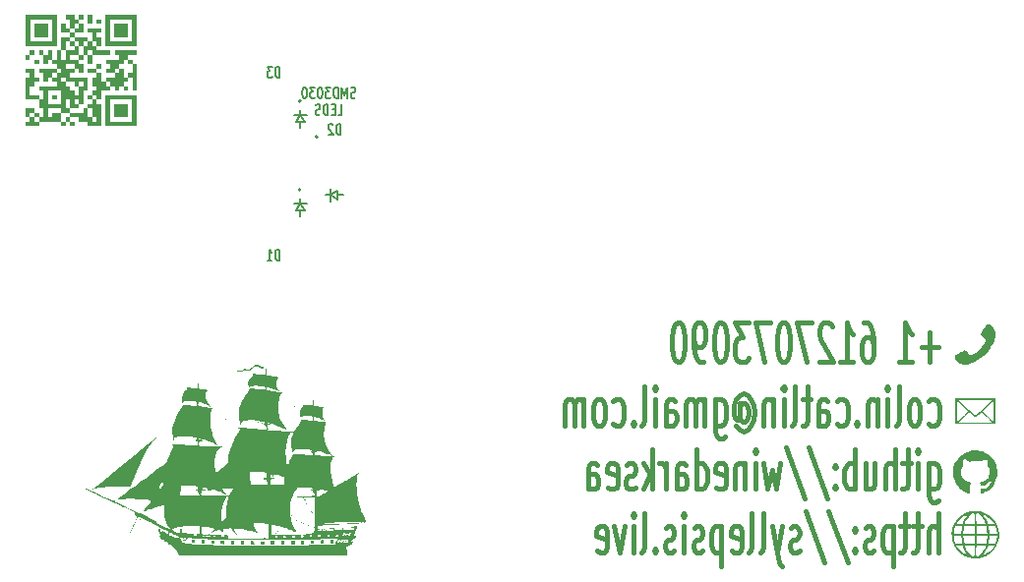
<source format=gbr>
%TF.GenerationSoftware,KiCad,Pcbnew,(6.0.2-0)*%
%TF.CreationDate,2023-06-03T21:44:49-06:00*%
%TF.ProjectId,catlin_card,6361746c-696e-45f6-9361-72642e6b6963,rev?*%
%TF.SameCoordinates,Original*%
%TF.FileFunction,Legend,Bot*%
%TF.FilePolarity,Positive*%
%FSLAX46Y46*%
G04 Gerber Fmt 4.6, Leading zero omitted, Abs format (unit mm)*
G04 Created by KiCad (PCBNEW (6.0.2-0)) date 2023-06-03 21:44:49*
%MOMM*%
%LPD*%
G01*
G04 APERTURE LIST*
%ADD10C,0.400000*%
%ADD11C,0.150000*%
%ADD12C,0.200000*%
G04 APERTURE END LIST*
D10*
X180687619Y-78631857D02*
X179240000Y-78631857D01*
X179963809Y-79927095D02*
X179963809Y-77336619D01*
X177340000Y-79927095D02*
X178425714Y-79927095D01*
X177882857Y-79927095D02*
X177882857Y-76527095D01*
X178063809Y-77012809D01*
X178244761Y-77336619D01*
X178425714Y-77498523D01*
X174263809Y-76527095D02*
X174625714Y-76527095D01*
X174806666Y-76689000D01*
X174897142Y-76850904D01*
X175078095Y-77336619D01*
X175168571Y-77984238D01*
X175168571Y-79279476D01*
X175078095Y-79603285D01*
X174987619Y-79765190D01*
X174806666Y-79927095D01*
X174444761Y-79927095D01*
X174263809Y-79765190D01*
X174173333Y-79603285D01*
X174082857Y-79279476D01*
X174082857Y-78469952D01*
X174173333Y-78146142D01*
X174263809Y-77984238D01*
X174444761Y-77822333D01*
X174806666Y-77822333D01*
X174987619Y-77984238D01*
X175078095Y-78146142D01*
X175168571Y-78469952D01*
X172273333Y-79927095D02*
X173359047Y-79927095D01*
X172816190Y-79927095D02*
X172816190Y-76527095D01*
X172997142Y-77012809D01*
X173178095Y-77336619D01*
X173359047Y-77498523D01*
X171549523Y-76850904D02*
X171459047Y-76689000D01*
X171278095Y-76527095D01*
X170825714Y-76527095D01*
X170644761Y-76689000D01*
X170554285Y-76850904D01*
X170463809Y-77174714D01*
X170463809Y-77498523D01*
X170554285Y-77984238D01*
X171640000Y-79927095D01*
X170463809Y-79927095D01*
X169830476Y-76527095D02*
X168563809Y-76527095D01*
X169378095Y-79927095D01*
X167478095Y-76527095D02*
X167297142Y-76527095D01*
X167116190Y-76689000D01*
X167025714Y-76850904D01*
X166935238Y-77174714D01*
X166844761Y-77822333D01*
X166844761Y-78631857D01*
X166935238Y-79279476D01*
X167025714Y-79603285D01*
X167116190Y-79765190D01*
X167297142Y-79927095D01*
X167478095Y-79927095D01*
X167659047Y-79765190D01*
X167749523Y-79603285D01*
X167840000Y-79279476D01*
X167930476Y-78631857D01*
X167930476Y-77822333D01*
X167840000Y-77174714D01*
X167749523Y-76850904D01*
X167659047Y-76689000D01*
X167478095Y-76527095D01*
X166211428Y-76527095D02*
X164944761Y-76527095D01*
X165759047Y-79927095D01*
X164401904Y-76527095D02*
X163225714Y-76527095D01*
X163859047Y-77822333D01*
X163587619Y-77822333D01*
X163406666Y-77984238D01*
X163316190Y-78146142D01*
X163225714Y-78469952D01*
X163225714Y-79279476D01*
X163316190Y-79603285D01*
X163406666Y-79765190D01*
X163587619Y-79927095D01*
X164130476Y-79927095D01*
X164311428Y-79765190D01*
X164401904Y-79603285D01*
X162049523Y-76527095D02*
X161868571Y-76527095D01*
X161687619Y-76689000D01*
X161597142Y-76850904D01*
X161506666Y-77174714D01*
X161416190Y-77822333D01*
X161416190Y-78631857D01*
X161506666Y-79279476D01*
X161597142Y-79603285D01*
X161687619Y-79765190D01*
X161868571Y-79927095D01*
X162049523Y-79927095D01*
X162230476Y-79765190D01*
X162320952Y-79603285D01*
X162411428Y-79279476D01*
X162501904Y-78631857D01*
X162501904Y-77822333D01*
X162411428Y-77174714D01*
X162320952Y-76850904D01*
X162230476Y-76689000D01*
X162049523Y-76527095D01*
X160511428Y-79927095D02*
X160149523Y-79927095D01*
X159968571Y-79765190D01*
X159878095Y-79603285D01*
X159697142Y-79117571D01*
X159606666Y-78469952D01*
X159606666Y-77174714D01*
X159697142Y-76850904D01*
X159787619Y-76689000D01*
X159968571Y-76527095D01*
X160330476Y-76527095D01*
X160511428Y-76689000D01*
X160601904Y-76850904D01*
X160692380Y-77174714D01*
X160692380Y-77984238D01*
X160601904Y-78308047D01*
X160511428Y-78469952D01*
X160330476Y-78631857D01*
X159968571Y-78631857D01*
X159787619Y-78469952D01*
X159697142Y-78308047D01*
X159606666Y-77984238D01*
X158430476Y-76527095D02*
X158249523Y-76527095D01*
X158068571Y-76689000D01*
X157978095Y-76850904D01*
X157887619Y-77174714D01*
X157797142Y-77822333D01*
X157797142Y-78631857D01*
X157887619Y-79279476D01*
X157978095Y-79603285D01*
X158068571Y-79765190D01*
X158249523Y-79927095D01*
X158430476Y-79927095D01*
X158611428Y-79765190D01*
X158701904Y-79603285D01*
X158792380Y-79279476D01*
X158882857Y-78631857D01*
X158882857Y-77822333D01*
X158792380Y-77174714D01*
X158701904Y-76850904D01*
X158611428Y-76689000D01*
X158430476Y-76527095D01*
X179873333Y-85239190D02*
X180054285Y-85401095D01*
X180416190Y-85401095D01*
X180597142Y-85239190D01*
X180687619Y-85077285D01*
X180778095Y-84753476D01*
X180778095Y-83782047D01*
X180687619Y-83458238D01*
X180597142Y-83296333D01*
X180416190Y-83134428D01*
X180054285Y-83134428D01*
X179873333Y-83296333D01*
X178787619Y-85401095D02*
X178968571Y-85239190D01*
X179059047Y-85077285D01*
X179149523Y-84753476D01*
X179149523Y-83782047D01*
X179059047Y-83458238D01*
X178968571Y-83296333D01*
X178787619Y-83134428D01*
X178516190Y-83134428D01*
X178335238Y-83296333D01*
X178244761Y-83458238D01*
X178154285Y-83782047D01*
X178154285Y-84753476D01*
X178244761Y-85077285D01*
X178335238Y-85239190D01*
X178516190Y-85401095D01*
X178787619Y-85401095D01*
X177068571Y-85401095D02*
X177249523Y-85239190D01*
X177340000Y-84915380D01*
X177340000Y-82001095D01*
X176344761Y-85401095D02*
X176344761Y-83134428D01*
X176344761Y-82001095D02*
X176435238Y-82163000D01*
X176344761Y-82324904D01*
X176254285Y-82163000D01*
X176344761Y-82001095D01*
X176344761Y-82324904D01*
X175440000Y-83134428D02*
X175440000Y-85401095D01*
X175440000Y-83458238D02*
X175349523Y-83296333D01*
X175168571Y-83134428D01*
X174897142Y-83134428D01*
X174716190Y-83296333D01*
X174625714Y-83620142D01*
X174625714Y-85401095D01*
X173720952Y-85077285D02*
X173630476Y-85239190D01*
X173720952Y-85401095D01*
X173811428Y-85239190D01*
X173720952Y-85077285D01*
X173720952Y-85401095D01*
X172001904Y-85239190D02*
X172182857Y-85401095D01*
X172544761Y-85401095D01*
X172725714Y-85239190D01*
X172816190Y-85077285D01*
X172906666Y-84753476D01*
X172906666Y-83782047D01*
X172816190Y-83458238D01*
X172725714Y-83296333D01*
X172544761Y-83134428D01*
X172182857Y-83134428D01*
X172001904Y-83296333D01*
X170373333Y-85401095D02*
X170373333Y-83620142D01*
X170463809Y-83296333D01*
X170644761Y-83134428D01*
X171006666Y-83134428D01*
X171187619Y-83296333D01*
X170373333Y-85239190D02*
X170554285Y-85401095D01*
X171006666Y-85401095D01*
X171187619Y-85239190D01*
X171278095Y-84915380D01*
X171278095Y-84591571D01*
X171187619Y-84267761D01*
X171006666Y-84105857D01*
X170554285Y-84105857D01*
X170373333Y-83943952D01*
X169740000Y-83134428D02*
X169016190Y-83134428D01*
X169468571Y-82001095D02*
X169468571Y-84915380D01*
X169378095Y-85239190D01*
X169197142Y-85401095D01*
X169016190Y-85401095D01*
X168111428Y-85401095D02*
X168292380Y-85239190D01*
X168382857Y-84915380D01*
X168382857Y-82001095D01*
X167387619Y-85401095D02*
X167387619Y-83134428D01*
X167387619Y-82001095D02*
X167478095Y-82163000D01*
X167387619Y-82324904D01*
X167297142Y-82163000D01*
X167387619Y-82001095D01*
X167387619Y-82324904D01*
X166482857Y-83134428D02*
X166482857Y-85401095D01*
X166482857Y-83458238D02*
X166392380Y-83296333D01*
X166211428Y-83134428D01*
X165940000Y-83134428D01*
X165759047Y-83296333D01*
X165668571Y-83620142D01*
X165668571Y-85401095D01*
X163587619Y-83782047D02*
X163678095Y-83620142D01*
X163859047Y-83458238D01*
X164040000Y-83458238D01*
X164220952Y-83620142D01*
X164311428Y-83782047D01*
X164401904Y-84105857D01*
X164401904Y-84429666D01*
X164311428Y-84753476D01*
X164220952Y-84915380D01*
X164040000Y-85077285D01*
X163859047Y-85077285D01*
X163678095Y-84915380D01*
X163587619Y-84753476D01*
X163587619Y-83458238D02*
X163587619Y-84753476D01*
X163497142Y-84915380D01*
X163406666Y-84915380D01*
X163225714Y-84753476D01*
X163135238Y-84429666D01*
X163135238Y-83620142D01*
X163316190Y-83134428D01*
X163587619Y-82810619D01*
X163949523Y-82648714D01*
X164311428Y-82810619D01*
X164582857Y-83134428D01*
X164763809Y-83620142D01*
X164854285Y-84267761D01*
X164763809Y-84915380D01*
X164582857Y-85401095D01*
X164311428Y-85724904D01*
X163949523Y-85886809D01*
X163587619Y-85724904D01*
X163316190Y-85401095D01*
X161506666Y-83134428D02*
X161506666Y-85886809D01*
X161597142Y-86210619D01*
X161687619Y-86372523D01*
X161868571Y-86534428D01*
X162140000Y-86534428D01*
X162320952Y-86372523D01*
X161506666Y-85239190D02*
X161687619Y-85401095D01*
X162049523Y-85401095D01*
X162230476Y-85239190D01*
X162320952Y-85077285D01*
X162411428Y-84753476D01*
X162411428Y-83782047D01*
X162320952Y-83458238D01*
X162230476Y-83296333D01*
X162049523Y-83134428D01*
X161687619Y-83134428D01*
X161506666Y-83296333D01*
X160601904Y-85401095D02*
X160601904Y-83134428D01*
X160601904Y-83458238D02*
X160511428Y-83296333D01*
X160330476Y-83134428D01*
X160059047Y-83134428D01*
X159878095Y-83296333D01*
X159787619Y-83620142D01*
X159787619Y-85401095D01*
X159787619Y-83620142D02*
X159697142Y-83296333D01*
X159516190Y-83134428D01*
X159244761Y-83134428D01*
X159063809Y-83296333D01*
X158973333Y-83620142D01*
X158973333Y-85401095D01*
X157254285Y-85401095D02*
X157254285Y-83620142D01*
X157344761Y-83296333D01*
X157525714Y-83134428D01*
X157887619Y-83134428D01*
X158068571Y-83296333D01*
X157254285Y-85239190D02*
X157435238Y-85401095D01*
X157887619Y-85401095D01*
X158068571Y-85239190D01*
X158159047Y-84915380D01*
X158159047Y-84591571D01*
X158068571Y-84267761D01*
X157887619Y-84105857D01*
X157435238Y-84105857D01*
X157254285Y-83943952D01*
X156349523Y-85401095D02*
X156349523Y-83134428D01*
X156349523Y-82001095D02*
X156440000Y-82163000D01*
X156349523Y-82324904D01*
X156259047Y-82163000D01*
X156349523Y-82001095D01*
X156349523Y-82324904D01*
X155173333Y-85401095D02*
X155354285Y-85239190D01*
X155444761Y-84915380D01*
X155444761Y-82001095D01*
X154449523Y-85077285D02*
X154359047Y-85239190D01*
X154449523Y-85401095D01*
X154540000Y-85239190D01*
X154449523Y-85077285D01*
X154449523Y-85401095D01*
X152730476Y-85239190D02*
X152911428Y-85401095D01*
X153273333Y-85401095D01*
X153454285Y-85239190D01*
X153544761Y-85077285D01*
X153635238Y-84753476D01*
X153635238Y-83782047D01*
X153544761Y-83458238D01*
X153454285Y-83296333D01*
X153273333Y-83134428D01*
X152911428Y-83134428D01*
X152730476Y-83296333D01*
X151644761Y-85401095D02*
X151825714Y-85239190D01*
X151916190Y-85077285D01*
X152006666Y-84753476D01*
X152006666Y-83782047D01*
X151916190Y-83458238D01*
X151825714Y-83296333D01*
X151644761Y-83134428D01*
X151373333Y-83134428D01*
X151192380Y-83296333D01*
X151101904Y-83458238D01*
X151011428Y-83782047D01*
X151011428Y-84753476D01*
X151101904Y-85077285D01*
X151192380Y-85239190D01*
X151373333Y-85401095D01*
X151644761Y-85401095D01*
X150197142Y-85401095D02*
X150197142Y-83134428D01*
X150197142Y-83458238D02*
X150106666Y-83296333D01*
X149925714Y-83134428D01*
X149654285Y-83134428D01*
X149473333Y-83296333D01*
X149382857Y-83620142D01*
X149382857Y-85401095D01*
X149382857Y-83620142D02*
X149292380Y-83296333D01*
X149111428Y-83134428D01*
X148840000Y-83134428D01*
X148659047Y-83296333D01*
X148568571Y-83620142D01*
X148568571Y-85401095D01*
X179873333Y-88608428D02*
X179873333Y-91360809D01*
X179963809Y-91684619D01*
X180054285Y-91846523D01*
X180235238Y-92008428D01*
X180506666Y-92008428D01*
X180687619Y-91846523D01*
X179873333Y-90713190D02*
X180054285Y-90875095D01*
X180416190Y-90875095D01*
X180597142Y-90713190D01*
X180687619Y-90551285D01*
X180778095Y-90227476D01*
X180778095Y-89256047D01*
X180687619Y-88932238D01*
X180597142Y-88770333D01*
X180416190Y-88608428D01*
X180054285Y-88608428D01*
X179873333Y-88770333D01*
X178968571Y-90875095D02*
X178968571Y-88608428D01*
X178968571Y-87475095D02*
X179059047Y-87637000D01*
X178968571Y-87798904D01*
X178878095Y-87637000D01*
X178968571Y-87475095D01*
X178968571Y-87798904D01*
X178335238Y-88608428D02*
X177611428Y-88608428D01*
X178063809Y-87475095D02*
X178063809Y-90389380D01*
X177973333Y-90713190D01*
X177792380Y-90875095D01*
X177611428Y-90875095D01*
X176978095Y-90875095D02*
X176978095Y-87475095D01*
X176163809Y-90875095D02*
X176163809Y-89094142D01*
X176254285Y-88770333D01*
X176435238Y-88608428D01*
X176706666Y-88608428D01*
X176887619Y-88770333D01*
X176978095Y-88932238D01*
X174444761Y-88608428D02*
X174444761Y-90875095D01*
X175259047Y-88608428D02*
X175259047Y-90389380D01*
X175168571Y-90713190D01*
X174987619Y-90875095D01*
X174716190Y-90875095D01*
X174535238Y-90713190D01*
X174444761Y-90551285D01*
X173540000Y-90875095D02*
X173540000Y-87475095D01*
X173540000Y-88770333D02*
X173359047Y-88608428D01*
X172997142Y-88608428D01*
X172816190Y-88770333D01*
X172725714Y-88932238D01*
X172635238Y-89256047D01*
X172635238Y-90227476D01*
X172725714Y-90551285D01*
X172816190Y-90713190D01*
X172997142Y-90875095D01*
X173359047Y-90875095D01*
X173540000Y-90713190D01*
X171820952Y-90551285D02*
X171730476Y-90713190D01*
X171820952Y-90875095D01*
X171911428Y-90713190D01*
X171820952Y-90551285D01*
X171820952Y-90875095D01*
X171820952Y-88770333D02*
X171730476Y-88932238D01*
X171820952Y-89094142D01*
X171911428Y-88932238D01*
X171820952Y-88770333D01*
X171820952Y-89094142D01*
X169559047Y-87313190D02*
X171187619Y-91684619D01*
X167568571Y-87313190D02*
X169197142Y-91684619D01*
X167116190Y-88608428D02*
X166754285Y-90875095D01*
X166392380Y-89256047D01*
X166030476Y-90875095D01*
X165668571Y-88608428D01*
X164944761Y-90875095D02*
X164944761Y-88608428D01*
X164944761Y-87475095D02*
X165035238Y-87637000D01*
X164944761Y-87798904D01*
X164854285Y-87637000D01*
X164944761Y-87475095D01*
X164944761Y-87798904D01*
X164040000Y-88608428D02*
X164040000Y-90875095D01*
X164040000Y-88932238D02*
X163949523Y-88770333D01*
X163768571Y-88608428D01*
X163497142Y-88608428D01*
X163316190Y-88770333D01*
X163225714Y-89094142D01*
X163225714Y-90875095D01*
X161597142Y-90713190D02*
X161778095Y-90875095D01*
X162140000Y-90875095D01*
X162320952Y-90713190D01*
X162411428Y-90389380D01*
X162411428Y-89094142D01*
X162320952Y-88770333D01*
X162140000Y-88608428D01*
X161778095Y-88608428D01*
X161597142Y-88770333D01*
X161506666Y-89094142D01*
X161506666Y-89417952D01*
X162411428Y-89741761D01*
X159878095Y-90875095D02*
X159878095Y-87475095D01*
X159878095Y-90713190D02*
X160059047Y-90875095D01*
X160420952Y-90875095D01*
X160601904Y-90713190D01*
X160692380Y-90551285D01*
X160782857Y-90227476D01*
X160782857Y-89256047D01*
X160692380Y-88932238D01*
X160601904Y-88770333D01*
X160420952Y-88608428D01*
X160059047Y-88608428D01*
X159878095Y-88770333D01*
X158159047Y-90875095D02*
X158159047Y-89094142D01*
X158249523Y-88770333D01*
X158430476Y-88608428D01*
X158792380Y-88608428D01*
X158973333Y-88770333D01*
X158159047Y-90713190D02*
X158340000Y-90875095D01*
X158792380Y-90875095D01*
X158973333Y-90713190D01*
X159063809Y-90389380D01*
X159063809Y-90065571D01*
X158973333Y-89741761D01*
X158792380Y-89579857D01*
X158340000Y-89579857D01*
X158159047Y-89417952D01*
X157254285Y-90875095D02*
X157254285Y-88608428D01*
X157254285Y-89256047D02*
X157163809Y-88932238D01*
X157073333Y-88770333D01*
X156892380Y-88608428D01*
X156711428Y-88608428D01*
X156078095Y-90875095D02*
X156078095Y-87475095D01*
X155897142Y-89579857D02*
X155354285Y-90875095D01*
X155354285Y-88608428D02*
X156078095Y-89903666D01*
X154630476Y-90713190D02*
X154449523Y-90875095D01*
X154087619Y-90875095D01*
X153906666Y-90713190D01*
X153816190Y-90389380D01*
X153816190Y-90227476D01*
X153906666Y-89903666D01*
X154087619Y-89741761D01*
X154359047Y-89741761D01*
X154540000Y-89579857D01*
X154630476Y-89256047D01*
X154630476Y-89094142D01*
X154540000Y-88770333D01*
X154359047Y-88608428D01*
X154087619Y-88608428D01*
X153906666Y-88770333D01*
X152278095Y-90713190D02*
X152459047Y-90875095D01*
X152820952Y-90875095D01*
X153001904Y-90713190D01*
X153092380Y-90389380D01*
X153092380Y-89094142D01*
X153001904Y-88770333D01*
X152820952Y-88608428D01*
X152459047Y-88608428D01*
X152278095Y-88770333D01*
X152187619Y-89094142D01*
X152187619Y-89417952D01*
X153092380Y-89741761D01*
X150559047Y-90875095D02*
X150559047Y-89094142D01*
X150649523Y-88770333D01*
X150830476Y-88608428D01*
X151192380Y-88608428D01*
X151373333Y-88770333D01*
X150559047Y-90713190D02*
X150740000Y-90875095D01*
X151192380Y-90875095D01*
X151373333Y-90713190D01*
X151463809Y-90389380D01*
X151463809Y-90065571D01*
X151373333Y-89741761D01*
X151192380Y-89579857D01*
X150740000Y-89579857D01*
X150559047Y-89417952D01*
X180687619Y-96349095D02*
X180687619Y-92949095D01*
X179873333Y-96349095D02*
X179873333Y-94568142D01*
X179963809Y-94244333D01*
X180144761Y-94082428D01*
X180416190Y-94082428D01*
X180597142Y-94244333D01*
X180687619Y-94406238D01*
X179240000Y-94082428D02*
X178516190Y-94082428D01*
X178968571Y-92949095D02*
X178968571Y-95863380D01*
X178878095Y-96187190D01*
X178697142Y-96349095D01*
X178516190Y-96349095D01*
X178154285Y-94082428D02*
X177430476Y-94082428D01*
X177882857Y-92949095D02*
X177882857Y-95863380D01*
X177792380Y-96187190D01*
X177611428Y-96349095D01*
X177430476Y-96349095D01*
X176797142Y-94082428D02*
X176797142Y-97482428D01*
X176797142Y-94244333D02*
X176616190Y-94082428D01*
X176254285Y-94082428D01*
X176073333Y-94244333D01*
X175982857Y-94406238D01*
X175892380Y-94730047D01*
X175892380Y-95701476D01*
X175982857Y-96025285D01*
X176073333Y-96187190D01*
X176254285Y-96349095D01*
X176616190Y-96349095D01*
X176797142Y-96187190D01*
X175168571Y-96187190D02*
X174987619Y-96349095D01*
X174625714Y-96349095D01*
X174444761Y-96187190D01*
X174354285Y-95863380D01*
X174354285Y-95701476D01*
X174444761Y-95377666D01*
X174625714Y-95215761D01*
X174897142Y-95215761D01*
X175078095Y-95053857D01*
X175168571Y-94730047D01*
X175168571Y-94568142D01*
X175078095Y-94244333D01*
X174897142Y-94082428D01*
X174625714Y-94082428D01*
X174444761Y-94244333D01*
X173540000Y-96025285D02*
X173449523Y-96187190D01*
X173540000Y-96349095D01*
X173630476Y-96187190D01*
X173540000Y-96025285D01*
X173540000Y-96349095D01*
X173540000Y-94244333D02*
X173449523Y-94406238D01*
X173540000Y-94568142D01*
X173630476Y-94406238D01*
X173540000Y-94244333D01*
X173540000Y-94568142D01*
X171278095Y-92787190D02*
X172906666Y-97158619D01*
X169287619Y-92787190D02*
X170916190Y-97158619D01*
X168744761Y-96187190D02*
X168563809Y-96349095D01*
X168201904Y-96349095D01*
X168020952Y-96187190D01*
X167930476Y-95863380D01*
X167930476Y-95701476D01*
X168020952Y-95377666D01*
X168201904Y-95215761D01*
X168473333Y-95215761D01*
X168654285Y-95053857D01*
X168744761Y-94730047D01*
X168744761Y-94568142D01*
X168654285Y-94244333D01*
X168473333Y-94082428D01*
X168201904Y-94082428D01*
X168020952Y-94244333D01*
X167297142Y-94082428D02*
X166844761Y-96349095D01*
X166392380Y-94082428D02*
X166844761Y-96349095D01*
X167025714Y-97158619D01*
X167116190Y-97320523D01*
X167297142Y-97482428D01*
X165397142Y-96349095D02*
X165578095Y-96187190D01*
X165668571Y-95863380D01*
X165668571Y-92949095D01*
X164401904Y-96349095D02*
X164582857Y-96187190D01*
X164673333Y-95863380D01*
X164673333Y-92949095D01*
X162954285Y-96187190D02*
X163135238Y-96349095D01*
X163497142Y-96349095D01*
X163678095Y-96187190D01*
X163768571Y-95863380D01*
X163768571Y-94568142D01*
X163678095Y-94244333D01*
X163497142Y-94082428D01*
X163135238Y-94082428D01*
X162954285Y-94244333D01*
X162863809Y-94568142D01*
X162863809Y-94891952D01*
X163768571Y-95215761D01*
X162049523Y-94082428D02*
X162049523Y-97482428D01*
X162049523Y-94244333D02*
X161868571Y-94082428D01*
X161506666Y-94082428D01*
X161325714Y-94244333D01*
X161235238Y-94406238D01*
X161144761Y-94730047D01*
X161144761Y-95701476D01*
X161235238Y-96025285D01*
X161325714Y-96187190D01*
X161506666Y-96349095D01*
X161868571Y-96349095D01*
X162049523Y-96187190D01*
X160420952Y-96187190D02*
X160240000Y-96349095D01*
X159878095Y-96349095D01*
X159697142Y-96187190D01*
X159606666Y-95863380D01*
X159606666Y-95701476D01*
X159697142Y-95377666D01*
X159878095Y-95215761D01*
X160149523Y-95215761D01*
X160330476Y-95053857D01*
X160420952Y-94730047D01*
X160420952Y-94568142D01*
X160330476Y-94244333D01*
X160149523Y-94082428D01*
X159878095Y-94082428D01*
X159697142Y-94244333D01*
X158792380Y-96349095D02*
X158792380Y-94082428D01*
X158792380Y-92949095D02*
X158882857Y-93111000D01*
X158792380Y-93272904D01*
X158701904Y-93111000D01*
X158792380Y-92949095D01*
X158792380Y-93272904D01*
X157978095Y-96187190D02*
X157797142Y-96349095D01*
X157435238Y-96349095D01*
X157254285Y-96187190D01*
X157163809Y-95863380D01*
X157163809Y-95701476D01*
X157254285Y-95377666D01*
X157435238Y-95215761D01*
X157706666Y-95215761D01*
X157887619Y-95053857D01*
X157978095Y-94730047D01*
X157978095Y-94568142D01*
X157887619Y-94244333D01*
X157706666Y-94082428D01*
X157435238Y-94082428D01*
X157254285Y-94244333D01*
X156349523Y-96025285D02*
X156259047Y-96187190D01*
X156349523Y-96349095D01*
X156440000Y-96187190D01*
X156349523Y-96025285D01*
X156349523Y-96349095D01*
X155173333Y-96349095D02*
X155354285Y-96187190D01*
X155444761Y-95863380D01*
X155444761Y-92949095D01*
X154449523Y-96349095D02*
X154449523Y-94082428D01*
X154449523Y-92949095D02*
X154540000Y-93111000D01*
X154449523Y-93272904D01*
X154359047Y-93111000D01*
X154449523Y-92949095D01*
X154449523Y-93272904D01*
X153725714Y-94082428D02*
X153273333Y-96349095D01*
X152820952Y-94082428D01*
X151373333Y-96187190D02*
X151554285Y-96349095D01*
X151916190Y-96349095D01*
X152097142Y-96187190D01*
X152187619Y-95863380D01*
X152187619Y-94568142D01*
X152097142Y-94244333D01*
X151916190Y-94082428D01*
X151554285Y-94082428D01*
X151373333Y-94244333D01*
X151282857Y-94568142D01*
X151282857Y-94891952D01*
X152187619Y-95215761D01*
D11*
X130533333Y-57139785D02*
X130433333Y-57182642D01*
X130266666Y-57182642D01*
X130200000Y-57139785D01*
X130166666Y-57096928D01*
X130133333Y-57011214D01*
X130133333Y-56925500D01*
X130166666Y-56839785D01*
X130200000Y-56796928D01*
X130266666Y-56754071D01*
X130400000Y-56711214D01*
X130466666Y-56668357D01*
X130500000Y-56625500D01*
X130533333Y-56539785D01*
X130533333Y-56454071D01*
X130500000Y-56368357D01*
X130466666Y-56325500D01*
X130400000Y-56282642D01*
X130233333Y-56282642D01*
X130133333Y-56325500D01*
X129833333Y-57182642D02*
X129833333Y-56282642D01*
X129600000Y-56925500D01*
X129366666Y-56282642D01*
X129366666Y-57182642D01*
X129033333Y-57182642D02*
X129033333Y-56282642D01*
X128866666Y-56282642D01*
X128766666Y-56325500D01*
X128700000Y-56411214D01*
X128666666Y-56496928D01*
X128633333Y-56668357D01*
X128633333Y-56796928D01*
X128666666Y-56968357D01*
X128700000Y-57054071D01*
X128766666Y-57139785D01*
X128866666Y-57182642D01*
X129033333Y-57182642D01*
X128400000Y-56282642D02*
X127966666Y-56282642D01*
X128200000Y-56625500D01*
X128100000Y-56625500D01*
X128033333Y-56668357D01*
X128000000Y-56711214D01*
X127966666Y-56796928D01*
X127966666Y-57011214D01*
X128000000Y-57096928D01*
X128033333Y-57139785D01*
X128100000Y-57182642D01*
X128300000Y-57182642D01*
X128366666Y-57139785D01*
X128400000Y-57096928D01*
X127533333Y-56282642D02*
X127466666Y-56282642D01*
X127400000Y-56325500D01*
X127366666Y-56368357D01*
X127333333Y-56454071D01*
X127300000Y-56625500D01*
X127300000Y-56839785D01*
X127333333Y-57011214D01*
X127366666Y-57096928D01*
X127400000Y-57139785D01*
X127466666Y-57182642D01*
X127533333Y-57182642D01*
X127600000Y-57139785D01*
X127633333Y-57096928D01*
X127666666Y-57011214D01*
X127700000Y-56839785D01*
X127700000Y-56625500D01*
X127666666Y-56454071D01*
X127633333Y-56368357D01*
X127600000Y-56325500D01*
X127533333Y-56282642D01*
X127066666Y-56282642D02*
X126633333Y-56282642D01*
X126866666Y-56625500D01*
X126766666Y-56625500D01*
X126700000Y-56668357D01*
X126666666Y-56711214D01*
X126633333Y-56796928D01*
X126633333Y-57011214D01*
X126666666Y-57096928D01*
X126700000Y-57139785D01*
X126766666Y-57182642D01*
X126966666Y-57182642D01*
X127033333Y-57139785D01*
X127066666Y-57096928D01*
X126200000Y-56282642D02*
X126133333Y-56282642D01*
X126066666Y-56325500D01*
X126033333Y-56368357D01*
X126000000Y-56454071D01*
X125966666Y-56625500D01*
X125966666Y-56839785D01*
X126000000Y-57011214D01*
X126033333Y-57096928D01*
X126066666Y-57139785D01*
X126133333Y-57182642D01*
X126200000Y-57182642D01*
X126266666Y-57139785D01*
X126300000Y-57096928D01*
X126333333Y-57011214D01*
X126366666Y-56839785D01*
X126366666Y-56625500D01*
X126333333Y-56454071D01*
X126300000Y-56368357D01*
X126266666Y-56325500D01*
X126200000Y-56282642D01*
X129033333Y-58631642D02*
X129366666Y-58631642D01*
X129366666Y-57731642D01*
X128800000Y-58160214D02*
X128566666Y-58160214D01*
X128466666Y-58631642D02*
X128800000Y-58631642D01*
X128800000Y-57731642D01*
X128466666Y-57731642D01*
X128166666Y-58631642D02*
X128166666Y-57731642D01*
X128000000Y-57731642D01*
X127900000Y-57774500D01*
X127833333Y-57860214D01*
X127800000Y-57945928D01*
X127766666Y-58117357D01*
X127766666Y-58245928D01*
X127800000Y-58417357D01*
X127833333Y-58503071D01*
X127900000Y-58588785D01*
X128000000Y-58631642D01*
X128166666Y-58631642D01*
X127500000Y-58588785D02*
X127400000Y-58631642D01*
X127233333Y-58631642D01*
X127166666Y-58588785D01*
X127133333Y-58545928D01*
X127100000Y-58460214D01*
X127100000Y-58374500D01*
X127133333Y-58288785D01*
X127166666Y-58245928D01*
X127233333Y-58203071D01*
X127366666Y-58160214D01*
X127433333Y-58117357D01*
X127466666Y-58074500D01*
X127500000Y-57988785D01*
X127500000Y-57903071D01*
X127466666Y-57817357D01*
X127433333Y-57774500D01*
X127366666Y-57731642D01*
X127200000Y-57731642D01*
X127100000Y-57774500D01*
%TO.C,D3*%
X124016666Y-55407142D02*
X124016666Y-54507142D01*
X123850000Y-54507142D01*
X123750000Y-54550000D01*
X123683333Y-54635714D01*
X123650000Y-54721428D01*
X123616666Y-54892857D01*
X123616666Y-55021428D01*
X123650000Y-55192857D01*
X123683333Y-55278571D01*
X123750000Y-55364285D01*
X123850000Y-55407142D01*
X124016666Y-55407142D01*
X123383333Y-54507142D02*
X122950000Y-54507142D01*
X123183333Y-54850000D01*
X123083333Y-54850000D01*
X123016666Y-54892857D01*
X122983333Y-54935714D01*
X122950000Y-55021428D01*
X122950000Y-55235714D01*
X122983333Y-55321428D01*
X123016666Y-55364285D01*
X123083333Y-55407142D01*
X123283333Y-55407142D01*
X123350000Y-55364285D01*
X123383333Y-55321428D01*
%TO.C,D1*%
X124016666Y-71157142D02*
X124016666Y-70257142D01*
X123850000Y-70257142D01*
X123750000Y-70300000D01*
X123683333Y-70385714D01*
X123650000Y-70471428D01*
X123616666Y-70642857D01*
X123616666Y-70771428D01*
X123650000Y-70942857D01*
X123683333Y-71028571D01*
X123750000Y-71114285D01*
X123850000Y-71157142D01*
X124016666Y-71157142D01*
X122950000Y-71157142D02*
X123350000Y-71157142D01*
X123150000Y-71157142D02*
X123150000Y-70257142D01*
X123216666Y-70385714D01*
X123283333Y-70471428D01*
X123350000Y-70514285D01*
%TO.C,D2*%
X129266666Y-60339642D02*
X129266666Y-59439642D01*
X129100000Y-59439642D01*
X129000000Y-59482500D01*
X128933333Y-59568214D01*
X128900000Y-59653928D01*
X128866666Y-59825357D01*
X128866666Y-59953928D01*
X128900000Y-60125357D01*
X128933333Y-60211071D01*
X129000000Y-60296785D01*
X129100000Y-60339642D01*
X129266666Y-60339642D01*
X128600000Y-59525357D02*
X128566666Y-59482500D01*
X128500000Y-59439642D01*
X128333333Y-59439642D01*
X128266666Y-59482500D01*
X128233333Y-59525357D01*
X128200000Y-59611071D01*
X128200000Y-59696785D01*
X128233333Y-59825357D01*
X128633333Y-60339642D01*
X128200000Y-60339642D01*
%TO.C,G\u002A\u002A\u002A*%
G36*
X185017850Y-76683600D02*
G01*
X185133749Y-76708486D01*
X185251158Y-76753907D01*
X185297357Y-76780931D01*
X185406042Y-76880408D01*
X185502393Y-77016624D01*
X185579749Y-77176838D01*
X185631449Y-77348310D01*
X185650831Y-77518300D01*
X185642334Y-77611300D01*
X185612870Y-77752706D01*
X185566176Y-77918962D01*
X185506263Y-78097253D01*
X185437140Y-78274765D01*
X185362816Y-78438685D01*
X185328252Y-78504859D01*
X185185833Y-78731259D01*
X185006281Y-78964694D01*
X184799266Y-79195562D01*
X184574461Y-79414256D01*
X184341539Y-79611171D01*
X184110172Y-79776701D01*
X183890033Y-79901243D01*
X183835965Y-79925741D01*
X183713711Y-79976464D01*
X183572403Y-80030988D01*
X183432933Y-80081091D01*
X183344201Y-80110880D01*
X183229068Y-80145260D01*
X183137128Y-80164261D01*
X183051228Y-80171022D01*
X182954215Y-80168682D01*
X182895529Y-80163792D01*
X182700357Y-80122324D01*
X182523277Y-80047087D01*
X182373178Y-79943810D01*
X182258952Y-79818218D01*
X182189489Y-79676040D01*
X182177902Y-79635104D01*
X182152153Y-79503285D01*
X182156995Y-79410852D01*
X182192472Y-79352998D01*
X182215614Y-79336913D01*
X182281332Y-79295780D01*
X182376480Y-79238424D01*
X182490453Y-79171051D01*
X182612646Y-79099872D01*
X182732453Y-79031096D01*
X182839269Y-78970932D01*
X182922489Y-78925590D01*
X182930573Y-78921453D01*
X182982591Y-78904429D01*
X183032908Y-78911739D01*
X183089838Y-78948483D01*
X183161694Y-79019760D01*
X183256789Y-79130670D01*
X183322506Y-79208769D01*
X183397615Y-79287989D01*
X183458806Y-79330193D01*
X183517428Y-79339289D01*
X183584831Y-79319187D01*
X183672362Y-79273794D01*
X183915434Y-79122446D01*
X184214876Y-78883342D01*
X184472067Y-78609483D01*
X184686908Y-78300966D01*
X184729288Y-78228283D01*
X184781365Y-78134380D01*
X184816840Y-78064493D01*
X184829733Y-78029965D01*
X184827969Y-78017049D01*
X184810630Y-77981620D01*
X184769543Y-77933540D01*
X184698228Y-77865816D01*
X184590203Y-77771452D01*
X184579951Y-77762659D01*
X184477581Y-77671096D01*
X184413691Y-77602464D01*
X184383149Y-77547897D01*
X184380825Y-77498528D01*
X184401587Y-77445490D01*
X184429847Y-77393204D01*
X184486799Y-77291253D01*
X184554234Y-77173261D01*
X184625922Y-77049847D01*
X184695631Y-76931631D01*
X184757131Y-76829232D01*
X184804191Y-76753269D01*
X184830579Y-76714361D01*
X184846582Y-76700704D01*
X184917461Y-76680568D01*
X185017850Y-76683600D01*
G37*
G36*
X184114600Y-87543830D02*
G01*
X184351078Y-87583575D01*
X184580722Y-87653029D01*
X184800000Y-87752485D01*
X185006225Y-87881740D01*
X185196973Y-88038902D01*
X185367213Y-88219672D01*
X185513909Y-88420822D01*
X185634026Y-88639126D01*
X185680464Y-88747127D01*
X185754304Y-88978896D01*
X185797525Y-89217023D01*
X185810483Y-89458043D01*
X185793534Y-89698493D01*
X185747034Y-89934908D01*
X185671340Y-90163824D01*
X185566809Y-90381778D01*
X185433796Y-90585303D01*
X185332519Y-90706879D01*
X185176334Y-90860089D01*
X185002246Y-90998787D01*
X184818124Y-91116863D01*
X184631833Y-91208206D01*
X184601246Y-91220498D01*
X184529548Y-91245313D01*
X184477466Y-91254613D01*
X184438005Y-91249044D01*
X184404167Y-91229252D01*
X184397687Y-91219264D01*
X184389550Y-91181523D01*
X184384847Y-91115523D01*
X184383334Y-91018792D01*
X184383334Y-90825000D01*
X184579167Y-90825000D01*
X184618341Y-90824725D01*
X184727141Y-90818885D01*
X184811793Y-90802448D01*
X184878983Y-90771471D01*
X184935400Y-90722015D01*
X184987732Y-90650139D01*
X185042667Y-90551903D01*
X185084386Y-90477557D01*
X185132024Y-90410238D01*
X185190319Y-90347185D01*
X185268166Y-90277576D01*
X185288163Y-90260438D01*
X185310021Y-90237631D01*
X185310411Y-90222644D01*
X185292312Y-90206743D01*
X185256791Y-90189540D01*
X185190580Y-90187599D01*
X185108334Y-90214427D01*
X185074597Y-90232654D01*
X185035959Y-90261740D01*
X184992032Y-90304345D01*
X184938159Y-90365031D01*
X184869685Y-90448362D01*
X184850969Y-90469612D01*
X184799637Y-90516486D01*
X184749516Y-90550247D01*
X184700228Y-90568398D01*
X184614318Y-90581917D01*
X184521006Y-90580936D01*
X184433781Y-90564831D01*
X184417272Y-90559539D01*
X184385708Y-90543120D01*
X184366670Y-90515275D01*
X184351251Y-90465261D01*
X184344099Y-90440905D01*
X184321352Y-90383782D01*
X184296670Y-90341218D01*
X184293931Y-90337694D01*
X184273846Y-90308209D01*
X184268934Y-90293534D01*
X184272612Y-90292159D01*
X184301461Y-90285148D01*
X184352039Y-90274413D01*
X184416449Y-90261661D01*
X184529253Y-90233596D01*
X184680887Y-90172707D01*
X184812986Y-90090440D01*
X184922038Y-89989126D01*
X185004531Y-89871098D01*
X185032263Y-89813376D01*
X185077562Y-89678972D01*
X185106438Y-89529781D01*
X185116469Y-89376500D01*
X185109567Y-89240858D01*
X185084625Y-89110187D01*
X185039382Y-88994637D01*
X184971646Y-88886793D01*
X184962201Y-88874000D01*
X184945104Y-88846087D01*
X184938406Y-88818165D01*
X184940754Y-88779330D01*
X184950797Y-88718675D01*
X184960061Y-88654732D01*
X184961901Y-88577281D01*
X184951178Y-88491407D01*
X184944664Y-88454866D01*
X184930238Y-88388044D01*
X184913923Y-88346577D01*
X184891208Y-88325047D01*
X184857579Y-88318036D01*
X184808523Y-88320125D01*
X184774880Y-88325793D01*
X184705192Y-88346101D01*
X184623743Y-88376593D01*
X184540777Y-88412985D01*
X184466536Y-88450990D01*
X184411265Y-88486324D01*
X184405269Y-88490560D01*
X184384759Y-88498799D01*
X184354849Y-88499839D01*
X184307898Y-88493363D01*
X184236265Y-88479053D01*
X184183267Y-88468811D01*
X184115389Y-88459527D01*
X184041981Y-88454698D01*
X183953816Y-88453790D01*
X183841667Y-88456271D01*
X183823617Y-88456888D01*
X183723358Y-88462036D01*
X183631788Y-88469456D01*
X183557122Y-88478367D01*
X183507575Y-88487990D01*
X183423482Y-88511851D01*
X183304661Y-88442195D01*
X183276805Y-88426273D01*
X183154248Y-88366464D01*
X183043354Y-88329387D01*
X182948732Y-88316666D01*
X182913116Y-88318055D01*
X182890278Y-88327590D01*
X182874997Y-88353254D01*
X182858980Y-88403025D01*
X182856845Y-88410569D01*
X182843401Y-88480791D01*
X182835700Y-88563605D01*
X182834019Y-88647706D01*
X182838637Y-88721792D01*
X182849833Y-88774559D01*
X182854395Y-88788816D01*
X182855147Y-88817111D01*
X182841173Y-88851145D01*
X182809258Y-88900928D01*
X182768604Y-88963934D01*
X182724210Y-89051374D01*
X182696090Y-89140897D01*
X182681375Y-89242621D01*
X182677194Y-89366666D01*
X182677230Y-89377754D01*
X182683687Y-89523905D01*
X182702673Y-89648387D01*
X182736221Y-89760571D01*
X182786364Y-89869828D01*
X182821749Y-89927013D01*
X182904183Y-90024797D01*
X183003482Y-90110634D01*
X183109264Y-90174717D01*
X183140192Y-90188234D01*
X183212205Y-90214865D01*
X183293534Y-90240542D01*
X183374109Y-90262414D01*
X183443864Y-90277628D01*
X183492730Y-90283333D01*
X183501727Y-90283423D01*
X183516237Y-90286594D01*
X183517740Y-90299228D01*
X183505195Y-90327896D01*
X183477564Y-90379166D01*
X183425000Y-90475000D01*
X183419685Y-90846202D01*
X183414369Y-91217404D01*
X183373541Y-91244155D01*
X183370829Y-91245919D01*
X183346797Y-91258524D01*
X183321816Y-91261184D01*
X183285848Y-91253180D01*
X183228857Y-91233793D01*
X183090267Y-91176897D01*
X182885806Y-91063794D01*
X182690764Y-90919126D01*
X182504628Y-90742546D01*
X182392114Y-90612004D01*
X182254070Y-90410810D01*
X182144545Y-90196619D01*
X182063760Y-89972302D01*
X182011934Y-89740728D01*
X181989289Y-89504768D01*
X181996045Y-89267291D01*
X182032423Y-89031168D01*
X182098642Y-88799268D01*
X182194925Y-88574462D01*
X182321491Y-88359620D01*
X182336931Y-88337702D01*
X182402160Y-88255158D01*
X182482818Y-88163784D01*
X182570503Y-88072441D01*
X182656809Y-87989994D01*
X182733334Y-87925303D01*
X182749968Y-87912682D01*
X182953293Y-87780382D01*
X183170973Y-87676019D01*
X183399474Y-87599886D01*
X183635267Y-87552281D01*
X183874819Y-87533497D01*
X184114600Y-87543830D01*
G37*
%TO.C,D3*%
X125795000Y-58220000D02*
X125795000Y-58620000D01*
X125805000Y-58650000D02*
X125425000Y-59240000D01*
X125245000Y-58620000D02*
X126345000Y-58620000D01*
X125425000Y-59240000D02*
X126185000Y-59240000D01*
X125795000Y-59720000D02*
X125795000Y-59240000D01*
X126195000Y-59220000D02*
X125805000Y-58650000D01*
D12*
X125850000Y-57450000D02*
G75*
G03*
X125850000Y-57450000I-100000J0D01*
G01*
%TO.C,G\u002A\u002A\u002A*%
G36*
X107896627Y-50804180D02*
G01*
X107514742Y-50804180D01*
X107514742Y-50040410D01*
X107896627Y-50040410D01*
X107896627Y-50804180D01*
G37*
G36*
X105977888Y-59242904D02*
G01*
X105596003Y-59242904D01*
X105596003Y-58861019D01*
X105977888Y-58861019D01*
X105977888Y-59242904D01*
G37*
G36*
X104450349Y-53877887D02*
G01*
X104068464Y-53877887D01*
X104068464Y-54259772D01*
X103677265Y-54259772D01*
X103677265Y-53486688D01*
X104068464Y-53486688D01*
X104068464Y-53104803D01*
X104450349Y-53104803D01*
X104450349Y-53877887D01*
G37*
G36*
X107132857Y-50422295D02*
G01*
X106750972Y-50422295D01*
X106750972Y-50040410D01*
X107132857Y-50040410D01*
X107132857Y-50422295D01*
G37*
G36*
X108669711Y-50804180D02*
G01*
X108278512Y-50804180D01*
X108278512Y-50422295D01*
X108669711Y-50422295D01*
X108669711Y-50804180D01*
G37*
G36*
X102913495Y-53486688D02*
G01*
X102531610Y-53486688D01*
X102531610Y-53104803D01*
X102913495Y-53104803D01*
X102913495Y-53486688D01*
G37*
G36*
X106369087Y-52722919D02*
G01*
X105977888Y-52722919D01*
X105977888Y-52341034D01*
X106369087Y-52341034D01*
X106369087Y-52722919D01*
G37*
G36*
X109042281Y-59615475D02*
G01*
X109042281Y-59233590D01*
X109424166Y-59233590D01*
X111333590Y-59233590D01*
X111333590Y-57324165D01*
X109424166Y-57324165D01*
X109424166Y-59233590D01*
X109042281Y-59233590D01*
X109042281Y-56942281D01*
X111715475Y-56942281D01*
X111715475Y-59615475D01*
X109042281Y-59615475D01*
G37*
G36*
X103677265Y-53486688D02*
G01*
X103295380Y-53486688D01*
X103295380Y-53104803D01*
X103677265Y-53104803D01*
X103677265Y-53486688D01*
G37*
G36*
X107514742Y-59624789D02*
G01*
X107514742Y-59242904D01*
X106750972Y-59242904D01*
X106750972Y-58861019D01*
X107514742Y-58861019D01*
X107896627Y-58861019D01*
X107896627Y-59242904D01*
X108278512Y-59242904D01*
X108278512Y-58861019D01*
X107896627Y-58861019D01*
X107896627Y-58087935D01*
X107514742Y-58087935D01*
X107514742Y-58861019D01*
X106750972Y-58861019D01*
X105977888Y-58861019D01*
X105977888Y-58479134D01*
X107132857Y-58479134D01*
X107132857Y-58087935D01*
X107514742Y-58087935D01*
X107514742Y-57706050D01*
X107896627Y-57706050D01*
X107896627Y-57324165D01*
X108278512Y-57324165D01*
X108278512Y-57706050D01*
X108669711Y-57706050D01*
X108669711Y-59624789D01*
X107514742Y-59624789D01*
G37*
G36*
X104068464Y-51968605D02*
G01*
X103493308Y-51966206D01*
X102918152Y-51963806D01*
X102918152Y-50818151D01*
X103493308Y-50815752D01*
X104068464Y-50813352D01*
X104068464Y-51968605D01*
G37*
G36*
X102531610Y-53877887D02*
G01*
X102149725Y-53877887D01*
X102149725Y-53486688D01*
X102531610Y-53486688D01*
X102531610Y-53877887D01*
G37*
G36*
X103295380Y-54259772D02*
G01*
X102913495Y-54259772D01*
X102913495Y-53877887D01*
X103295380Y-53877887D01*
X103295380Y-54259772D01*
G37*
G36*
X110958778Y-51381665D02*
G01*
X110958786Y-51383376D01*
X110959143Y-51484261D01*
X110959339Y-51579700D01*
X110959381Y-51668047D01*
X110959274Y-51747652D01*
X110959024Y-51816869D01*
X110958638Y-51874050D01*
X110958120Y-51917545D01*
X110957477Y-51945709D01*
X110956715Y-51956892D01*
X110955995Y-51957771D01*
X110949044Y-51960126D01*
X110933988Y-51962094D01*
X110909658Y-51963695D01*
X110874885Y-51964947D01*
X110828500Y-51965870D01*
X110769334Y-51966483D01*
X110696217Y-51966804D01*
X110607981Y-51966852D01*
X110503455Y-51966647D01*
X110381472Y-51966206D01*
X109810708Y-51963806D01*
X109810708Y-50818151D01*
X110956363Y-50818151D01*
X110958778Y-51381665D01*
G37*
G36*
X106369087Y-50422295D02*
G01*
X106750972Y-50422295D01*
X106750972Y-50804180D01*
X106369087Y-50804180D01*
X106369087Y-51186065D01*
X105977888Y-51186065D01*
X105977888Y-51577264D01*
X106369087Y-51577264D01*
X106369087Y-51959149D01*
X105977888Y-51959149D01*
X105977888Y-51577264D01*
X105214118Y-51577264D01*
X105214118Y-50804180D01*
X105596003Y-50804180D01*
X105596003Y-51186065D01*
X105977888Y-51186065D01*
X105977888Y-50422295D01*
X105596003Y-50422295D01*
X105596003Y-50040410D01*
X106369087Y-50040410D01*
X106369087Y-50422295D01*
G37*
G36*
X106750972Y-50804180D02*
G01*
X107132857Y-50804180D01*
X107132857Y-51577264D01*
X106369087Y-51577264D01*
X106369087Y-51186065D01*
X106750972Y-51186065D01*
X106750972Y-50804180D01*
G37*
G36*
X105596003Y-59624789D02*
G01*
X105214118Y-59624789D01*
X105214118Y-59242904D01*
X105596003Y-59242904D01*
X105596003Y-59624789D01*
G37*
G36*
X106369087Y-59624789D02*
G01*
X105977888Y-59624789D01*
X105977888Y-59242904D01*
X106369087Y-59242904D01*
X106369087Y-59624789D01*
G37*
G36*
X102913495Y-58479134D02*
G01*
X102531610Y-58479134D01*
X102531610Y-58861019D01*
X102913495Y-58861019D01*
X102913495Y-59242904D01*
X103295380Y-59242904D01*
X103295380Y-59624789D01*
X102149725Y-59624789D01*
X102149725Y-59242904D01*
X102531610Y-59242904D01*
X102531610Y-58861019D01*
X102149725Y-58861019D01*
X102149725Y-58087935D01*
X102913495Y-58087935D01*
X102913495Y-58479134D01*
G37*
G36*
X107132857Y-52341034D02*
G01*
X107132857Y-52722919D01*
X106750972Y-52722919D01*
X106750972Y-53486688D01*
X105977888Y-53486688D01*
X105977888Y-53877887D01*
X106750972Y-53877887D01*
X106750972Y-54259772D01*
X107132857Y-54259772D01*
X107132857Y-55023542D01*
X106750972Y-55023542D01*
X106750972Y-54641657D01*
X106369087Y-54641657D01*
X106369087Y-54259772D01*
X105596003Y-54259772D01*
X105596003Y-54641657D01*
X106369087Y-54641657D01*
X106369087Y-55023542D01*
X105977888Y-55023542D01*
X105977888Y-55405427D01*
X107514742Y-55405427D01*
X107514742Y-56560396D01*
X107132857Y-56560396D01*
X107132857Y-57706050D01*
X106750972Y-57706050D01*
X106750972Y-57324165D01*
X106369087Y-57324165D01*
X106369087Y-57706050D01*
X106750972Y-57706050D01*
X106750972Y-58087935D01*
X105977888Y-58087935D01*
X105977888Y-57324165D01*
X105596003Y-57324165D01*
X105596003Y-58087935D01*
X105977888Y-58087935D01*
X105977888Y-58479134D01*
X105214118Y-58479134D01*
X105214118Y-58087935D01*
X104068464Y-58087935D01*
X104068464Y-58861019D01*
X104450349Y-58861019D01*
X104450349Y-58479134D01*
X105214118Y-58479134D01*
X105214118Y-59242904D01*
X103295380Y-59242904D01*
X103295380Y-58861019D01*
X102913495Y-58861019D01*
X102913495Y-58479134D01*
X103295380Y-58479134D01*
X103295380Y-58861019D01*
X103677265Y-58861019D01*
X103677265Y-58087935D01*
X103295380Y-58087935D01*
X103295380Y-57706050D01*
X104068464Y-57706050D01*
X105214118Y-57706050D01*
X105214118Y-56560396D01*
X104068464Y-56560396D01*
X104068464Y-57706050D01*
X103295380Y-57706050D01*
X103295380Y-57324165D01*
X103677265Y-57324165D01*
X103677265Y-56560396D01*
X103295380Y-56560396D01*
X103295380Y-56178511D01*
X104832234Y-56178511D01*
X104832234Y-55787312D01*
X105214118Y-55787312D01*
X105596003Y-55787312D01*
X105596003Y-56178511D01*
X105977888Y-56178511D01*
X105977888Y-56560396D01*
X106369087Y-56560396D01*
X106369087Y-56942281D01*
X106750972Y-56942281D01*
X106750972Y-56178511D01*
X107132857Y-56178511D01*
X107132857Y-55787312D01*
X106750972Y-55787312D01*
X106750972Y-56178511D01*
X106369087Y-56178511D01*
X106369087Y-55787312D01*
X105596003Y-55787312D01*
X105596003Y-55405427D01*
X105214118Y-55405427D01*
X105214118Y-55787312D01*
X104832234Y-55787312D01*
X104450349Y-55787312D01*
X104450349Y-55405427D01*
X104832234Y-55405427D01*
X104832234Y-55023542D01*
X105214118Y-55023542D01*
X105214118Y-54641657D01*
X104832234Y-54641657D01*
X104832234Y-55023542D01*
X104450349Y-55023542D01*
X104450349Y-55405427D01*
X104068464Y-55405427D01*
X104068464Y-55787312D01*
X103677265Y-55787312D01*
X103677265Y-55023542D01*
X103295380Y-55023542D01*
X103295380Y-54641657D01*
X104832234Y-54641657D01*
X104832234Y-54259772D01*
X104450349Y-54259772D01*
X104450349Y-53877887D01*
X104832234Y-53877887D01*
X105214118Y-53877887D01*
X105596003Y-53877887D01*
X105596003Y-53104803D01*
X105214118Y-53104803D01*
X105214118Y-53877887D01*
X104832234Y-53877887D01*
X104832234Y-53104803D01*
X105214118Y-53104803D01*
X105214118Y-51959149D01*
X105977888Y-51959149D01*
X105977888Y-52341034D01*
X105596003Y-52341034D01*
X105596003Y-53104803D01*
X106369087Y-53104803D01*
X106369087Y-52722919D01*
X106750972Y-52722919D01*
X106750972Y-52341034D01*
X106369087Y-52341034D01*
X106369087Y-51959149D01*
X107514742Y-51959149D01*
X107514742Y-52341034D01*
X107896627Y-52341034D01*
X107896627Y-51577264D01*
X107514742Y-51577264D01*
X107514742Y-51186065D01*
X108669711Y-51186065D01*
X108669711Y-51577264D01*
X108278512Y-51577264D01*
X108278512Y-51959149D01*
X108669711Y-51959149D01*
X108669711Y-52722919D01*
X108278512Y-52722919D01*
X108278512Y-52341034D01*
X107896627Y-52341034D01*
X107896627Y-52722919D01*
X108278512Y-52722919D01*
X108278512Y-53104803D01*
X109433480Y-53104803D01*
X109433480Y-53486688D01*
X107896627Y-53486688D01*
X107896627Y-53104803D01*
X107514742Y-53104803D01*
X107514742Y-53486688D01*
X107896627Y-53486688D01*
X107896627Y-54259772D01*
X107514742Y-54259772D01*
X107514742Y-53486688D01*
X107132857Y-53486688D01*
X107132857Y-52722919D01*
X107514742Y-52722919D01*
X107514742Y-52341034D01*
X107132857Y-52341034D01*
G37*
G36*
X107132857Y-53486688D02*
G01*
X107132857Y-53877887D01*
X106750972Y-53877887D01*
X106750972Y-53486688D01*
X107132857Y-53486688D01*
G37*
G36*
X102913495Y-55405427D02*
G01*
X103295380Y-55405427D01*
X103295380Y-55787312D01*
X102913495Y-55787312D01*
X102913495Y-56178511D01*
X102531610Y-56178511D01*
X102531610Y-56942281D01*
X103295380Y-56942281D01*
X103295380Y-57324165D01*
X102149725Y-57324165D01*
X102149725Y-55405427D01*
X102531610Y-55405427D01*
X102531610Y-55023542D01*
X102149725Y-55023542D01*
X102149725Y-54641657D01*
X102913495Y-54641657D01*
X102913495Y-55405427D01*
G37*
G36*
X107896627Y-57324165D02*
G01*
X107514742Y-57324165D01*
X107514742Y-56942281D01*
X107896627Y-56942281D01*
X107896627Y-57324165D01*
G37*
G36*
X110961020Y-58272668D02*
G01*
X110961019Y-58277957D01*
X110960910Y-58378760D01*
X110960615Y-58473912D01*
X110960150Y-58561792D01*
X110959535Y-58640776D01*
X110958787Y-58709244D01*
X110957922Y-58765571D01*
X110956960Y-58808137D01*
X110955917Y-58835320D01*
X110954810Y-58845495D01*
X110954638Y-58845595D01*
X110942895Y-58846692D01*
X110914283Y-58847725D01*
X110870415Y-58848677D01*
X110812908Y-58849530D01*
X110743378Y-58850266D01*
X110663439Y-58850870D01*
X110574707Y-58851322D01*
X110478797Y-58851606D01*
X110377326Y-58851705D01*
X109806051Y-58851705D01*
X109806051Y-57706050D01*
X110961020Y-57706050D01*
X110961020Y-58272668D01*
G37*
G36*
X108669711Y-54641657D02*
G01*
X108278512Y-54641657D01*
X108278512Y-54259772D01*
X108669711Y-54259772D01*
X108669711Y-54641657D01*
G37*
G36*
X109042281Y-52732233D02*
G01*
X109042281Y-52350348D01*
X109424166Y-52350348D01*
X111333678Y-52350348D01*
X111331306Y-51393307D01*
X111328933Y-50436267D01*
X110376550Y-50433894D01*
X109424166Y-50431522D01*
X109424166Y-52350348D01*
X109042281Y-52350348D01*
X109042281Y-50049661D01*
X110376550Y-50052022D01*
X111710818Y-50054382D01*
X111713178Y-51393307D01*
X111714865Y-52350348D01*
X111715538Y-52732233D01*
X109042281Y-52732233D01*
G37*
G36*
X110197250Y-54641657D02*
G01*
X110579135Y-54641657D01*
X110579135Y-55405427D01*
X110970334Y-55405427D01*
X110970334Y-55023542D01*
X111352219Y-55023542D01*
X111352219Y-54259772D01*
X110970334Y-54259772D01*
X110970334Y-53877887D01*
X111352219Y-53877887D01*
X111352219Y-54259772D01*
X111734104Y-54259772D01*
X111734104Y-56560396D01*
X111352219Y-56560396D01*
X111352219Y-55405427D01*
X110970334Y-55405427D01*
X110970334Y-55787312D01*
X110579135Y-55787312D01*
X110579135Y-56178511D01*
X110197250Y-56178511D01*
X110197250Y-56560396D01*
X109815365Y-56560396D01*
X109815365Y-56178511D01*
X109433480Y-56178511D01*
X109433480Y-55787312D01*
X109051595Y-55787312D01*
X109051595Y-56178511D01*
X109433480Y-56178511D01*
X109433480Y-56560396D01*
X108669711Y-56560396D01*
X108669711Y-57324165D01*
X108278512Y-57324165D01*
X108278512Y-56942281D01*
X107896627Y-56942281D01*
X107896627Y-56560396D01*
X108278512Y-56560396D01*
X108278512Y-56178511D01*
X107896627Y-56178511D01*
X107896627Y-55405427D01*
X108278512Y-55405427D01*
X108278512Y-55023542D01*
X108669711Y-55023542D01*
X108669711Y-55787312D01*
X109051595Y-55787312D01*
X109051595Y-55405427D01*
X109815365Y-55405427D01*
X109815365Y-55023542D01*
X109051595Y-55023542D01*
X109051595Y-54641657D01*
X109433480Y-54641657D01*
X109433480Y-54259772D01*
X109051595Y-54259772D01*
X109051595Y-53877887D01*
X110197250Y-53877887D01*
X110197250Y-53486688D01*
X109815365Y-53486688D01*
X109815365Y-53104803D01*
X111734104Y-53104803D01*
X111734104Y-53486688D01*
X110970334Y-53486688D01*
X110970334Y-53877887D01*
X110579135Y-53877887D01*
X110579135Y-54259772D01*
X110197250Y-54259772D01*
X110197250Y-54641657D01*
X109815365Y-54641657D01*
X109815365Y-55023542D01*
X110197250Y-55023542D01*
X110197250Y-54641657D01*
G37*
G36*
X104832234Y-57324165D02*
G01*
X104450349Y-57324165D01*
X104450349Y-56942281D01*
X104832234Y-56942281D01*
X104832234Y-57324165D01*
G37*
G36*
X108278512Y-55023542D02*
G01*
X107514742Y-55023542D01*
X107514742Y-54641657D01*
X108278512Y-54641657D01*
X108278512Y-55023542D01*
G37*
G36*
X110970334Y-56560396D02*
G01*
X110579135Y-56560396D01*
X110579135Y-56178511D01*
X110970334Y-56178511D01*
X110970334Y-56560396D01*
G37*
G36*
X104832234Y-52732233D02*
G01*
X102149725Y-52732233D01*
X102149725Y-52345691D01*
X102536267Y-52345691D01*
X103487055Y-52348063D01*
X103583602Y-52348272D01*
X103711393Y-52348446D01*
X103833006Y-52348495D01*
X103947197Y-52348426D01*
X104052720Y-52348242D01*
X104148330Y-52347949D01*
X104232782Y-52347552D01*
X104304831Y-52347056D01*
X104363232Y-52346466D01*
X104406740Y-52345787D01*
X104434109Y-52345024D01*
X104444095Y-52344182D01*
X104444718Y-52338863D01*
X104445559Y-52316316D01*
X104446359Y-52277278D01*
X104447109Y-52222998D01*
X104447802Y-52154721D01*
X104448428Y-52073694D01*
X104448981Y-51981164D01*
X104449452Y-51878378D01*
X104449832Y-51766582D01*
X104450114Y-51647023D01*
X104450289Y-51520948D01*
X104450349Y-51389604D01*
X104450349Y-50441279D01*
X104429392Y-50436215D01*
X104424031Y-50435784D01*
X104401066Y-50435149D01*
X104361546Y-50434594D01*
X104306754Y-50434121D01*
X104237970Y-50433734D01*
X104156476Y-50433436D01*
X104063553Y-50433231D01*
X103960483Y-50433121D01*
X103848546Y-50433111D01*
X103729024Y-50433203D01*
X103603199Y-50433401D01*
X103472351Y-50433709D01*
X102536267Y-50436267D01*
X102536267Y-52345691D01*
X102149725Y-52345691D01*
X102149725Y-50049725D01*
X103476246Y-50049725D01*
X103608873Y-50049753D01*
X103760593Y-50049856D01*
X103906409Y-50050030D01*
X104045263Y-50050272D01*
X104176092Y-50050575D01*
X104297837Y-50050937D01*
X104409437Y-50051352D01*
X104509831Y-50051816D01*
X104597960Y-50052325D01*
X104672762Y-50052873D01*
X104733178Y-50053457D01*
X104778147Y-50054072D01*
X104806607Y-50054714D01*
X104817500Y-50055378D01*
X104818895Y-50056449D01*
X104820804Y-50060372D01*
X104822524Y-50067870D01*
X104824065Y-50079829D01*
X104825435Y-50097134D01*
X104826646Y-50120671D01*
X104827706Y-50151325D01*
X104828625Y-50189981D01*
X104829414Y-50237526D01*
X104830081Y-50294845D01*
X104830636Y-50362823D01*
X104831090Y-50442345D01*
X104831452Y-50534298D01*
X104831731Y-50639566D01*
X104831938Y-50759035D01*
X104832082Y-50893591D01*
X104832173Y-51044119D01*
X104832220Y-51211504D01*
X104832233Y-51389604D01*
X104832234Y-51396632D01*
X104832234Y-52732233D01*
G37*
G36*
X185936696Y-94867720D02*
G01*
X185930630Y-95014851D01*
X185872119Y-95362172D01*
X185757341Y-95675893D01*
X185714600Y-95746702D01*
X185582208Y-95966039D01*
X185342633Y-96242633D01*
X185312121Y-96272692D01*
X185036567Y-96503182D01*
X184745882Y-96671474D01*
X184427701Y-96784896D01*
X184276337Y-96813604D01*
X184052000Y-96832961D01*
X183810524Y-96835025D01*
X183579992Y-96819739D01*
X183388485Y-96787043D01*
X183376090Y-96783841D01*
X183037298Y-96659813D01*
X182725623Y-96476384D01*
X182449208Y-96241696D01*
X182216196Y-95963893D01*
X182083240Y-95734728D01*
X182281717Y-95734728D01*
X182283386Y-95744465D01*
X182316593Y-95807991D01*
X182382615Y-95901344D01*
X182468556Y-96008253D01*
X182561522Y-96112448D01*
X182648618Y-96197660D01*
X182705545Y-96243624D01*
X182806543Y-96315506D01*
X182921326Y-96390120D01*
X183035558Y-96458922D01*
X183134901Y-96513372D01*
X183205020Y-96544924D01*
X183231579Y-96545038D01*
X183212980Y-96509389D01*
X183164040Y-96433016D01*
X183095381Y-96332519D01*
X183034373Y-96237171D01*
X182946698Y-96076173D01*
X182880012Y-95926386D01*
X182837900Y-95813778D01*
X183027682Y-95813778D01*
X183062120Y-95906023D01*
X183128120Y-96042070D01*
X183231251Y-96216553D01*
X183359747Y-96383112D01*
X183496753Y-96522185D01*
X183528619Y-96545038D01*
X183625607Y-96614595D01*
X183671191Y-96638027D01*
X183737548Y-96665000D01*
X183782225Y-96662868D01*
X183809107Y-96623386D01*
X183822083Y-96538311D01*
X183825040Y-96399399D01*
X183824105Y-96340181D01*
X183975701Y-96340181D01*
X183976328Y-96399399D01*
X183977444Y-96504836D01*
X183990002Y-96610037D01*
X184018079Y-96662360D01*
X184066381Y-96668378D01*
X184139611Y-96634666D01*
X184242475Y-96567798D01*
X184273995Y-96545670D01*
X184276107Y-96543837D01*
X184576708Y-96543837D01*
X184578280Y-96544689D01*
X184620310Y-96532062D01*
X184702886Y-96491105D01*
X184809857Y-96431182D01*
X184925072Y-96361662D01*
X185032381Y-96291910D01*
X185115632Y-96231294D01*
X185171535Y-96181505D01*
X185261472Y-96089117D01*
X185354200Y-95983695D01*
X185436634Y-95880987D01*
X185495690Y-95796740D01*
X185518283Y-95746702D01*
X185517431Y-95744106D01*
X185475708Y-95729184D01*
X185383694Y-95718664D01*
X185258721Y-95714681D01*
X184999160Y-95714681D01*
X184970178Y-95792179D01*
X184919988Y-95926386D01*
X184875637Y-96029941D01*
X184791742Y-96191812D01*
X184702847Y-96335048D01*
X184700313Y-96338669D01*
X184633678Y-96437894D01*
X184589315Y-96511517D01*
X184576708Y-96543837D01*
X184276107Y-96543837D01*
X184424942Y-96414655D01*
X184553112Y-96251431D01*
X184673833Y-96037144D01*
X184696424Y-95991622D01*
X184752897Y-95871552D01*
X184775724Y-95792179D01*
X184757561Y-95745536D01*
X184691068Y-95723658D01*
X184568904Y-95718576D01*
X184383726Y-95722324D01*
X183987950Y-95732272D01*
X183978134Y-96198407D01*
X183975701Y-96340181D01*
X183824105Y-96340181D01*
X183821866Y-96198407D01*
X183812050Y-95732272D01*
X183416274Y-95722324D01*
X183351660Y-95720693D01*
X183186794Y-95718794D01*
X183082713Y-95728271D01*
X183032111Y-95757230D01*
X183027682Y-95813778D01*
X182837900Y-95813778D01*
X182800840Y-95714681D01*
X182541278Y-95714681D01*
X182520279Y-95714747D01*
X182399302Y-95717968D01*
X182314003Y-95725075D01*
X182281717Y-95734728D01*
X182083240Y-95734728D01*
X182034731Y-95651118D01*
X181912957Y-95311515D01*
X181894752Y-95226436D01*
X181867930Y-94996529D01*
X181865005Y-94867720D01*
X182035457Y-94867720D01*
X182035653Y-94983375D01*
X182048515Y-95117328D01*
X182088002Y-95296439D01*
X182147094Y-95477216D01*
X182161715Y-95511807D01*
X182188344Y-95546862D01*
X182235113Y-95565412D01*
X182318759Y-95572698D01*
X182456022Y-95573961D01*
X182540149Y-95573446D01*
X182663489Y-95568097D01*
X182732844Y-95554414D01*
X182759112Y-95529306D01*
X182753189Y-95489682D01*
X182751175Y-95483040D01*
X182739585Y-95416661D01*
X182725540Y-95304838D01*
X182711638Y-95167706D01*
X182686288Y-94887950D01*
X182360873Y-94877835D01*
X182052411Y-94868247D01*
X182869580Y-94868247D01*
X182888635Y-95146268D01*
X182890439Y-95170668D01*
X182905767Y-95311629D01*
X182926169Y-95428881D01*
X182947743Y-95499125D01*
X182956662Y-95514507D01*
X182970533Y-95529306D01*
X182982279Y-95541838D01*
X183025444Y-95559226D01*
X183099356Y-95568894D01*
X183217218Y-95573065D01*
X183392231Y-95573961D01*
X183421812Y-95573923D01*
X183600252Y-95571085D01*
X183719013Y-95563014D01*
X183750697Y-95556371D01*
X183987950Y-95556371D01*
X184415764Y-95566224D01*
X184843578Y-95576076D01*
X184858251Y-95507656D01*
X185052399Y-95507656D01*
X185063594Y-95536122D01*
X185104321Y-95552158D01*
X185188178Y-95560657D01*
X185328762Y-95566511D01*
X185458430Y-95570447D01*
X185550116Y-95568395D01*
X185602216Y-95555327D01*
X185630902Y-95526848D01*
X185652349Y-95478561D01*
X185706543Y-95315935D01*
X185748603Y-95134444D01*
X185764347Y-94983375D01*
X185764543Y-94867720D01*
X185745304Y-94868318D01*
X185439127Y-94877835D01*
X185113712Y-94887950D01*
X185091362Y-95134211D01*
X185078751Y-95266266D01*
X185065883Y-95388795D01*
X185056182Y-95468421D01*
X185052399Y-95507656D01*
X184858251Y-95507656D01*
X184881900Y-95397387D01*
X184891192Y-95348818D01*
X184911941Y-95190569D01*
X184920222Y-95043508D01*
X184920222Y-94868318D01*
X183987950Y-94887950D01*
X183987950Y-95556371D01*
X183750697Y-95556371D01*
X183787389Y-95548678D01*
X183814671Y-95527046D01*
X183817303Y-95516392D01*
X183823241Y-95443268D01*
X183825076Y-95325881D01*
X183822362Y-95184040D01*
X183812050Y-94887950D01*
X183340815Y-94878099D01*
X182869580Y-94868247D01*
X182052411Y-94868247D01*
X182035457Y-94867720D01*
X181865005Y-94867720D01*
X181862190Y-94743770D01*
X181863071Y-94729640D01*
X182035457Y-94729640D01*
X182353182Y-94729640D01*
X182879778Y-94729640D01*
X183338223Y-94729640D01*
X183445074Y-94729219D01*
X183613504Y-94725453D01*
X183725200Y-94717044D01*
X183748131Y-94712050D01*
X183987950Y-94712050D01*
X184459185Y-94721902D01*
X184930420Y-94731753D01*
X184911364Y-94453733D01*
X184904899Y-94361106D01*
X184889969Y-94216806D01*
X184862820Y-94121121D01*
X184833092Y-94088121D01*
X185052632Y-94088121D01*
X185056182Y-94131579D01*
X185065357Y-94206498D01*
X185078144Y-94327681D01*
X185091362Y-94465790D01*
X185113712Y-94712050D01*
X185439127Y-94722165D01*
X185747589Y-94731753D01*
X185764543Y-94732280D01*
X185764347Y-94616625D01*
X185751590Y-94483235D01*
X185711937Y-94303442D01*
X185652349Y-94121439D01*
X185633114Y-94077032D01*
X185605884Y-94046763D01*
X185556864Y-94032347D01*
X185469881Y-94029387D01*
X185328762Y-94033489D01*
X185201749Y-94038600D01*
X185111819Y-94046524D01*
X185066646Y-94061400D01*
X185052632Y-94088121D01*
X184833092Y-94088121D01*
X184811824Y-94064512D01*
X184725355Y-94037437D01*
X184591786Y-94030358D01*
X184399489Y-94033733D01*
X183987950Y-94043629D01*
X183987950Y-94712050D01*
X183748131Y-94712050D01*
X183789232Y-94703099D01*
X183814671Y-94682724D01*
X183817303Y-94672071D01*
X183823241Y-94598947D01*
X183825076Y-94481560D01*
X183822362Y-94339719D01*
X183812050Y-94043629D01*
X183384236Y-94033776D01*
X182956422Y-94023924D01*
X182944200Y-94080913D01*
X182918100Y-94202613D01*
X182908771Y-94251370D01*
X182888047Y-94409164D01*
X182879778Y-94555471D01*
X182879778Y-94729640D01*
X182353182Y-94729640D01*
X182407220Y-94729357D01*
X182559577Y-94723411D01*
X182649910Y-94709123D01*
X182684451Y-94685665D01*
X182685035Y-94683603D01*
X182694721Y-94623956D01*
X182706824Y-94517426D01*
X182718867Y-94385613D01*
X182719769Y-94374608D01*
X182731137Y-94244256D01*
X182741314Y-94141086D01*
X182748194Y-94086582D01*
X182748254Y-94080913D01*
X182716111Y-94058268D01*
X182625771Y-94042843D01*
X182471238Y-94033489D01*
X182341570Y-94029553D01*
X182249884Y-94031605D01*
X182197784Y-94044673D01*
X182169097Y-94073153D01*
X182147651Y-94121439D01*
X182092757Y-94286563D01*
X182051222Y-94466281D01*
X182035653Y-94615305D01*
X182035457Y-94729640D01*
X181863071Y-94729640D01*
X181877507Y-94498160D01*
X181913854Y-94289700D01*
X182028872Y-93964891D01*
X182092013Y-93853298D01*
X182281717Y-93853298D01*
X182282569Y-93855894D01*
X182324292Y-93870816D01*
X182416306Y-93881337D01*
X182541278Y-93885319D01*
X182800840Y-93885319D01*
X182821313Y-93830575D01*
X183020499Y-93830575D01*
X183025452Y-93849288D01*
X183054214Y-93867526D01*
X183118838Y-93878511D01*
X183230809Y-93883892D01*
X183401616Y-93885319D01*
X183528804Y-93883996D01*
X183665776Y-93879093D01*
X183763405Y-93871416D01*
X183806186Y-93861865D01*
X183807472Y-93859904D01*
X183816128Y-93809093D01*
X183823171Y-93703947D01*
X183827907Y-93558537D01*
X183829640Y-93386934D01*
X183829517Y-93297805D01*
X183827868Y-93194837D01*
X183975376Y-93194837D01*
X183977938Y-93386934D01*
X183978134Y-93401593D01*
X183987950Y-93867729D01*
X184383726Y-93877676D01*
X184446802Y-93879265D01*
X184612152Y-93881184D01*
X184716709Y-93871863D01*
X184767814Y-93843337D01*
X184772809Y-93787639D01*
X184739034Y-93696800D01*
X184673833Y-93562856D01*
X184651449Y-93518671D01*
X184530507Y-93315211D01*
X184399292Y-93159340D01*
X184272361Y-93056432D01*
X184568421Y-93056432D01*
X184587060Y-93091408D01*
X184635994Y-93167238D01*
X184704618Y-93267481D01*
X184765626Y-93362830D01*
X184853302Y-93523828D01*
X184919988Y-93673614D01*
X184962630Y-93787639D01*
X184999160Y-93885319D01*
X185258721Y-93885319D01*
X185279766Y-93885214D01*
X185400722Y-93880066D01*
X185486004Y-93868715D01*
X185518283Y-93853298D01*
X185507331Y-93822319D01*
X185457107Y-93745414D01*
X185377601Y-93644673D01*
X185281504Y-93535049D01*
X185181503Y-93431496D01*
X185090289Y-93348967D01*
X185074909Y-93336805D01*
X184984095Y-93272456D01*
X184875378Y-93203685D01*
X184764105Y-93139094D01*
X184665623Y-93087287D01*
X184595279Y-93056865D01*
X184568421Y-93056432D01*
X184272361Y-93056432D01*
X184242475Y-93032202D01*
X184172102Y-92985367D01*
X184089006Y-92939268D01*
X184032490Y-92930591D01*
X183997849Y-92965911D01*
X183980379Y-93051802D01*
X183975376Y-93194837D01*
X183827868Y-93194837D01*
X183826782Y-93127028D01*
X183817194Y-93014846D01*
X183796517Y-92952927D01*
X183760516Y-92932936D01*
X183704958Y-92946540D01*
X183625607Y-92985406D01*
X183562286Y-93026293D01*
X183530237Y-93054962D01*
X183443808Y-93132276D01*
X183321541Y-93270521D01*
X183206779Y-93425252D01*
X183110821Y-93580690D01*
X183044962Y-93721057D01*
X183020499Y-93830575D01*
X182821313Y-93830575D01*
X182880012Y-93673614D01*
X182923021Y-93572813D01*
X183006734Y-93410615D01*
X183095381Y-93267481D01*
X183163874Y-93167235D01*
X183212882Y-93090772D01*
X183231579Y-93054962D01*
X183225592Y-93051679D01*
X183176710Y-93068559D01*
X183091222Y-93111185D01*
X182984401Y-93170842D01*
X182871521Y-93238810D01*
X182767856Y-93306373D01*
X182688681Y-93364814D01*
X182634837Y-93413028D01*
X182542116Y-93507679D01*
X182447543Y-93614516D01*
X182364018Y-93718055D01*
X182304443Y-93802811D01*
X182281717Y-93853298D01*
X182092013Y-93853298D01*
X182210040Y-93644700D01*
X182443689Y-93362519D01*
X182722836Y-93125330D01*
X183040500Y-92940115D01*
X183389700Y-92813854D01*
X183473668Y-92795501D01*
X183701932Y-92768276D01*
X183954329Y-92762093D01*
X184200857Y-92776978D01*
X184411514Y-92812957D01*
X184553056Y-92854510D01*
X184888710Y-93001350D01*
X185187553Y-93202353D01*
X185444181Y-93450576D01*
X185653188Y-93739079D01*
X185708546Y-93853298D01*
X185809171Y-94060917D01*
X185906724Y-94409150D01*
X185936357Y-94732280D01*
X185940443Y-94776835D01*
X185936696Y-94867720D01*
G37*
G36*
X123916725Y-94647232D02*
G01*
X123901766Y-94662191D01*
X123886808Y-94647232D01*
X123901766Y-94632273D01*
X123916725Y-94647232D01*
G37*
G36*
X124126148Y-94198469D02*
G01*
X124111189Y-94213427D01*
X124096230Y-94198469D01*
X124111189Y-94183510D01*
X124126148Y-94198469D01*
G37*
G36*
X129630977Y-95365253D02*
G01*
X129616018Y-95380212D01*
X129601060Y-95365253D01*
X129616018Y-95350294D01*
X129630977Y-95365253D01*
G37*
G36*
X126280212Y-84624853D02*
G01*
X126265253Y-84639811D01*
X126250294Y-84624853D01*
X126265253Y-84609894D01*
X126280212Y-84624853D01*
G37*
G36*
X125741696Y-84056419D02*
G01*
X125726737Y-84071378D01*
X125711778Y-84056419D01*
X125726737Y-84041460D01*
X125741696Y-84056419D01*
G37*
G36*
X125981036Y-93779623D02*
G01*
X125966077Y-93794582D01*
X125951119Y-93779623D01*
X125966077Y-93764664D01*
X125981036Y-93779623D01*
G37*
G36*
X120326619Y-84116254D02*
G01*
X120311660Y-84131213D01*
X120296702Y-84116254D01*
X120311660Y-84101296D01*
X120326619Y-84116254D01*
G37*
G36*
X125270494Y-83708551D02*
G01*
X125302405Y-83735934D01*
X125322850Y-83760907D01*
X125322359Y-83766157D01*
X125302867Y-83766359D01*
X125259199Y-83719847D01*
X125242486Y-83698170D01*
X125235057Y-83682677D01*
X125270494Y-83708551D01*
G37*
G36*
X118411896Y-95589635D02*
G01*
X118112720Y-95589635D01*
X118112720Y-95290459D01*
X118411896Y-95290459D01*
X118411896Y-95589635D01*
G37*
G36*
X112548056Y-93719788D02*
G01*
X112533097Y-93734747D01*
X112518139Y-93719788D01*
X112533097Y-93704829D01*
X112548056Y-93719788D01*
G37*
G36*
X126160541Y-84834276D02*
G01*
X126145583Y-84849234D01*
X126130624Y-84834276D01*
X126145583Y-84819317D01*
X126160541Y-84834276D01*
G37*
G36*
X125322850Y-95479937D02*
G01*
X125322198Y-95513406D01*
X125315168Y-95589680D01*
X125302905Y-95629525D01*
X125293621Y-95634574D01*
X125237270Y-95645227D01*
X125153317Y-95649470D01*
X125023674Y-95649470D01*
X125023674Y-95350294D01*
X125322850Y-95350294D01*
X125322850Y-95479937D01*
G37*
G36*
X129591087Y-95300432D02*
G01*
X129595768Y-95309430D01*
X129571142Y-95320377D01*
X129555304Y-95318218D01*
X129551197Y-95300432D01*
X129555582Y-95296851D01*
X129591087Y-95300432D01*
G37*
G36*
X129301884Y-95365253D02*
G01*
X129286925Y-95380212D01*
X129271967Y-95365253D01*
X129286925Y-95350294D01*
X129301884Y-95365253D01*
G37*
G36*
X129601060Y-95440047D02*
G01*
X129598901Y-95455885D01*
X129581115Y-95459992D01*
X129577534Y-95455607D01*
X129581115Y-95420102D01*
X129590113Y-95415421D01*
X129601060Y-95440047D01*
G37*
G36*
X122840042Y-89558060D02*
G01*
X122847148Y-89612023D01*
X122850088Y-89690765D01*
X122848296Y-89773136D01*
X122841207Y-89837986D01*
X122824735Y-89845465D01*
X122819352Y-89835394D01*
X122812468Y-89781236D01*
X122809776Y-89695877D01*
X122811369Y-89642025D01*
X122819929Y-89573206D01*
X122833417Y-89546290D01*
X122840042Y-89558060D01*
G37*
G36*
X126494929Y-93978689D02*
G01*
X126549470Y-94004005D01*
X126569780Y-94020661D01*
X126564428Y-94033006D01*
X126544175Y-94029320D01*
X126489634Y-94004005D01*
X126469324Y-93987349D01*
X126474676Y-93975003D01*
X126494929Y-93978689D01*
G37*
G36*
X121613074Y-89621084D02*
G01*
X121598115Y-89636042D01*
X121583156Y-89621084D01*
X121598115Y-89606125D01*
X121613074Y-89621084D01*
G37*
G36*
X126808755Y-94103730D02*
G01*
X126813435Y-94112728D01*
X126788810Y-94123675D01*
X126772972Y-94121516D01*
X126768865Y-94103730D01*
X126773250Y-94100149D01*
X126808755Y-94103730D01*
G37*
G36*
X126310129Y-91715312D02*
G01*
X126295170Y-91730271D01*
X126280212Y-91715312D01*
X126295170Y-91700353D01*
X126310129Y-91715312D01*
G37*
G36*
X126429799Y-92283746D02*
G01*
X126414841Y-92298704D01*
X126399882Y-92283746D01*
X126414841Y-92268787D01*
X126429799Y-92283746D01*
G37*
G36*
X112079872Y-93495893D02*
G01*
X112086263Y-93502693D01*
X112117117Y-93540248D01*
X112112823Y-93546374D01*
X112093314Y-93541414D01*
X112039458Y-93555241D01*
X112019059Y-93565381D01*
X111969260Y-93561717D01*
X111949705Y-93510365D01*
X111949827Y-93504802D01*
X111970833Y-93456367D01*
X112018645Y-93452901D01*
X112079872Y-93495893D01*
G37*
G36*
X130019905Y-93957363D02*
G01*
X130019320Y-93972468D01*
X130005188Y-94002682D01*
X129976307Y-93976154D01*
X129972241Y-93965367D01*
X129989500Y-93929512D01*
X130005186Y-93926549D01*
X130019905Y-93957363D01*
G37*
G36*
X117155359Y-87063133D02*
G01*
X117153200Y-87078971D01*
X117135414Y-87083078D01*
X117131833Y-87078693D01*
X117135414Y-87043188D01*
X117144412Y-87038507D01*
X117155359Y-87063133D01*
G37*
G36*
X120045245Y-80772968D02*
G01*
X120024089Y-80797290D01*
X119981303Y-80837498D01*
X119967609Y-80829961D01*
X119986983Y-80806329D01*
X120034923Y-80762646D01*
X120102238Y-80705654D01*
X120045245Y-80772968D01*
G37*
G36*
X112877149Y-93869376D02*
G01*
X112862190Y-93884334D01*
X112847232Y-93869376D01*
X112862190Y-93854417D01*
X112877149Y-93869376D01*
G37*
G36*
X112087191Y-89212574D02*
G01*
X112083216Y-89218664D01*
X112053656Y-89246217D01*
X112039458Y-89233921D01*
X112042132Y-89227192D01*
X112073998Y-89199381D01*
X112090717Y-89192102D01*
X112087191Y-89212574D01*
G37*
G36*
X125053592Y-93151354D02*
G01*
X125038633Y-93166313D01*
X125023674Y-93151354D01*
X125038633Y-93136396D01*
X125053592Y-93151354D01*
G37*
G36*
X120057361Y-84325677D02*
G01*
X120042402Y-84340636D01*
X120027444Y-84325677D01*
X120042402Y-84310718D01*
X120057361Y-84325677D01*
G37*
G36*
X117843462Y-86748999D02*
G01*
X117828504Y-86763958D01*
X117813545Y-86748999D01*
X117828504Y-86734040D01*
X117843462Y-86748999D01*
G37*
G36*
X124036395Y-94318139D02*
G01*
X124021437Y-94333098D01*
X124006478Y-94318139D01*
X124021437Y-94303180D01*
X124036395Y-94318139D01*
G37*
G36*
X126446487Y-92329968D02*
G01*
X126474676Y-92358539D01*
X126480248Y-92369132D01*
X126478207Y-92388457D01*
X126472947Y-92387111D01*
X126444758Y-92358539D01*
X126439186Y-92347947D01*
X126441227Y-92328622D01*
X126446487Y-92329968D01*
G37*
G36*
X122690124Y-95507362D02*
G01*
X122690106Y-95649470D01*
X122390930Y-95649470D01*
X122390930Y-95385987D01*
X122540536Y-95375620D01*
X122690143Y-95365253D01*
X122690124Y-95507362D01*
G37*
G36*
X127032824Y-87938524D02*
G01*
X127043812Y-87918990D01*
X127058068Y-87855948D01*
X127079495Y-87736278D01*
X127083740Y-87848469D01*
X127091387Y-87922354D01*
X127115743Y-87954665D01*
X127170259Y-87962721D01*
X127236489Y-87966039D01*
X127327326Y-87974508D01*
X127330884Y-87974936D01*
X127389948Y-87980065D01*
X127496923Y-87987849D01*
X127641324Y-87997580D01*
X127812669Y-88008548D01*
X128000471Y-88020043D01*
X128022133Y-88021351D01*
X128210039Y-88033738D01*
X128381450Y-88046779D01*
X128525553Y-88059527D01*
X128631533Y-88071033D01*
X128688574Y-88080351D01*
X128778327Y-88104851D01*
X128684372Y-88107549D01*
X128646576Y-88109988D01*
X128611420Y-88122944D01*
X128585246Y-88157980D01*
X128560080Y-88227050D01*
X128527952Y-88342108D01*
X128516253Y-88386732D01*
X128433493Y-88831289D01*
X128408365Y-89286422D01*
X128440614Y-89748087D01*
X128529983Y-90212241D01*
X128629137Y-90525916D01*
X128676213Y-90674841D01*
X128684156Y-90689970D01*
X128698566Y-90698827D01*
X128723936Y-90697401D01*
X128765288Y-90683093D01*
X128827643Y-90653304D01*
X128916025Y-90605435D01*
X129035454Y-90536889D01*
X129190953Y-90445067D01*
X129387543Y-90327371D01*
X129630247Y-90181201D01*
X129719143Y-90127598D01*
X129991605Y-89963407D01*
X130218275Y-89827058D01*
X130403332Y-89716134D01*
X130550959Y-89628213D01*
X130665337Y-89560876D01*
X130750646Y-89511703D01*
X130811069Y-89478276D01*
X130850785Y-89458173D01*
X130873978Y-89448976D01*
X130884827Y-89448265D01*
X130887514Y-89453620D01*
X130885278Y-89459633D01*
X130849129Y-89492374D01*
X130782803Y-89533423D01*
X130741593Y-89557931D01*
X130690589Y-89610014D01*
X130675159Y-89680243D01*
X130669656Y-89819209D01*
X130661841Y-89971423D01*
X130652968Y-90113644D01*
X130644078Y-90229269D01*
X130636210Y-90301697D01*
X130632882Y-90341422D01*
X130632712Y-90448452D01*
X130638571Y-90594264D01*
X130649474Y-90765924D01*
X130657316Y-90862662D01*
X130664437Y-90950497D01*
X130674866Y-91057207D01*
X130682473Y-91135048D01*
X130702599Y-91306643D01*
X130723828Y-91452345D01*
X130729346Y-91484507D01*
X130751614Y-91601880D01*
X130758356Y-91637416D01*
X130794937Y-91812120D01*
X130835927Y-91995196D01*
X130878164Y-92173223D01*
X130918485Y-92332779D01*
X130953727Y-92460440D01*
X130980730Y-92542785D01*
X131001454Y-92611144D01*
X131017159Y-92707331D01*
X131017595Y-92712005D01*
X131040063Y-92781327D01*
X131088619Y-92876837D01*
X131153628Y-92979329D01*
X131167145Y-92998471D01*
X131234163Y-93087926D01*
X131285131Y-93139298D01*
X131333562Y-93163415D01*
X131392968Y-93171101D01*
X131500824Y-93175889D01*
X131403592Y-93187955D01*
X131334161Y-93207491D01*
X131306360Y-93244936D01*
X131307194Y-93255375D01*
X131324721Y-93321305D01*
X131358419Y-93411122D01*
X131399566Y-93504648D01*
X131439444Y-93581700D01*
X131469331Y-93622098D01*
X131478007Y-93635711D01*
X131445268Y-93644536D01*
X131412092Y-93652291D01*
X131406932Y-93689870D01*
X131410515Y-93714183D01*
X131382708Y-93734747D01*
X131365866Y-93737497D01*
X131323812Y-93772144D01*
X131308556Y-93794145D01*
X131288908Y-93772144D01*
X131284236Y-93765240D01*
X131240560Y-93743373D01*
X131177777Y-93735325D01*
X131121399Y-93742091D01*
X131096937Y-93764664D01*
X131097237Y-93766169D01*
X131098907Y-93774549D01*
X131131841Y-93794582D01*
X131143723Y-93795429D01*
X131154279Y-93806781D01*
X131136946Y-93811503D01*
X131064059Y-93820244D01*
X130939004Y-93830723D01*
X130766363Y-93842677D01*
X130550715Y-93855843D01*
X130296644Y-93869960D01*
X130008730Y-93884766D01*
X129691555Y-93899999D01*
X129349702Y-93915396D01*
X128987750Y-93930696D01*
X128963322Y-93931696D01*
X128705170Y-93942330D01*
X128462999Y-93952413D01*
X128244111Y-93961634D01*
X128055806Y-93969681D01*
X127905385Y-93976243D01*
X127800148Y-93981007D01*
X127747397Y-93983662D01*
X127710915Y-93987315D01*
X127652006Y-94010514D01*
X127623229Y-94064364D01*
X127610626Y-94107764D01*
X127602854Y-94116363D01*
X127599566Y-94069826D01*
X127594657Y-94034401D01*
X127573418Y-94013207D01*
X127521555Y-94006724D01*
X127424558Y-94009991D01*
X127355827Y-94014454D01*
X127290087Y-94024903D01*
X127262367Y-94044509D01*
X127259402Y-94078799D01*
X127262002Y-94104395D01*
X127269047Y-94187542D01*
X127269065Y-94187760D01*
X127276449Y-94288221D01*
X127280673Y-94341064D01*
X127292998Y-94406040D01*
X127318616Y-94435996D01*
X127366812Y-94447276D01*
X127394891Y-94448023D01*
X127441800Y-94426192D01*
X127443069Y-94382596D01*
X127394640Y-94333778D01*
X127373255Y-94319818D01*
X127368217Y-94307144D01*
X127417078Y-94309853D01*
X127427686Y-94311213D01*
X127476302Y-94332576D01*
X127482512Y-94385453D01*
X127480707Y-94403173D01*
X127493859Y-94442901D01*
X127549827Y-94452768D01*
X127585971Y-94450233D01*
X127618919Y-94426102D01*
X127626501Y-94361250D01*
X127626506Y-94359332D01*
X127635129Y-94299650D01*
X127657212Y-94288712D01*
X127666132Y-94295936D01*
X127683585Y-94342833D01*
X127681745Y-94380844D01*
X127698615Y-94417725D01*
X127750275Y-94435984D01*
X127849195Y-94443176D01*
X127940458Y-94444681D01*
X127991164Y-94436408D01*
X128012854Y-94410631D01*
X128021171Y-94359764D01*
X128028906Y-94302169D01*
X128041799Y-94294074D01*
X128069994Y-94335089D01*
X128071749Y-94337945D01*
X128091614Y-94379051D01*
X128073592Y-94376940D01*
X128054398Y-94369777D01*
X128051017Y-94394984D01*
X128054173Y-94400964D01*
X128099087Y-94427784D01*
X128174568Y-94442326D01*
X128195095Y-94443563D01*
X128256770Y-94441196D01*
X128280684Y-94414493D01*
X128283540Y-94367182D01*
X128314605Y-94367182D01*
X128318715Y-94418790D01*
X128344931Y-94445637D01*
X128411837Y-94448285D01*
X128445724Y-94446594D01*
X128561661Y-94436682D01*
X128631073Y-94419687D01*
X128664784Y-94391456D01*
X128673616Y-94347835D01*
X128671895Y-94333098D01*
X128703533Y-94333098D01*
X128703864Y-94347835D01*
X128704294Y-94366958D01*
X128716167Y-94405226D01*
X128755377Y-94420249D01*
X128838162Y-94422850D01*
X129002709Y-94422850D01*
X129207145Y-94422850D01*
X129281338Y-94422316D01*
X129373677Y-94416532D01*
X129424854Y-94399983D01*
X129429591Y-94392933D01*
X129481389Y-94392933D01*
X129840400Y-94392933D01*
X129840400Y-94298627D01*
X129870318Y-94298627D01*
X129870917Y-94336132D01*
X129879377Y-94362340D01*
X129906075Y-94376588D01*
X129961393Y-94381130D01*
X130055711Y-94378223D01*
X130199411Y-94370121D01*
X130201490Y-94369998D01*
X130330573Y-94348412D01*
X130411024Y-94303533D01*
X130438751Y-94237627D01*
X130429062Y-94231371D01*
X130372500Y-94222140D01*
X130276660Y-94215790D01*
X130154534Y-94213427D01*
X129870318Y-94213427D01*
X129870318Y-94298627D01*
X129840400Y-94298627D01*
X129840400Y-94213427D01*
X129481389Y-94213427D01*
X129481389Y-94392933D01*
X129429591Y-94392933D01*
X129446807Y-94367310D01*
X129451472Y-94313153D01*
X129450737Y-94291775D01*
X129440556Y-94264718D01*
X129408271Y-94250236D01*
X129341308Y-94244416D01*
X129227090Y-94243345D01*
X129002709Y-94243345D01*
X129002709Y-94422850D01*
X128838162Y-94422850D01*
X128888952Y-94422343D01*
X128946355Y-94414428D01*
X128968888Y-94388288D01*
X128972791Y-94333098D01*
X128972030Y-94299238D01*
X128960157Y-94260969D01*
X128920948Y-94245947D01*
X128838162Y-94243345D01*
X128787372Y-94243852D01*
X128729969Y-94251767D01*
X128707436Y-94277907D01*
X128703533Y-94333098D01*
X128671895Y-94333098D01*
X128667085Y-94291903D01*
X128638950Y-94261955D01*
X128576870Y-94254138D01*
X128468504Y-94263370D01*
X128399624Y-94272544D01*
X128342349Y-94288317D01*
X128319030Y-94316476D01*
X128314605Y-94367182D01*
X128283540Y-94367182D01*
X128284687Y-94348191D01*
X128285132Y-94316968D01*
X128295425Y-94267995D01*
X128332123Y-94244552D01*
X128411837Y-94231379D01*
X128465842Y-94226808D01*
X128576864Y-94220580D01*
X128727987Y-94213862D01*
X128908434Y-94206977D01*
X129107432Y-94200248D01*
X129314205Y-94193997D01*
X129517979Y-94188547D01*
X129707979Y-94184220D01*
X129873429Y-94181340D01*
X130003556Y-94180228D01*
X130087585Y-94181207D01*
X130145256Y-94181630D01*
X130216458Y-94170192D01*
X130247853Y-94140129D01*
X130281168Y-94108591D01*
X130356208Y-94093757D01*
X130366774Y-94093551D01*
X130461737Y-94082265D01*
X130562623Y-94059046D01*
X130611919Y-94045943D01*
X130681513Y-94040899D01*
X130703847Y-94068876D01*
X130681832Y-94131645D01*
X130657232Y-94192279D01*
X130646917Y-94237627D01*
X130636743Y-94282352D01*
X130622268Y-94345650D01*
X130596980Y-94392933D01*
X130593158Y-94400080D01*
X130578441Y-94419428D01*
X130558421Y-94483683D01*
X130556133Y-94507931D01*
X130538704Y-94550000D01*
X130537101Y-94553868D01*
X130535995Y-94555088D01*
X130513276Y-94596657D01*
X130506962Y-94611084D01*
X130480566Y-94671395D01*
X130446502Y-94757540D01*
X130419720Y-94833330D01*
X130413919Y-94856655D01*
X130408858Y-94877005D01*
X130409469Y-94879117D01*
X130441083Y-94882873D01*
X130505868Y-94869525D01*
X130515017Y-94866908D01*
X130579090Y-94849018D01*
X130608173Y-94841696D01*
X130607400Y-94847886D01*
X130592389Y-94893474D01*
X130589478Y-94901278D01*
X130564278Y-94968846D01*
X130560687Y-94978047D01*
X130507719Y-95090468D01*
X130478680Y-95124420D01*
X130455053Y-95152044D01*
X130396012Y-95170789D01*
X130373413Y-95174150D01*
X130369181Y-95178268D01*
X130348998Y-95197906D01*
X130339761Y-95210684D01*
X130295569Y-95211050D01*
X130281528Y-95208996D01*
X130236365Y-95231087D01*
X130229655Y-95241929D01*
X130190858Y-95304619D01*
X130154173Y-95384934D01*
X130146603Y-95425908D01*
X130174794Y-95436060D01*
X130243836Y-95427168D01*
X130348096Y-95410599D01*
X130266274Y-95531081D01*
X130238287Y-95568144D01*
X130133194Y-95664564D01*
X129979935Y-95756900D01*
X129775419Y-95862236D01*
X129793476Y-96047549D01*
X129800812Y-96123634D01*
X129815417Y-96278095D01*
X129828519Y-96419847D01*
X129845506Y-96606831D01*
X115369777Y-96606831D01*
X115331825Y-96479682D01*
X115299643Y-96388072D01*
X115194090Y-96192029D01*
X115039591Y-96006387D01*
X114832523Y-95827204D01*
X114569262Y-95650540D01*
X114534903Y-95629280D01*
X114431857Y-95559717D01*
X115629564Y-95559717D01*
X115644351Y-95578273D01*
X115696878Y-95589177D01*
X115713098Y-95588844D01*
X115742812Y-95581540D01*
X115719316Y-95559717D01*
X115702887Y-95549698D01*
X115648397Y-95531879D01*
X115629564Y-95559717D01*
X114431857Y-95559717D01*
X114389412Y-95531064D01*
X114242232Y-95421236D01*
X114197197Y-95383706D01*
X115582287Y-95383706D01*
X115587736Y-95421855D01*
X115600685Y-95461454D01*
X115613300Y-95492367D01*
X115641062Y-95501313D01*
X115713108Y-95513633D01*
X115811844Y-95526590D01*
X115920089Y-95538337D01*
X116020661Y-95547030D01*
X116096380Y-95550822D01*
X116130065Y-95547870D01*
X116150291Y-95545199D01*
X116195569Y-95570903D01*
X116216003Y-95580233D01*
X116222390Y-95581540D01*
X116283060Y-95593955D01*
X116395554Y-95607570D01*
X116555282Y-95621178D01*
X116764046Y-95634884D01*
X117023643Y-95648789D01*
X117335874Y-95662997D01*
X117702537Y-95677609D01*
X118125433Y-95692729D01*
X118606360Y-95708460D01*
X118673898Y-95710485D01*
X118921565Y-95716713D01*
X119217829Y-95722723D01*
X119554350Y-95728440D01*
X119922789Y-95733793D01*
X120314804Y-95738709D01*
X120722057Y-95743115D01*
X121136206Y-95746939D01*
X121548912Y-95750107D01*
X121951835Y-95752549D01*
X122336635Y-95754190D01*
X122694971Y-95754959D01*
X123018503Y-95754782D01*
X123298892Y-95753587D01*
X123527797Y-95751302D01*
X123848270Y-95746713D01*
X124541063Y-95736616D01*
X125182722Y-95727008D01*
X125772456Y-95717903D01*
X126309474Y-95709315D01*
X126792986Y-95701257D01*
X127222202Y-95693745D01*
X127596329Y-95686792D01*
X127914578Y-95680412D01*
X128176158Y-95674620D01*
X128380279Y-95669428D01*
X128526149Y-95664852D01*
X128612979Y-95660906D01*
X128649630Y-95658563D01*
X128767050Y-95650198D01*
X128835320Y-95641908D01*
X128862966Y-95630895D01*
X128858511Y-95614362D01*
X128830478Y-95589510D01*
X128804790Y-95567338D01*
X128783723Y-95532562D01*
X128806637Y-95501217D01*
X128807863Y-95499882D01*
X128947687Y-95499882D01*
X129044451Y-95499882D01*
X129184668Y-95499882D01*
X129284904Y-95499882D01*
X129294994Y-95499817D01*
X129357411Y-95490987D01*
X129382419Y-95469004D01*
X129451472Y-95469004D01*
X129475107Y-95490400D01*
X129535683Y-95499882D01*
X129572812Y-95496702D01*
X129600372Y-95481219D01*
X129682122Y-95481219D01*
X129684967Y-95483683D01*
X129736326Y-95498269D01*
X129804527Y-95495920D01*
X129853011Y-95477444D01*
X129858493Y-95470454D01*
X129885940Y-95421071D01*
X129919571Y-95349908D01*
X129948057Y-95281887D01*
X129960070Y-95241929D01*
X129960069Y-95241873D01*
X129933738Y-95233927D01*
X129870926Y-95230624D01*
X129817838Y-95236943D01*
X129782656Y-95261315D01*
X129769329Y-95270547D01*
X129722620Y-95346590D01*
X129707383Y-95378503D01*
X129683058Y-95445771D01*
X129682122Y-95481219D01*
X129600372Y-95481219D01*
X129625348Y-95467188D01*
X129670312Y-95394156D01*
X129704455Y-95316912D01*
X129715868Y-95261315D01*
X129691823Y-95236382D01*
X129629451Y-95230624D01*
X129582238Y-95234538D01*
X129567327Y-95243352D01*
X129533501Y-95263347D01*
X129494822Y-95334375D01*
X129488766Y-95349170D01*
X129462243Y-95422910D01*
X129451472Y-95469004D01*
X129382419Y-95469004D01*
X129396997Y-95456190D01*
X129433265Y-95379607D01*
X129439339Y-95364430D01*
X129469940Y-95283270D01*
X129474143Y-95243352D01*
X129447815Y-95231917D01*
X129386826Y-95236208D01*
X129324317Y-95250776D01*
X129295622Y-95276674D01*
X129279832Y-95290925D01*
X129238465Y-95372733D01*
X129184668Y-95499882D01*
X129044451Y-95499882D01*
X129098790Y-95495196D01*
X129148916Y-95465506D01*
X129191632Y-95394156D01*
X129226756Y-95318109D01*
X129235249Y-95276674D01*
X129208716Y-95262212D01*
X129141876Y-95260542D01*
X129132486Y-95260598D01*
X129069756Y-95269269D01*
X129030346Y-95303838D01*
X128994695Y-95380212D01*
X128947687Y-95499882D01*
X128807863Y-95499882D01*
X128821191Y-95485367D01*
X128862063Y-95420257D01*
X128903271Y-95333615D01*
X128922497Y-95290122D01*
X128957539Y-95226062D01*
X128982036Y-95200819D01*
X128986894Y-95200274D01*
X128992424Y-95178268D01*
X128979391Y-95174662D01*
X128914865Y-95170377D01*
X128804173Y-95168235D01*
X128655816Y-95168275D01*
X128478297Y-95170535D01*
X128280117Y-95175053D01*
X127890368Y-95185275D01*
X127153487Y-95202168D01*
X126383617Y-95216951D01*
X125592350Y-95229502D01*
X124791280Y-95239699D01*
X123992000Y-95247420D01*
X123206103Y-95252544D01*
X122445182Y-95254948D01*
X121720830Y-95254510D01*
X121044640Y-95251110D01*
X120645787Y-95247754D01*
X120030176Y-95241046D01*
X119467122Y-95232776D01*
X118952097Y-95222791D01*
X118480572Y-95210940D01*
X118048016Y-95197071D01*
X117649901Y-95181030D01*
X117281697Y-95162666D01*
X116938875Y-95141828D01*
X116616906Y-95118362D01*
X116311260Y-95092116D01*
X116262297Y-95087684D01*
X116174576Y-95082521D01*
X116124372Y-95089160D01*
X116095950Y-95111718D01*
X116073574Y-95154314D01*
X116010472Y-95236723D01*
X115889722Y-95303274D01*
X115717040Y-95341182D01*
X115667178Y-95347601D01*
X115604483Y-95361628D01*
X115582287Y-95383706D01*
X114197197Y-95383706D01*
X114120533Y-95319819D01*
X114054028Y-95261529D01*
X114016836Y-95231777D01*
X115539811Y-95231777D01*
X115541812Y-95252919D01*
X115568035Y-95282299D01*
X115637043Y-95289261D01*
X115653088Y-95288638D01*
X115762707Y-95263985D01*
X115860872Y-95211644D01*
X115931536Y-95142652D01*
X115958657Y-95068044D01*
X115939261Y-95054081D01*
X115887140Y-95051485D01*
X115829670Y-95060886D01*
X115808776Y-95072411D01*
X115794613Y-95080223D01*
X115788228Y-95087017D01*
X115737124Y-95114470D01*
X115658218Y-95141212D01*
X115622647Y-95151895D01*
X115558702Y-95185779D01*
X115539811Y-95231777D01*
X114016836Y-95231777D01*
X113970638Y-95194821D01*
X113908521Y-95152481D01*
X113873911Y-95137921D01*
X113873042Y-95154551D01*
X113912147Y-95205784D01*
X113926676Y-95222424D01*
X113948120Y-95249854D01*
X113932133Y-95242999D01*
X113873362Y-95201233D01*
X113868638Y-95197782D01*
X113796661Y-95136662D01*
X113760902Y-95089330D01*
X113764917Y-95063582D01*
X113812261Y-95067216D01*
X113850808Y-95078117D01*
X113860126Y-95074258D01*
X113819552Y-95041666D01*
X113780597Y-95006558D01*
X113757508Y-94971257D01*
X113751955Y-94938026D01*
X113737061Y-94861294D01*
X113723864Y-94796820D01*
X114467275Y-94796820D01*
X114622094Y-94878172D01*
X114626999Y-94880727D01*
X114736970Y-94931635D01*
X114874250Y-94986986D01*
X115010319Y-95035239D01*
X115046706Y-95046956D01*
X115182668Y-95087704D01*
X115273360Y-95106820D01*
X115327430Y-95104274D01*
X115346394Y-95086662D01*
X115456920Y-95086662D01*
X115457158Y-95087368D01*
X115481330Y-95120418D01*
X115531906Y-95127638D01*
X115623603Y-95111195D01*
X115687951Y-95094055D01*
X115732914Y-95072411D01*
X115719331Y-95053295D01*
X115647805Y-95034802D01*
X115618658Y-95030087D01*
X115525590Y-95027737D01*
X115507193Y-95034080D01*
X115467988Y-95047597D01*
X115456920Y-95086662D01*
X115346394Y-95086662D01*
X115353528Y-95080037D01*
X115360306Y-95034080D01*
X115359688Y-95020204D01*
X115349322Y-94987176D01*
X115319323Y-94954617D01*
X115260911Y-94916374D01*
X115165307Y-94866294D01*
X115078470Y-94824544D01*
X116347585Y-94824544D01*
X116358483Y-94852608D01*
X116409913Y-94871614D01*
X116427810Y-94869962D01*
X116458474Y-94846699D01*
X116456292Y-94839930D01*
X116527090Y-94839930D01*
X116528010Y-94846699D01*
X116528231Y-94848324D01*
X116557008Y-94886572D01*
X116572422Y-94889387D01*
X116586925Y-94858420D01*
X116583264Y-94836130D01*
X116557008Y-94811778D01*
X116549910Y-94812584D01*
X116527090Y-94839930D01*
X116456292Y-94839930D01*
X116447331Y-94812130D01*
X116397462Y-94787147D01*
X116370016Y-94788598D01*
X116347585Y-94824544D01*
X115078470Y-94824544D01*
X115023733Y-94798227D01*
X114975046Y-94775230D01*
X114819349Y-94702303D01*
X114707302Y-94652708D01*
X114630549Y-94624808D01*
X114580735Y-94616966D01*
X114549505Y-94627543D01*
X114528504Y-94654902D01*
X114509377Y-94697405D01*
X114467275Y-94796820D01*
X113723864Y-94796820D01*
X113716486Y-94760778D01*
X113701104Y-94695262D01*
X113658371Y-94580306D01*
X113600458Y-94510447D01*
X113520376Y-94475524D01*
X113489735Y-94466784D01*
X113489933Y-94452983D01*
X113542243Y-94428517D01*
X113595416Y-94395396D01*
X113607838Y-94352875D01*
X113606619Y-94327995D01*
X113639881Y-94292425D01*
X113667669Y-94286336D01*
X113666610Y-94308607D01*
X113661554Y-94328583D01*
X113696930Y-94323411D01*
X113700035Y-94322242D01*
X113734743Y-94319650D01*
X113730837Y-94359746D01*
X113729169Y-94366655D01*
X113738759Y-94435699D01*
X113781236Y-94522838D01*
X113794934Y-94543787D01*
X113848820Y-94612285D01*
X113882629Y-94628448D01*
X113894346Y-94591060D01*
X113900949Y-94564000D01*
X113938643Y-94513084D01*
X113939114Y-94512695D01*
X113976752Y-94496317D01*
X114029227Y-94508363D01*
X114113054Y-94552573D01*
X114155879Y-94578886D01*
X114233785Y-94633137D01*
X114281843Y-94675425D01*
X114326041Y-94714773D01*
X114367805Y-94708325D01*
X114404328Y-94643593D01*
X114418890Y-94578570D01*
X114396108Y-94518423D01*
X114391586Y-94514269D01*
X114342671Y-94483421D01*
X114248772Y-94431392D01*
X114116984Y-94361882D01*
X113954404Y-94278588D01*
X113768128Y-94185209D01*
X113565253Y-94085442D01*
X113362953Y-93986716D01*
X113121585Y-93868552D01*
X112881739Y-93750783D01*
X112656492Y-93639842D01*
X112458923Y-93542160D01*
X112302107Y-93464170D01*
X111831777Y-93229142D01*
X111701424Y-93504383D01*
X111673567Y-93563319D01*
X111604710Y-93709537D01*
X111522698Y-93884193D01*
X111435508Y-94070288D01*
X111351119Y-94250824D01*
X111289977Y-94379916D01*
X111223096Y-94516450D01*
X111167488Y-94624819D01*
X111127670Y-94696264D01*
X111108158Y-94722026D01*
X111107145Y-94722003D01*
X111100350Y-94718545D01*
X111099791Y-94705307D01*
X111107827Y-94676723D01*
X111126816Y-94627226D01*
X111159117Y-94551248D01*
X111207088Y-94443224D01*
X111273088Y-94297586D01*
X111359474Y-94108767D01*
X111468606Y-93871201D01*
X111506995Y-93787591D01*
X111595562Y-93592562D01*
X111660655Y-93443306D01*
X111703790Y-93333713D01*
X111726479Y-93257671D01*
X111730236Y-93209067D01*
X111716575Y-93181791D01*
X111687008Y-93169729D01*
X111643050Y-93166771D01*
X111614354Y-93158841D01*
X111595672Y-93120023D01*
X111590695Y-93035972D01*
X111590695Y-92905630D01*
X110685689Y-92479580D01*
X110545236Y-92413413D01*
X110331656Y-92312616D01*
X110135857Y-92219995D01*
X109965114Y-92139006D01*
X109826702Y-92073099D01*
X109727896Y-92025729D01*
X109675971Y-92000349D01*
X109671804Y-91998251D01*
X109611346Y-91968845D01*
X109505790Y-91918387D01*
X109363177Y-91850688D01*
X109191548Y-91769556D01*
X108998943Y-91678800D01*
X108793404Y-91582230D01*
X108766823Y-91569758D01*
X108435419Y-91413989D01*
X108154434Y-91281302D01*
X107920209Y-91169881D01*
X107729085Y-91077913D01*
X107577403Y-91003584D01*
X107461505Y-90945078D01*
X107377732Y-90900581D01*
X107322423Y-90868279D01*
X107291921Y-90846358D01*
X107282567Y-90833002D01*
X107283592Y-90822392D01*
X107300491Y-90806203D01*
X107344541Y-90813099D01*
X107423983Y-90845327D01*
X107547055Y-90905136D01*
X107750214Y-91007445D01*
X107955712Y-90856827D01*
X107869987Y-90936073D01*
X107852208Y-90952908D01*
X107807676Y-91000257D01*
X107795193Y-91023080D01*
X107821843Y-91035717D01*
X107897190Y-91070277D01*
X108014993Y-91123903D01*
X108169070Y-91193790D01*
X108353238Y-91277134D01*
X108561316Y-91371132D01*
X108787121Y-91472979D01*
X108998351Y-91567945D01*
X109220817Y-91667069D01*
X109398460Y-91744755D01*
X109536570Y-91803072D01*
X109640438Y-91844087D01*
X109715353Y-91869869D01*
X109766604Y-91882485D01*
X109799482Y-91884003D01*
X109819277Y-91876492D01*
X109833783Y-91865659D01*
X109854581Y-91853156D01*
X109833704Y-91879140D01*
X109828871Y-91887862D01*
X109835731Y-91908531D01*
X109868498Y-91937320D01*
X109932851Y-91977629D01*
X110034469Y-92032862D01*
X110179032Y-92106418D01*
X110372220Y-92201701D01*
X110377280Y-92204175D01*
X110574732Y-92300158D01*
X110778337Y-92398194D01*
X110973145Y-92491147D01*
X111144203Y-92571882D01*
X111276560Y-92633264D01*
X111378331Y-92679843D01*
X111558461Y-92762652D01*
X111737946Y-92845533D01*
X111889870Y-92916075D01*
X111904701Y-92922987D01*
X112027824Y-92980229D01*
X112189655Y-93055290D01*
X112376677Y-93141909D01*
X112575370Y-93233823D01*
X112772214Y-93324771D01*
X112854811Y-93362969D01*
X113031766Y-93445687D01*
X113163620Y-93509503D01*
X113257206Y-93558442D01*
X113319358Y-93596525D01*
X113356906Y-93627776D01*
X113376684Y-93656217D01*
X113385524Y-93685871D01*
X113394298Y-93715630D01*
X113414738Y-93745379D01*
X113453753Y-93777927D01*
X113518525Y-93817658D01*
X113616239Y-93868955D01*
X113754077Y-93936203D01*
X113939222Y-94023786D01*
X113947386Y-94027620D01*
X114121757Y-94109353D01*
X114285437Y-94185770D01*
X114427567Y-94251824D01*
X114537287Y-94302469D01*
X114603739Y-94332656D01*
X114729740Y-94388552D01*
X114702561Y-94355786D01*
X114778892Y-94355786D01*
X114814068Y-94401967D01*
X114841841Y-94427992D01*
X114931786Y-94488380D01*
X115048329Y-94548962D01*
X115172441Y-94601296D01*
X115285092Y-94636935D01*
X115367250Y-94647436D01*
X115369688Y-94647240D01*
X115424758Y-94640065D01*
X115452788Y-94619716D01*
X115462494Y-94570641D01*
X115462588Y-94477290D01*
X115462542Y-94474228D01*
X115462607Y-94382548D01*
X115471416Y-94336665D01*
X115496557Y-94322899D01*
X115545615Y-94327568D01*
X115555937Y-94329201D01*
X115605983Y-94346675D01*
X115602111Y-94375004D01*
X115591132Y-94395046D01*
X115600675Y-94453771D01*
X115611859Y-94479205D01*
X115614605Y-94542521D01*
X115613204Y-94585675D01*
X115630634Y-94631097D01*
X115656672Y-94655197D01*
X115679211Y-94639753D01*
X115711725Y-94612354D01*
X115785840Y-94604150D01*
X115883207Y-94620974D01*
X115987552Y-94661669D01*
X116005429Y-94670333D01*
X116111700Y-94708920D01*
X116227854Y-94735047D01*
X116337350Y-94746749D01*
X116423649Y-94742059D01*
X116470209Y-94719013D01*
X116471270Y-94717375D01*
X116498094Y-94692956D01*
X116527090Y-94722026D01*
X116531160Y-94728037D01*
X116558111Y-94751825D01*
X116585744Y-94722172D01*
X116596437Y-94707138D01*
X116622112Y-94697846D01*
X116658064Y-94737046D01*
X116680486Y-94778368D01*
X116672752Y-94831468D01*
X116661933Y-94849604D01*
X116663620Y-94858420D01*
X116667746Y-94879980D01*
X116672759Y-94882328D01*
X116724772Y-94897363D01*
X116803828Y-94913916D01*
X116855774Y-94921535D01*
X116903252Y-94917290D01*
X116916018Y-94889694D01*
X116913273Y-94869949D01*
X116906093Y-94858962D01*
X117011912Y-94858962D01*
X117012136Y-94905667D01*
X117025223Y-94928199D01*
X117048166Y-94905547D01*
X117054998Y-94883305D01*
X117100224Y-94883305D01*
X117107366Y-94923346D01*
X117117579Y-94922883D01*
X117121665Y-94894052D01*
X117340395Y-94894052D01*
X117367554Y-94927082D01*
X117430273Y-94953253D01*
X117500530Y-94961411D01*
X117550780Y-94944900D01*
X117561416Y-94930618D01*
X117558540Y-94899636D01*
X117604122Y-94899636D01*
X117607295Y-94927300D01*
X117610726Y-94930618D01*
X117635412Y-94954488D01*
X117706186Y-94961366D01*
X117745657Y-94960016D01*
X117792778Y-94945488D01*
X117799824Y-94913217D01*
X117843462Y-94913217D01*
X117850688Y-94928278D01*
X117897359Y-94953695D01*
X117966279Y-94969796D01*
X118032588Y-94971961D01*
X118071426Y-94955571D01*
X118075927Y-94914998D01*
X118032368Y-94883449D01*
X117992544Y-94877966D01*
X118101280Y-94877966D01*
X118101877Y-94914998D01*
X118101901Y-94916490D01*
X118111589Y-94937972D01*
X118130880Y-94961366D01*
X118136237Y-94956406D01*
X118140639Y-94928956D01*
X118232391Y-94928956D01*
X118240621Y-94966118D01*
X118279461Y-94991284D01*
X118303970Y-94984106D01*
X118316858Y-94941407D01*
X118311901Y-94923626D01*
X118357690Y-94923626D01*
X118365139Y-94941407D01*
X118371900Y-94957546D01*
X118411939Y-94985261D01*
X118452927Y-94977970D01*
X118471731Y-94933642D01*
X118467321Y-94916490D01*
X118501649Y-94916490D01*
X118516607Y-94931449D01*
X118519100Y-94928956D01*
X118621319Y-94928956D01*
X118622357Y-94933642D01*
X118629549Y-94966118D01*
X118668389Y-94991284D01*
X118692898Y-94984106D01*
X118704277Y-94946407D01*
X118740989Y-94946407D01*
X118752095Y-94972577D01*
X118800824Y-94991284D01*
X118835717Y-94982955D01*
X118860659Y-94946407D01*
X118849553Y-94920238D01*
X118838224Y-94915889D01*
X118896969Y-94915889D01*
X118900046Y-94946407D01*
X118900549Y-94951394D01*
X118909548Y-94956074D01*
X118913845Y-94946407D01*
X119010247Y-94946407D01*
X119012419Y-94959309D01*
X119046707Y-94983873D01*
X119129917Y-94991284D01*
X119164321Y-94990469D01*
X119229827Y-94977611D01*
X119249587Y-94946407D01*
X119247415Y-94933506D01*
X119222825Y-94915889D01*
X119285897Y-94915889D01*
X119288974Y-94946407D01*
X119289477Y-94951394D01*
X119298476Y-94956074D01*
X119309422Y-94931449D01*
X119307263Y-94915610D01*
X119289477Y-94911504D01*
X119285897Y-94915889D01*
X119222825Y-94915889D01*
X119213127Y-94908941D01*
X119129917Y-94901531D01*
X119095513Y-94902346D01*
X119030008Y-94915204D01*
X119019720Y-94931449D01*
X119010247Y-94946407D01*
X118913845Y-94946407D01*
X118920494Y-94931449D01*
X118918335Y-94915610D01*
X118900549Y-94911504D01*
X118896969Y-94915889D01*
X118838224Y-94915889D01*
X118800824Y-94901531D01*
X118765931Y-94909860D01*
X118744401Y-94941407D01*
X118740989Y-94946407D01*
X118704277Y-94946407D01*
X118705786Y-94941407D01*
X118700513Y-94922490D01*
X118670442Y-94883964D01*
X118637081Y-94885093D01*
X118625799Y-94916490D01*
X118621319Y-94928956D01*
X118519100Y-94928956D01*
X118531566Y-94916490D01*
X118516607Y-94901531D01*
X118501649Y-94916490D01*
X118467321Y-94916490D01*
X118460851Y-94891325D01*
X118409702Y-94871614D01*
X118368714Y-94881041D01*
X118357690Y-94923626D01*
X118311901Y-94923626D01*
X118311584Y-94922490D01*
X118281514Y-94883964D01*
X118248153Y-94885093D01*
X118236871Y-94916490D01*
X118232391Y-94928956D01*
X118140639Y-94928956D01*
X118142638Y-94916490D01*
X118139373Y-94895860D01*
X118113659Y-94871614D01*
X118101280Y-94877966D01*
X117992544Y-94877966D01*
X117946408Y-94871614D01*
X117871144Y-94881452D01*
X117847127Y-94909011D01*
X117843462Y-94913217D01*
X117799824Y-94913217D01*
X117800742Y-94909011D01*
X117776651Y-94870908D01*
X117698678Y-94847280D01*
X117656109Y-94844816D01*
X117614300Y-94857299D01*
X117604122Y-94899636D01*
X117558540Y-94899636D01*
X117557518Y-94888620D01*
X117510925Y-94855278D01*
X117434181Y-94841696D01*
X117389696Y-94843343D01*
X117345831Y-94858002D01*
X117341899Y-94884079D01*
X117340395Y-94894052D01*
X117121665Y-94894052D01*
X117123079Y-94884079D01*
X117118289Y-94854672D01*
X117105004Y-94866004D01*
X117103224Y-94872447D01*
X117100224Y-94883305D01*
X117054998Y-94883305D01*
X117058333Y-94872447D01*
X117046386Y-94842828D01*
X117017613Y-94849799D01*
X117011912Y-94858962D01*
X116906093Y-94858962D01*
X116884311Y-94825631D01*
X116873902Y-94805428D01*
X116906664Y-94766504D01*
X116947522Y-94745283D01*
X116998207Y-94758080D01*
X117022423Y-94773309D01*
X117035689Y-94755607D01*
X117040783Y-94740114D01*
X117080565Y-94722026D01*
X117094164Y-94718499D01*
X117109813Y-94694240D01*
X117119369Y-94638741D01*
X117124141Y-94542482D01*
X117125441Y-94395945D01*
X117125441Y-94090091D01*
X117304947Y-94090091D01*
X117305890Y-94395945D01*
X117305898Y-94398579D01*
X117306136Y-94435939D01*
X117311829Y-94593507D01*
X117327372Y-94701525D01*
X117355986Y-94768343D01*
X117400892Y-94802311D01*
X117465312Y-94811778D01*
X117522534Y-94801115D01*
X117545238Y-94759423D01*
X117546139Y-94736005D01*
X117555393Y-94723438D01*
X117585934Y-94759423D01*
X117619022Y-94787284D01*
X117686777Y-94809082D01*
X117753591Y-94805397D01*
X117793815Y-94774382D01*
X117807767Y-94753594D01*
X117834005Y-94772010D01*
X117869098Y-94799505D01*
X117936939Y-94826591D01*
X117942350Y-94827907D01*
X118004046Y-94829695D01*
X118035884Y-94791566D01*
X118045100Y-94768743D01*
X118061847Y-94753265D01*
X118087230Y-94790999D01*
X118118003Y-94825652D01*
X118157348Y-94811985D01*
X118183479Y-94796067D01*
X118216534Y-94810326D01*
X118223784Y-94819791D01*
X118265839Y-94841696D01*
X118275184Y-94839940D01*
X118278545Y-94813846D01*
X118274470Y-94802918D01*
X118291949Y-94767073D01*
X118310652Y-94764136D01*
X118340514Y-94794923D01*
X118343491Y-94801829D01*
X118381020Y-94837498D01*
X118422544Y-94832875D01*
X118442765Y-94789340D01*
X118443117Y-94777702D01*
X118451398Y-94753696D01*
X118480162Y-94781861D01*
X118485809Y-94787932D01*
X118536570Y-94816566D01*
X118601471Y-94831869D01*
X118657377Y-94830640D01*
X118681154Y-94809678D01*
X118694568Y-94799909D01*
X118738560Y-94817204D01*
X118792023Y-94837703D01*
X118843271Y-94813795D01*
X118878348Y-94791681D01*
X118890577Y-94810131D01*
X118901004Y-94828854D01*
X118950412Y-94826737D01*
X118986955Y-94821359D01*
X119010247Y-94839680D01*
X119018461Y-94853873D01*
X119065227Y-94868626D01*
X119132533Y-94869871D01*
X119196221Y-94858203D01*
X119232135Y-94834217D01*
X119247519Y-94812640D01*
X119267455Y-94835465D01*
X119287132Y-94857841D01*
X119326456Y-94839974D01*
X119367354Y-94823102D01*
X119415437Y-94853684D01*
X119438756Y-94884697D01*
X119431230Y-94901531D01*
X119416459Y-94906612D01*
X119405672Y-94931449D01*
X119399175Y-94946407D01*
X119404388Y-94967336D01*
X119444051Y-94991284D01*
X119473323Y-94976645D01*
X119488928Y-94916490D01*
X119497711Y-94867703D01*
X119533804Y-94841696D01*
X119538028Y-94841995D01*
X119569798Y-94875892D01*
X119583906Y-94963998D01*
X119580881Y-95068044D01*
X119579851Y-95103475D01*
X119574398Y-95170789D01*
X121154791Y-95170789D01*
X121492134Y-95170711D01*
X121774935Y-95170373D01*
X122007999Y-95169597D01*
X122196130Y-95168202D01*
X122344133Y-95166011D01*
X122456813Y-95162844D01*
X122538976Y-95158522D01*
X122595425Y-95152867D01*
X122630966Y-95145699D01*
X122650404Y-95136840D01*
X122653019Y-95133392D01*
X122697455Y-95133392D01*
X122706918Y-95154527D01*
X122760894Y-95166987D01*
X122867118Y-95170789D01*
X122901834Y-95170569D01*
X122991513Y-95165366D01*
X123036679Y-95150984D01*
X123049116Y-95124420D01*
X123048485Y-95116172D01*
X123030492Y-95093676D01*
X122978333Y-95084882D01*
X122879454Y-95087023D01*
X122817572Y-95092279D01*
X122733951Y-95109336D01*
X122697455Y-95133392D01*
X122653019Y-95133392D01*
X122658543Y-95126110D01*
X122660188Y-95113331D01*
X122666940Y-95087061D01*
X122719557Y-95046388D01*
X122817271Y-95025254D01*
X122951607Y-95026192D01*
X123064075Y-95035815D01*
X123062964Y-94976325D01*
X123617550Y-94976325D01*
X123621602Y-95035815D01*
X123622268Y-95045591D01*
X123647001Y-95075199D01*
X123707302Y-95081036D01*
X123766673Y-95075532D01*
X123792052Y-95046677D01*
X123797055Y-94976325D01*
X123796036Y-94961366D01*
X124365488Y-94961366D01*
X124366356Y-94976325D01*
X124368238Y-95008737D01*
X124391669Y-95043706D01*
X124455241Y-95051119D01*
X124502612Y-95048369D01*
X124537580Y-95024938D01*
X124544994Y-94961366D01*
X124544016Y-94944512D01*
X125113427Y-94944512D01*
X125113428Y-94946765D01*
X125114478Y-94961366D01*
X125118462Y-95016761D01*
X125143578Y-95045535D01*
X125204119Y-95051119D01*
X125280331Y-95032769D01*
X125322376Y-94985431D01*
X125324194Y-94946407D01*
X125861366Y-94946407D01*
X125865706Y-95013579D01*
X125889095Y-95044737D01*
X125946132Y-95051119D01*
X126025396Y-95042442D01*
X126062006Y-95006021D01*
X126070789Y-94926462D01*
X126069619Y-94914594D01*
X126609305Y-94914594D01*
X126609334Y-94926462D01*
X126609336Y-94927243D01*
X126615453Y-94991589D01*
X126644905Y-95016835D01*
X126715912Y-95021201D01*
X126729060Y-95021170D01*
X126792516Y-95015543D01*
X126815036Y-94988651D01*
X126813144Y-94923969D01*
X126809532Y-94901531D01*
X127327326Y-94901531D01*
X127332830Y-94960902D01*
X127361686Y-94986280D01*
X127395020Y-94988651D01*
X127432037Y-94991284D01*
X127501304Y-94986566D01*
X127530911Y-94961832D01*
X127536749Y-94901531D01*
X127531244Y-94842160D01*
X127502389Y-94816782D01*
X127469055Y-94814411D01*
X128108874Y-94814411D01*
X128110766Y-94879093D01*
X128114378Y-94901531D01*
X128119313Y-94932191D01*
X128148834Y-94971195D01*
X128217373Y-94985700D01*
X128229367Y-94986822D01*
X128287739Y-94986281D01*
X128310643Y-94959005D01*
X128314605Y-94888468D01*
X128314581Y-94879003D01*
X128857327Y-94879003D01*
X128857509Y-94888468D01*
X128858414Y-94935503D01*
X128886439Y-94957586D01*
X128957832Y-94961366D01*
X128974419Y-94961317D01*
X129036904Y-94955461D01*
X129037280Y-94955000D01*
X130378916Y-94955000D01*
X130387491Y-94972440D01*
X130430378Y-94982480D01*
X130487488Y-94970400D01*
X130533988Y-94938796D01*
X130545362Y-94924426D01*
X130555492Y-94901278D01*
X130518577Y-94910888D01*
X130485193Y-94921236D01*
X130421345Y-94931449D01*
X130403066Y-94933761D01*
X130378916Y-94955000D01*
X129037280Y-94955000D01*
X129058942Y-94928438D01*
X129058592Y-94917095D01*
X129391637Y-94917095D01*
X129391664Y-94917446D01*
X129419191Y-94927348D01*
X129436128Y-94928438D01*
X129482916Y-94931449D01*
X129530128Y-94927535D01*
X129573864Y-94901682D01*
X129646029Y-94901682D01*
X129646656Y-94902628D01*
X129687852Y-94920321D01*
X129751703Y-94920357D01*
X129804815Y-94902553D01*
X129814483Y-94890226D01*
X129870318Y-94890226D01*
X129870679Y-94891195D01*
X129902182Y-94898526D01*
X129969019Y-94901531D01*
X130022362Y-94897808D01*
X130070100Y-94870718D01*
X130076983Y-94856655D01*
X130348998Y-94856655D01*
X130363957Y-94871614D01*
X130378916Y-94856655D01*
X130363957Y-94841696D01*
X130348998Y-94856655D01*
X130076983Y-94856655D01*
X130103648Y-94802175D01*
X130108689Y-94787539D01*
X130368660Y-94787539D01*
X130377546Y-94811778D01*
X130378192Y-94811731D01*
X130401394Y-94785425D01*
X130431488Y-94727179D01*
X130457553Y-94661048D01*
X130468669Y-94611084D01*
X130463743Y-94599678D01*
X130441189Y-94616280D01*
X130410595Y-94662012D01*
X130400382Y-94684544D01*
X130383418Y-94721971D01*
X130381201Y-94728524D01*
X130368660Y-94787539D01*
X130108689Y-94787539D01*
X130127101Y-94734084D01*
X130134424Y-94684544D01*
X130110630Y-94665379D01*
X130050224Y-94662191D01*
X130000854Y-94666987D01*
X129964801Y-94690701D01*
X129954375Y-94697559D01*
X129915595Y-94770556D01*
X129906674Y-94792129D01*
X129880745Y-94858072D01*
X129870318Y-94890226D01*
X129814483Y-94890226D01*
X129824845Y-94877013D01*
X129858273Y-94813399D01*
X129887631Y-94741910D01*
X129900235Y-94690701D01*
X129876611Y-94670949D01*
X129816024Y-94662191D01*
X129777749Y-94665608D01*
X129726390Y-94695212D01*
X129725809Y-94695547D01*
X129680899Y-94768957D01*
X129671289Y-94790251D01*
X129647563Y-94860470D01*
X129646029Y-94901682D01*
X129573864Y-94901682D01*
X129578865Y-94898726D01*
X129617545Y-94827698D01*
X129646000Y-94754126D01*
X129656532Y-94695212D01*
X129633684Y-94668486D01*
X129574391Y-94662191D01*
X129518495Y-94669807D01*
X129477424Y-94704745D01*
X129439762Y-94782466D01*
X129427261Y-94814203D01*
X129401777Y-94882966D01*
X129391637Y-94917095D01*
X129058592Y-94917095D01*
X129056960Y-94864134D01*
X129048280Y-94809577D01*
X129020761Y-94774480D01*
X128957832Y-94766902D01*
X128907114Y-94770607D01*
X128872196Y-94796753D01*
X128858705Y-94864134D01*
X128857327Y-94879003D01*
X128314581Y-94879003D01*
X128314573Y-94875819D01*
X128308456Y-94811473D01*
X128279005Y-94786227D01*
X128207998Y-94781861D01*
X128194850Y-94781892D01*
X128131393Y-94787519D01*
X128108874Y-94814411D01*
X127469055Y-94814411D01*
X127432037Y-94811778D01*
X127362771Y-94816497D01*
X127333163Y-94841230D01*
X127327326Y-94901531D01*
X126809532Y-94901531D01*
X126804597Y-94870872D01*
X126775075Y-94831867D01*
X126706537Y-94817362D01*
X126694542Y-94816240D01*
X126636171Y-94816782D01*
X126613267Y-94844058D01*
X126609305Y-94914594D01*
X126069619Y-94914594D01*
X126065427Y-94872086D01*
X126036535Y-94846862D01*
X125966077Y-94841696D01*
X125958107Y-94841709D01*
X125892127Y-94847445D01*
X125865997Y-94876227D01*
X125862656Y-94926864D01*
X125861366Y-94946407D01*
X125324194Y-94946407D01*
X125325105Y-94926864D01*
X125287968Y-94874878D01*
X125210414Y-94847280D01*
X125198573Y-94846169D01*
X125140282Y-94846703D01*
X125117394Y-94873976D01*
X125113427Y-94944512D01*
X124544016Y-94944512D01*
X124542244Y-94913995D01*
X124518813Y-94879027D01*
X124455241Y-94871614D01*
X124407870Y-94874363D01*
X124372902Y-94897794D01*
X124365488Y-94961366D01*
X123796036Y-94961366D01*
X123792337Y-94907059D01*
X123767604Y-94877451D01*
X123707302Y-94871614D01*
X123647931Y-94877118D01*
X123622553Y-94905973D01*
X123617550Y-94976325D01*
X123062964Y-94976325D01*
X123053461Y-94467554D01*
X123053305Y-94459295D01*
X123051233Y-94374731D01*
X123288457Y-94374731D01*
X123288531Y-94415199D01*
X123291116Y-94594513D01*
X123297159Y-94728602D01*
X123306349Y-94812614D01*
X123318374Y-94841696D01*
X123327599Y-94840053D01*
X123348292Y-94808115D01*
X123353426Y-94791465D01*
X123385689Y-94804607D01*
X123410122Y-94816500D01*
X123486966Y-94830485D01*
X123582649Y-94833644D01*
X123671308Y-94825810D01*
X123727077Y-94806817D01*
X123745759Y-94796237D01*
X123781198Y-94810326D01*
X123794295Y-94823903D01*
X123843049Y-94840235D01*
X123893491Y-94834815D01*
X123916725Y-94808115D01*
X123921767Y-94791642D01*
X123954122Y-94804279D01*
X123992032Y-94813839D01*
X124077200Y-94821564D01*
X124195640Y-94826810D01*
X124334058Y-94829561D01*
X124479163Y-94829803D01*
X124617660Y-94827518D01*
X124736257Y-94822692D01*
X124821660Y-94815308D01*
X124860578Y-94805352D01*
X124881146Y-94798113D01*
X124933086Y-94811331D01*
X124944835Y-94816633D01*
X125010807Y-94830994D01*
X125081579Y-94832306D01*
X125125872Y-94819278D01*
X125125901Y-94819252D01*
X125157818Y-94816302D01*
X125240005Y-94813779D01*
X125362976Y-94811835D01*
X125517246Y-94810619D01*
X125693329Y-94810282D01*
X125868707Y-94810120D01*
X126020751Y-94808640D01*
X126129604Y-94804967D01*
X126204143Y-94798256D01*
X126253245Y-94787660D01*
X126285787Y-94772332D01*
X126310646Y-94751427D01*
X126367715Y-94713034D01*
X126448031Y-94692108D01*
X126498576Y-94686646D01*
X126517630Y-94658021D01*
X126514722Y-94602356D01*
X126549470Y-94602356D01*
X126549574Y-94617176D01*
X126557434Y-94667772D01*
X126590273Y-94688266D01*
X126665476Y-94692108D01*
X126682154Y-94691692D01*
X126765036Y-94677471D01*
X126817254Y-94649008D01*
X126857690Y-94619564D01*
X126930800Y-94596652D01*
X126984989Y-94581286D01*
X127020857Y-94550000D01*
X127020511Y-94539243D01*
X126991187Y-94523624D01*
X126917299Y-94515153D01*
X126791303Y-94512603D01*
X126549470Y-94512603D01*
X126549470Y-94602356D01*
X126514722Y-94602356D01*
X126513995Y-94588438D01*
X126501893Y-94484769D01*
X127043109Y-94467727D01*
X127048667Y-94344292D01*
X127048595Y-94280614D01*
X127032053Y-94222263D01*
X126988832Y-94187067D01*
X126923439Y-94153277D01*
X126990753Y-94170410D01*
X127058068Y-94187542D01*
X127058068Y-93914252D01*
X127446996Y-93914252D01*
X127457874Y-93935817D01*
X127503474Y-93940777D01*
X127566666Y-93914252D01*
X127579921Y-93904735D01*
X127581413Y-93890110D01*
X127640921Y-93890110D01*
X127641240Y-93897415D01*
X127658738Y-93903015D01*
X127697287Y-93906830D01*
X127760761Y-93908781D01*
X127853032Y-93908787D01*
X127977972Y-93906768D01*
X128139455Y-93902644D01*
X128341353Y-93896335D01*
X128587540Y-93887760D01*
X128881887Y-93876840D01*
X129228268Y-93863494D01*
X129630555Y-93847643D01*
X129888188Y-93836981D01*
X130154973Y-93824967D01*
X130398069Y-93813010D01*
X130611455Y-93801454D01*
X130789116Y-93790646D01*
X130925033Y-93780932D01*
X131013189Y-93772657D01*
X131047565Y-93766169D01*
X131041293Y-93749700D01*
X130983017Y-93734612D01*
X130877150Y-93722570D01*
X130730054Y-93713513D01*
X130548089Y-93707379D01*
X130337614Y-93704108D01*
X130104991Y-93703638D01*
X129856579Y-93705909D01*
X129598739Y-93710859D01*
X129337832Y-93718428D01*
X129080218Y-93728553D01*
X128832256Y-93741175D01*
X128600308Y-93756233D01*
X128390734Y-93773664D01*
X128209894Y-93793409D01*
X128049784Y-93814788D01*
X127893860Y-93837847D01*
X127767271Y-93858987D01*
X127680047Y-93876525D01*
X127642220Y-93888775D01*
X127641748Y-93889260D01*
X127640921Y-93890110D01*
X127581413Y-93890110D01*
X127581500Y-93889260D01*
X127529269Y-93884793D01*
X127472799Y-93892688D01*
X127446996Y-93914252D01*
X127058068Y-93914252D01*
X127058068Y-93701722D01*
X127057488Y-93536136D01*
X127054871Y-93394958D01*
X127049298Y-93295714D01*
X127039854Y-93228868D01*
X127025630Y-93184884D01*
X127005712Y-93154226D01*
X126975609Y-93118141D01*
X126971349Y-93107728D01*
X127006541Y-93133783D01*
X127015983Y-93140417D01*
X127029726Y-93143834D01*
X127040070Y-93131313D01*
X127047385Y-93096585D01*
X127052039Y-93033379D01*
X127054401Y-92935425D01*
X127054839Y-92796452D01*
X127053721Y-92610191D01*
X127051417Y-92370370D01*
X127043400Y-91593876D01*
X127207656Y-91593876D01*
X127208241Y-91608981D01*
X127222373Y-91639196D01*
X127251254Y-91612668D01*
X127255320Y-91601880D01*
X127238061Y-91566026D01*
X127222375Y-91563063D01*
X127207656Y-91593876D01*
X127043400Y-91593876D01*
X127043109Y-91565724D01*
X126065851Y-91556803D01*
X125088594Y-91547881D01*
X125086493Y-91555107D01*
X125038568Y-91719965D01*
X125013487Y-91809384D01*
X124960538Y-92036099D01*
X124928096Y-92255179D01*
X124913521Y-92488667D01*
X124914171Y-92758608D01*
X124919056Y-92922764D01*
X124926770Y-93082702D01*
X124937248Y-93197142D01*
X124951608Y-93274085D01*
X124970966Y-93321530D01*
X124996441Y-93347478D01*
X125012813Y-93362937D01*
X124990246Y-93381893D01*
X124981870Y-93387906D01*
X124975978Y-93419890D01*
X124986728Y-93484631D01*
X125015705Y-93589838D01*
X125064493Y-93743217D01*
X125064881Y-93744395D01*
X125112539Y-93881863D01*
X125157843Y-93999614D01*
X125195690Y-94085165D01*
X125220977Y-94126030D01*
X125242038Y-94148775D01*
X125263015Y-94199791D01*
X125264097Y-94206327D01*
X125287302Y-94258212D01*
X125334554Y-94340783D01*
X125397644Y-94439429D01*
X125416984Y-94468360D01*
X125475749Y-94557520D01*
X125516821Y-94621790D01*
X125532273Y-94648843D01*
X125527659Y-94648275D01*
X125484033Y-94630233D01*
X125404235Y-94593203D01*
X125300412Y-94542742D01*
X125291259Y-94538229D01*
X125159133Y-94475820D01*
X125012051Y-94410369D01*
X124863827Y-94347593D01*
X124728275Y-94293206D01*
X124619208Y-94252924D01*
X124550441Y-94232461D01*
X124490591Y-94215423D01*
X124411399Y-94186373D01*
X124330197Y-94160578D01*
X124239432Y-94144403D01*
X124182083Y-94135128D01*
X124156125Y-94119469D01*
X124155808Y-94117877D01*
X124124876Y-94100019D01*
X124058833Y-94083438D01*
X123986453Y-94069296D01*
X123870815Y-94044718D01*
X123732960Y-94014285D01*
X123591351Y-93982133D01*
X123464453Y-93952401D01*
X123370730Y-93929227D01*
X123288457Y-93907765D01*
X123288457Y-94374731D01*
X123051233Y-94374731D01*
X123048947Y-94281411D01*
X123043302Y-94124887D01*
X123036861Y-93999343D01*
X123030111Y-93914394D01*
X123023543Y-93879659D01*
X122997231Y-93870409D01*
X122920011Y-93855952D01*
X122804326Y-93839320D01*
X122661889Y-93821778D01*
X122504413Y-93804589D01*
X122343611Y-93789019D01*
X122191196Y-93776331D01*
X122058882Y-93767792D01*
X121958380Y-93764664D01*
X121756002Y-93764664D01*
X121776711Y-93876855D01*
X121787509Y-93924980D01*
X121830456Y-94063267D01*
X121891531Y-94222087D01*
X121962062Y-94379878D01*
X122033377Y-94515076D01*
X122115092Y-94653664D01*
X121886521Y-94583048D01*
X121823902Y-94564221D01*
X121595576Y-94502364D01*
X121345352Y-94443200D01*
X121086418Y-94389187D01*
X120831964Y-94342784D01*
X120595178Y-94306448D01*
X120389251Y-94282637D01*
X120227371Y-94273811D01*
X120170769Y-94274157D01*
X120113919Y-94280505D01*
X120095828Y-94300267D01*
X120103226Y-94340577D01*
X120107520Y-94353167D01*
X120139601Y-94426343D01*
X120191135Y-94530391D01*
X120253630Y-94649065D01*
X120318593Y-94766118D01*
X120377530Y-94865305D01*
X120383820Y-94880685D01*
X120362086Y-94865876D01*
X120313993Y-94819994D01*
X120246867Y-94750801D01*
X120168035Y-94666056D01*
X120084823Y-94573520D01*
X120004560Y-94480953D01*
X119934570Y-94396118D01*
X119824117Y-94257395D01*
X119505076Y-94277160D01*
X119400924Y-94284332D01*
X119286452Y-94294186D01*
X119205785Y-94303537D01*
X119171897Y-94311063D01*
X119169257Y-94318463D01*
X119171434Y-94369556D01*
X119185534Y-94448819D01*
X119192568Y-94481216D01*
X119204756Y-94546481D01*
X119206309Y-94572438D01*
X119205913Y-94572372D01*
X119174569Y-94558410D01*
X119104941Y-94524823D01*
X119011188Y-94478433D01*
X118981298Y-94463579D01*
X118888534Y-94420996D01*
X118821202Y-94401877D01*
X118757513Y-94402327D01*
X118675677Y-94418449D01*
X118663935Y-94421309D01*
X118558442Y-94454078D01*
X118428519Y-94502835D01*
X118299561Y-94558149D01*
X118256705Y-94577922D01*
X118170193Y-94616437D01*
X118122311Y-94632286D01*
X118113828Y-94621571D01*
X118145510Y-94580395D01*
X118218123Y-94504860D01*
X118332435Y-94391069D01*
X118447438Y-94277083D01*
X118332435Y-94247082D01*
X118325674Y-94245335D01*
X118211615Y-94218845D01*
X118097762Y-94196349D01*
X118078922Y-94193073D01*
X117986639Y-94176716D01*
X117918256Y-94164149D01*
X117892528Y-94159894D01*
X117809197Y-94148892D01*
X117708833Y-94137868D01*
X117670106Y-94133924D01*
X117543848Y-94120060D01*
X117432096Y-94106573D01*
X117304947Y-94090091D01*
X117125441Y-94090091D01*
X117125441Y-94069865D01*
X116754144Y-94048449D01*
X116599019Y-94041577D01*
X116310767Y-94038942D01*
X116024706Y-94048316D01*
X115749045Y-94068647D01*
X115491994Y-94098878D01*
X115261761Y-94137956D01*
X115066557Y-94184825D01*
X114914589Y-94238431D01*
X114814068Y-94297718D01*
X114785407Y-94324732D01*
X114778892Y-94355786D01*
X114702561Y-94355786D01*
X114564050Y-94188799D01*
X114521138Y-94134688D01*
X114380191Y-93923661D01*
X114254539Y-93686706D01*
X114154555Y-93445052D01*
X114090612Y-93219930D01*
X114088642Y-93210032D01*
X114079869Y-93147878D01*
X119010019Y-93147878D01*
X119011676Y-93345281D01*
X119023602Y-93507893D01*
X119034378Y-93578243D01*
X119050794Y-93647939D01*
X119065692Y-93674912D01*
X119071288Y-93672666D01*
X119111846Y-93640885D01*
X119179068Y-93579374D01*
X119261773Y-93498208D01*
X119436633Y-93321505D01*
X119442616Y-92772708D01*
X119443638Y-92686890D01*
X119447346Y-92503100D01*
X119454556Y-92353683D01*
X119467625Y-92223380D01*
X119488912Y-92096934D01*
X119520774Y-91959087D01*
X119565569Y-91794583D01*
X119625654Y-91588162D01*
X119633044Y-91555107D01*
X119619020Y-91527150D01*
X119559732Y-91521306D01*
X119492992Y-91527576D01*
X119437609Y-91544869D01*
X119412601Y-91573339D01*
X119366943Y-91650500D01*
X119311175Y-91761796D01*
X119250904Y-91894746D01*
X119191732Y-92036868D01*
X119139265Y-92175682D01*
X119099109Y-92298704D01*
X119084459Y-92356780D01*
X119055852Y-92520134D01*
X119033189Y-92717983D01*
X119017550Y-92933005D01*
X119010019Y-93147878D01*
X114079869Y-93147878D01*
X114059695Y-93004952D01*
X114047009Y-92783286D01*
X114051119Y-92569600D01*
X114072558Y-92388457D01*
X114079795Y-92347536D01*
X114088496Y-92275569D01*
X114086398Y-92241547D01*
X114062290Y-92237990D01*
X113986917Y-92249421D01*
X113869755Y-92277075D01*
X113719029Y-92318406D01*
X113542967Y-92370865D01*
X113349792Y-92431906D01*
X113147732Y-92498981D01*
X112945011Y-92569544D01*
X112749857Y-92641048D01*
X112570494Y-92710945D01*
X112476384Y-92748421D01*
X112374214Y-92787462D01*
X112304552Y-92812036D01*
X112278798Y-92817958D01*
X112279040Y-92817212D01*
X112299596Y-92785604D01*
X112349466Y-92714130D01*
X112423284Y-92610342D01*
X112515683Y-92481791D01*
X112621295Y-92336029D01*
X112682946Y-92251781D01*
X112791916Y-92103154D01*
X112866125Y-91994352D01*
X112903726Y-91918064D01*
X112902874Y-91866976D01*
X112861723Y-91833776D01*
X112778427Y-91811153D01*
X112651141Y-91791794D01*
X112478019Y-91768387D01*
X112391293Y-91758101D01*
X112204972Y-91743397D01*
X111978032Y-91731992D01*
X111722463Y-91723974D01*
X111450257Y-91719432D01*
X111173405Y-91718454D01*
X110903898Y-91721130D01*
X110653728Y-91727548D01*
X110434886Y-91737796D01*
X110259364Y-91751964D01*
X110199026Y-91758323D01*
X110090386Y-91768917D01*
X110013816Y-91775193D01*
X109983011Y-91775962D01*
X109986899Y-91771723D01*
X110027459Y-91739090D01*
X110106484Y-91678596D01*
X110217197Y-91595355D01*
X110352818Y-91494481D01*
X110407229Y-91454351D01*
X125143345Y-91454351D01*
X125146693Y-91462372D01*
X125170463Y-91473286D01*
X125222451Y-91480976D01*
X125308972Y-91485723D01*
X125436347Y-91487805D01*
X125610893Y-91487502D01*
X125838928Y-91485093D01*
X125919937Y-91483995D01*
X126135506Y-91480753D01*
X126342158Y-91477220D01*
X126527166Y-91473637D01*
X126677799Y-91470244D01*
X126781331Y-91467282D01*
X127028150Y-91458593D01*
X127028150Y-91340133D01*
X127028056Y-91338201D01*
X127202494Y-91338201D01*
X127204124Y-91416137D01*
X127214299Y-91451705D01*
X127227511Y-91458593D01*
X127252718Y-91471735D01*
X127334867Y-91477819D01*
X127336454Y-91477839D01*
X127398450Y-91473285D01*
X127466317Y-91455069D01*
X127551114Y-91418430D01*
X127663901Y-91358609D01*
X127815737Y-91270845D01*
X127882324Y-91231184D01*
X128010931Y-91151124D01*
X128091738Y-91094114D01*
X128128662Y-91057207D01*
X128125615Y-91037454D01*
X128107648Y-91029438D01*
X128032443Y-91005182D01*
X127923942Y-90975951D01*
X127799872Y-90945920D01*
X127677959Y-90919266D01*
X127575929Y-90900164D01*
X127511510Y-90892789D01*
X127464642Y-90902641D01*
X127425021Y-90955191D01*
X127419862Y-90971537D01*
X127388375Y-91004934D01*
X127321793Y-91005056D01*
X127257855Y-91001563D01*
X127223239Y-91011240D01*
X127222378Y-91013057D01*
X127215297Y-91057142D01*
X127209006Y-91139098D01*
X127204429Y-91239320D01*
X127202494Y-91338201D01*
X127028056Y-91338201D01*
X127024877Y-91272754D01*
X127007617Y-91231824D01*
X126968315Y-91221672D01*
X126923518Y-91206724D01*
X126908480Y-91149325D01*
X126898544Y-91054126D01*
X126864471Y-91005463D01*
X126801487Y-91000271D01*
X126789541Y-91002220D01*
X126741492Y-90996676D01*
X126728975Y-90953000D01*
X126738895Y-90913646D01*
X126788810Y-90892579D01*
X126823604Y-90886632D01*
X126846927Y-90862662D01*
X127192697Y-90862662D01*
X127213016Y-90879229D01*
X127271022Y-90892579D01*
X127303451Y-90886431D01*
X127312367Y-90862662D01*
X127292048Y-90846095D01*
X127234042Y-90832744D01*
X127201613Y-90838892D01*
X127192697Y-90862662D01*
X126846927Y-90862662D01*
X126848645Y-90860896D01*
X126850994Y-90850075D01*
X126878563Y-90847703D01*
X126890152Y-90852378D01*
X126908480Y-90834510D01*
X126905935Y-90822788D01*
X126871083Y-90798969D01*
X126831563Y-90794216D01*
X126758892Y-90784292D01*
X126732784Y-90781259D01*
X126639856Y-90774524D01*
X126510106Y-90768227D01*
X126355612Y-90762632D01*
X126188447Y-90758003D01*
X126020686Y-90754605D01*
X125864406Y-90752702D01*
X125731681Y-90752557D01*
X125634587Y-90754437D01*
X125585197Y-90758604D01*
X125558813Y-90772797D01*
X125528056Y-90802827D01*
X125497410Y-90832748D01*
X125423129Y-90926525D01*
X125344106Y-91041315D01*
X125268478Y-91164306D01*
X125204385Y-91282684D01*
X125159961Y-91383637D01*
X125146822Y-91439552D01*
X125143345Y-91454351D01*
X110407229Y-91454351D01*
X110498111Y-91387322D01*
X115456341Y-91387322D01*
X115456585Y-91387461D01*
X115490846Y-91390536D01*
X115576687Y-91394777D01*
X115706328Y-91399899D01*
X115871992Y-91405614D01*
X116065899Y-91411636D01*
X116280270Y-91417678D01*
X117095524Y-91439552D01*
X117095524Y-91315653D01*
X117092460Y-91252309D01*
X117260300Y-91252309D01*
X117261856Y-91315669D01*
X117268351Y-91363781D01*
X117269541Y-91369621D01*
X117282443Y-91403079D01*
X117312368Y-91420625D01*
X117373548Y-91426317D01*
X117480216Y-91424215D01*
X117520707Y-91423026D01*
X117630616Y-91420455D01*
X117786218Y-91417278D01*
X117978693Y-91413657D01*
X118199223Y-91409758D01*
X118438989Y-91405743D01*
X118689171Y-91401777D01*
X119699427Y-91386219D01*
X119991979Y-90802827D01*
X119613304Y-90803235D01*
X119605440Y-90803248D01*
X119455434Y-90804934D01*
X119322974Y-90808969D01*
X119222154Y-90814768D01*
X119167070Y-90821747D01*
X119150464Y-90826284D01*
X119118101Y-90841571D01*
X119120341Y-90871136D01*
X119155219Y-90933530D01*
X119188506Y-90990483D01*
X119245983Y-91090762D01*
X119306177Y-91197366D01*
X119401428Y-91367523D01*
X119120369Y-91224427D01*
X119060274Y-91194680D01*
X118898796Y-91120613D01*
X118734454Y-91051876D01*
X118594878Y-91000255D01*
X118583730Y-90996558D01*
X118467539Y-90959258D01*
X118383824Y-90939104D01*
X118310042Y-90934516D01*
X118223649Y-90943912D01*
X118102102Y-90965714D01*
X118060170Y-90973519D01*
X117951018Y-90993299D01*
X117870628Y-91007078D01*
X117834005Y-91012250D01*
X117829233Y-91009395D01*
X117811659Y-90968419D01*
X117795391Y-90894297D01*
X117785337Y-90840703D01*
X117763404Y-90793428D01*
X117717042Y-90766595D01*
X117629018Y-90744710D01*
X117564428Y-90731063D01*
X117484119Y-90717818D01*
X117442554Y-90722945D01*
X117426974Y-90750072D01*
X117424617Y-90802827D01*
X117425122Y-90808269D01*
X117430121Y-90862198D01*
X117458977Y-90887576D01*
X117529328Y-90892579D01*
X117538865Y-90892661D01*
X117611333Y-90904264D01*
X117634040Y-90937456D01*
X117633686Y-90942863D01*
X117614726Y-90966668D01*
X117558765Y-90978886D01*
X117454534Y-90982332D01*
X117400718Y-90982861D01*
X117321788Y-90988968D01*
X117283137Y-91004979D01*
X117271503Y-91034688D01*
X117263826Y-91158426D01*
X117260300Y-91252309D01*
X117092460Y-91252309D01*
X117092022Y-91243260D01*
X117075113Y-91202082D01*
X117037584Y-91191755D01*
X117024817Y-91190935D01*
X116987109Y-91165458D01*
X116970270Y-91094523D01*
X116961723Y-91041425D01*
X116932201Y-91002421D01*
X116863663Y-90987916D01*
X116856129Y-90987127D01*
X116787324Y-90967336D01*
X116766431Y-90925783D01*
X116767156Y-90913437D01*
X116788746Y-90884857D01*
X116851232Y-90885471D01*
X116882999Y-90889401D01*
X116919794Y-90883057D01*
X116935513Y-90846315D01*
X116939489Y-90787868D01*
X117280788Y-90787868D01*
X117282783Y-90818533D01*
X117299534Y-90876222D01*
X117337919Y-90892579D01*
X117362226Y-90888859D01*
X117380070Y-90865122D01*
X117381373Y-90808269D01*
X117368193Y-90705595D01*
X117362193Y-90695734D01*
X117320816Y-90683157D01*
X117315051Y-90683543D01*
X117286916Y-90711170D01*
X117280788Y-90787868D01*
X116939489Y-90787868D01*
X116941081Y-90764458D01*
X116942606Y-90706837D01*
X116934814Y-90652201D01*
X116902940Y-90627205D01*
X116833842Y-90613327D01*
X116807579Y-90609423D01*
X116676902Y-90593781D01*
X116512888Y-90578258D01*
X116331009Y-90563901D01*
X116146737Y-90551754D01*
X115975543Y-90542864D01*
X115832898Y-90538275D01*
X115734275Y-90539032D01*
X115554770Y-90548528D01*
X115501218Y-90963684D01*
X115494514Y-91016259D01*
X115477070Y-91159829D01*
X115464124Y-91276796D01*
X115456829Y-91356260D01*
X115456341Y-91387322D01*
X110498111Y-91387322D01*
X110506568Y-91381085D01*
X110602231Y-91310776D01*
X110901339Y-91090586D01*
X110969684Y-91040164D01*
X113540471Y-91040164D01*
X113544125Y-91040682D01*
X113575178Y-91011820D01*
X113632006Y-90944906D01*
X113708140Y-90847796D01*
X113797114Y-90728349D01*
X113834870Y-90676297D01*
X113924697Y-90548935D01*
X113984864Y-90455172D01*
X114020814Y-90384916D01*
X114037989Y-90328075D01*
X114041831Y-90274557D01*
X114041460Y-90257081D01*
X114036471Y-90167469D01*
X114024806Y-90116273D01*
X114003528Y-90106203D01*
X113969699Y-90139969D01*
X113920383Y-90220283D01*
X113852643Y-90349855D01*
X113763541Y-90531395D01*
X113696630Y-90671834D01*
X113631823Y-90812468D01*
X113581529Y-90926813D01*
X113549745Y-91005752D01*
X113540471Y-91040164D01*
X110969684Y-91040164D01*
X111208539Y-90863947D01*
X111520082Y-90633655D01*
X111832219Y-90402510D01*
X112141199Y-90173309D01*
X112443274Y-89948850D01*
X112734694Y-89731931D01*
X113011709Y-89525351D01*
X113270569Y-89331907D01*
X113507526Y-89154397D01*
X113718829Y-88995620D01*
X113900729Y-88858373D01*
X114049476Y-88745455D01*
X114161321Y-88659664D01*
X114232515Y-88603798D01*
X114259307Y-88580654D01*
X114261517Y-88576402D01*
X114283855Y-88525850D01*
X114322293Y-88433583D01*
X114372075Y-88311145D01*
X114428445Y-88170082D01*
X114486517Y-88027095D01*
X114570641Y-87827825D01*
X114656919Y-87630426D01*
X114733692Y-87461945D01*
X114769605Y-87385104D01*
X114822721Y-87267332D01*
X114853758Y-87188077D01*
X114865620Y-87137248D01*
X114861208Y-87104751D01*
X114843427Y-87080496D01*
X114843192Y-87080262D01*
X114780606Y-87046146D01*
X114696777Y-87030233D01*
X114607933Y-87021844D01*
X114522614Y-87004198D01*
X114514033Y-87001075D01*
X114517919Y-86992842D01*
X114572885Y-86990220D01*
X114672202Y-86993683D01*
X114672988Y-86993727D01*
X114769366Y-86999391D01*
X114915176Y-87008309D01*
X115100260Y-87019834D01*
X115314461Y-87033320D01*
X115547622Y-87048118D01*
X115789584Y-87063582D01*
X116030191Y-87079066D01*
X116259284Y-87093922D01*
X116466706Y-87107503D01*
X116642300Y-87119163D01*
X116709855Y-87123217D01*
X116823325Y-87127621D01*
X116905922Y-87127598D01*
X116943262Y-87122968D01*
X116950325Y-87111077D01*
X116963601Y-87052893D01*
X116972385Y-86966478D01*
X116974798Y-86909283D01*
X116968092Y-86846736D01*
X116938042Y-86808937D01*
X116873366Y-86773952D01*
X116816227Y-86739452D01*
X116773327Y-86694602D01*
X116767608Y-86658871D01*
X116805378Y-86644287D01*
X116817785Y-86637983D01*
X116838125Y-86592816D01*
X116845160Y-86547055D01*
X117071774Y-86547055D01*
X117079737Y-86575023D01*
X117110482Y-86621391D01*
X117126953Y-86631600D01*
X117183278Y-86645588D01*
X117225963Y-86632608D01*
X117233354Y-86596964D01*
X117225062Y-86572308D01*
X117215194Y-86522170D01*
X117195950Y-86503960D01*
X117139089Y-86494700D01*
X117137896Y-86494702D01*
X117081826Y-86506639D01*
X117071774Y-86547055D01*
X116845160Y-86547055D01*
X116848546Y-86525029D01*
X116846393Y-86459624D01*
X116829013Y-86421604D01*
X116813166Y-86416206D01*
X116749717Y-86403982D01*
X116659947Y-86391922D01*
X116636996Y-86389324D01*
X116524940Y-86376260D01*
X116385283Y-86359589D01*
X116242874Y-86342267D01*
X116174579Y-86334738D01*
X115966063Y-86320617D01*
X115750515Y-86317238D01*
X115541213Y-86323960D01*
X115351436Y-86340142D01*
X115194462Y-86365140D01*
X115083568Y-86398313D01*
X114941460Y-86461417D01*
X114936110Y-86838751D01*
X114893313Y-86689164D01*
X114884392Y-86657053D01*
X114819989Y-86333723D01*
X114793195Y-85993198D01*
X114804604Y-85656223D01*
X114854810Y-85343543D01*
X114855992Y-85338624D01*
X114906307Y-85171410D01*
X114982820Y-84969036D01*
X115079282Y-84745984D01*
X115189443Y-84516731D01*
X115307053Y-84295760D01*
X115379851Y-84166045D01*
X115459407Y-84023685D01*
X115528690Y-83899112D01*
X115578131Y-83809489D01*
X115664095Y-83652311D01*
X115594474Y-83622013D01*
X115577147Y-83613680D01*
X115568881Y-83604427D01*
X115590443Y-83600777D01*
X115647751Y-83603043D01*
X115746717Y-83611540D01*
X115893257Y-83626580D01*
X116093286Y-83648478D01*
X116114345Y-83650797D01*
X116277415Y-83667671D01*
X116448672Y-83683912D01*
X116594315Y-83696295D01*
X116614400Y-83697896D01*
X116729163Y-83708983D01*
X116820814Y-83720937D01*
X116871052Y-83731431D01*
X116883530Y-83734944D01*
X116908891Y-83719595D01*
X116916018Y-83655733D01*
X116915990Y-83651914D01*
X116905693Y-83588832D01*
X116882438Y-83562780D01*
X116865364Y-83555392D01*
X116884734Y-83519550D01*
X116904063Y-83480489D01*
X116910836Y-83407359D01*
X116902297Y-83376179D01*
X116873806Y-83347311D01*
X116813118Y-83325624D01*
X116706596Y-83304230D01*
X116633031Y-83293350D01*
X116482347Y-83279005D01*
X116315002Y-83270434D01*
X116146226Y-83267764D01*
X115991250Y-83271124D01*
X115865303Y-83280643D01*
X115783616Y-83296448D01*
X115743445Y-83312759D01*
X115699612Y-83352927D01*
X115688228Y-83423598D01*
X115687057Y-83517903D01*
X115643352Y-83417236D01*
X115611865Y-83304121D01*
X115601107Y-83140530D01*
X115618221Y-82964784D01*
X115662535Y-82798588D01*
X115675946Y-82766249D01*
X115734301Y-82653227D01*
X115813100Y-82524147D01*
X115899214Y-82401059D01*
X115945237Y-82338575D01*
X116005029Y-82250400D01*
X116040702Y-82187878D01*
X116045748Y-82161641D01*
X116041141Y-82159536D01*
X116018492Y-82122478D01*
X116019380Y-82114897D01*
X116040930Y-82106815D01*
X116068365Y-82113437D01*
X116145226Y-82125095D01*
X116257629Y-82139141D01*
X116392461Y-82153821D01*
X116497345Y-82164773D01*
X116639468Y-82180462D01*
X116758545Y-82194559D01*
X116836321Y-82204961D01*
X116865310Y-82209285D01*
X116924003Y-82212442D01*
X116945245Y-82191815D01*
X116945342Y-82137282D01*
X116943191Y-82101902D01*
X116938987Y-81958028D01*
X116941769Y-81827824D01*
X116950668Y-81722805D01*
X116964812Y-81654488D01*
X116983333Y-81634387D01*
X116992636Y-81641970D01*
X117008183Y-81689718D01*
X117016076Y-81784678D01*
X117017007Y-81932997D01*
X117014804Y-82022234D01*
X117013781Y-82107652D01*
X117022372Y-82167184D01*
X117048782Y-82206950D01*
X117101218Y-82233067D01*
X117187883Y-82251656D01*
X117316985Y-82268833D01*
X117496729Y-82290719D01*
X117576033Y-82301068D01*
X117719617Y-82321983D01*
X117819721Y-82339875D01*
X117872352Y-82353810D01*
X117873516Y-82362855D01*
X117819221Y-82366078D01*
X117783665Y-82373578D01*
X117721106Y-82426864D01*
X117671163Y-82520848D01*
X117637893Y-82643104D01*
X117625350Y-82781202D01*
X117637589Y-82922715D01*
X117669112Y-83036581D01*
X117740157Y-83207077D01*
X117840405Y-83397019D01*
X117963342Y-83593006D01*
X118080206Y-83765096D01*
X117879561Y-83663351D01*
X117799867Y-83626044D01*
X117669483Y-83572179D01*
X117522844Y-83517174D01*
X117374230Y-83465906D01*
X117237918Y-83423250D01*
X117128187Y-83394081D01*
X117059316Y-83383274D01*
X117057738Y-83383286D01*
X117025347Y-83394763D01*
X117009941Y-83437408D01*
X117006229Y-83525383D01*
X117007426Y-83568921D01*
X117016168Y-83654157D01*
X117030507Y-83705007D01*
X117037063Y-83710542D01*
X117094682Y-83729930D01*
X117204818Y-83752377D01*
X117362082Y-83776894D01*
X117561085Y-83802491D01*
X117749782Y-83824962D01*
X117948276Y-83849179D01*
X118096239Y-83868234D01*
X118198738Y-83882946D01*
X118260842Y-83894136D01*
X118287618Y-83902621D01*
X118284136Y-83909222D01*
X118255463Y-83914758D01*
X118253479Y-83915025D01*
X118216803Y-83922835D01*
X118188793Y-83941114D01*
X118165126Y-83979453D01*
X118141478Y-84047440D01*
X118113526Y-84154666D01*
X118076948Y-84310718D01*
X118058267Y-84431213D01*
X118046026Y-84601104D01*
X118041310Y-84798548D01*
X118043902Y-85007218D01*
X118053583Y-85210791D01*
X118070136Y-85392939D01*
X118093342Y-85537338D01*
X118095944Y-85549150D01*
X118122065Y-85668166D01*
X118144481Y-85770993D01*
X118158587Y-85836513D01*
X118161685Y-85850696D01*
X118202568Y-86001181D01*
X118263631Y-86186832D01*
X118338650Y-86391335D01*
X118421402Y-86598375D01*
X118505662Y-86791639D01*
X118585207Y-86954811D01*
X118620023Y-87021321D01*
X118657751Y-87094447D01*
X118676759Y-87132735D01*
X118665103Y-87131527D01*
X118617660Y-87101608D01*
X118544927Y-87048506D01*
X118486852Y-87006445D01*
X118370275Y-86930601D01*
X118264934Y-86871144D01*
X118264434Y-86870895D01*
X118176765Y-86830462D01*
X118061695Y-86781640D01*
X117935672Y-86730897D01*
X117815140Y-86684701D01*
X117716549Y-86649518D01*
X117656343Y-86631817D01*
X117627595Y-86624709D01*
X117552523Y-86603463D01*
X117456584Y-86574649D01*
X117379119Y-86550673D01*
X117313891Y-86532392D01*
X117283551Y-86531456D01*
X117274972Y-86548573D01*
X117275029Y-86584452D01*
X117278210Y-86596964D01*
X117284863Y-86623132D01*
X117334864Y-86644287D01*
X117369757Y-86652617D01*
X117394699Y-86689164D01*
X117386112Y-86711719D01*
X117341382Y-86729024D01*
X117248507Y-86734040D01*
X117180833Y-86734976D01*
X117125272Y-86744540D01*
X117100041Y-86773165D01*
X117087927Y-86831272D01*
X117087453Y-86834599D01*
X117082161Y-86935225D01*
X117088471Y-87040695D01*
X117096352Y-87092388D01*
X117114645Y-87134686D01*
X117157108Y-87150426D01*
X117241571Y-87152646D01*
X117270019Y-87152682D01*
X117418251Y-87154739D01*
X117597460Y-87159557D01*
X117799394Y-87166694D01*
X118015799Y-87175706D01*
X118238425Y-87186148D01*
X118459018Y-87197579D01*
X118669326Y-87209554D01*
X118861098Y-87221630D01*
X119026081Y-87233363D01*
X119156023Y-87244310D01*
X119242671Y-87254027D01*
X119277775Y-87262071D01*
X119267355Y-87268598D01*
X119212104Y-87270877D01*
X119123674Y-87266429D01*
X119035729Y-87262222D01*
X118966455Y-87269656D01*
X118937521Y-87292913D01*
X118928814Y-87309503D01*
X118898889Y-87329126D01*
X118840824Y-87329393D01*
X118788326Y-87358510D01*
X118734309Y-87425840D01*
X118669063Y-87540304D01*
X118576009Y-87749129D01*
X118485535Y-88071085D01*
X118442502Y-88421979D01*
X118447425Y-88796759D01*
X118500820Y-89190376D01*
X118519401Y-89284517D01*
X118542229Y-89395059D01*
X118559422Y-89472178D01*
X118568245Y-89503188D01*
X118577125Y-89497416D01*
X118622598Y-89457648D01*
X118682766Y-89402081D01*
X121432861Y-89402081D01*
X121449095Y-89676129D01*
X121449112Y-89676420D01*
X121463349Y-89861343D01*
X121483220Y-90044234D01*
X121506689Y-90210655D01*
X121518493Y-90274557D01*
X121531722Y-90346168D01*
X121556283Y-90436337D01*
X121557287Y-90438979D01*
X121570515Y-90465488D01*
X121592943Y-90483546D01*
X121634697Y-90494771D01*
X121705904Y-90500784D01*
X121816692Y-90503204D01*
X121977186Y-90503651D01*
X122014400Y-90503645D01*
X122164381Y-90502950D01*
X122268562Y-90499696D01*
X122338603Y-90491896D01*
X122386164Y-90477567D01*
X122422905Y-90454722D01*
X122460485Y-90421378D01*
X122467203Y-90415097D01*
X122516250Y-90371794D01*
X122529951Y-90368890D01*
X122514478Y-90404452D01*
X122492979Y-90449914D01*
X122480683Y-90486726D01*
X122487489Y-90490503D01*
X122539429Y-90497248D01*
X122631362Y-90501911D01*
X122749941Y-90503651D01*
X123019199Y-90503651D01*
X123019199Y-90354064D01*
X123018769Y-90319736D01*
X123009560Y-90240123D01*
X122984198Y-90207352D01*
X122937219Y-90211955D01*
X122936539Y-90212141D01*
X122916677Y-90190039D01*
X122899668Y-90129682D01*
X122893671Y-90099668D01*
X122873643Y-90058895D01*
X122829070Y-90039637D01*
X122742307Y-90030811D01*
X122735758Y-90030379D01*
X122650914Y-90020183D01*
X122610588Y-90000169D01*
X122600353Y-89963496D01*
X122600869Y-89951650D01*
X122615171Y-89922124D01*
X122660008Y-89908562D01*
X122749941Y-89905300D01*
X122899528Y-89905300D01*
X122899528Y-89860424D01*
X123198704Y-89860424D01*
X123213663Y-89875383D01*
X123228621Y-89860424D01*
X123213663Y-89845465D01*
X123198704Y-89860424D01*
X122899528Y-89860424D01*
X122899528Y-89523357D01*
X123214318Y-89523357D01*
X123221252Y-89541102D01*
X123236587Y-89563457D01*
X123255677Y-89634864D01*
X123266128Y-89735093D01*
X123271556Y-89860424D01*
X123273498Y-89905272D01*
X123430565Y-89905286D01*
X123462754Y-89905505D01*
X123541429Y-89911000D01*
X123578406Y-89927550D01*
X123587632Y-89960016D01*
X123586285Y-89974989D01*
X123567188Y-90000708D01*
X123514953Y-90014668D01*
X123416251Y-90021665D01*
X123342600Y-90027253D01*
X123264499Y-90040589D01*
X123227108Y-90057337D01*
X123226016Y-90059711D01*
X123220251Y-90105128D01*
X123217924Y-90186579D01*
X123218663Y-90284896D01*
X123222093Y-90380907D01*
X123227840Y-90455443D01*
X123235531Y-90489335D01*
X123237474Y-90489830D01*
X123280191Y-90492828D01*
X123371700Y-90496766D01*
X123502936Y-90501322D01*
X123580600Y-90503651D01*
X123664834Y-90506177D01*
X123848331Y-90511010D01*
X124453082Y-90525916D01*
X124442274Y-90179568D01*
X124431465Y-89833219D01*
X124271327Y-89777727D01*
X124194949Y-89752653D01*
X124068178Y-89714446D01*
X123927403Y-89674733D01*
X123786877Y-89637283D01*
X123660855Y-89605865D01*
X123563591Y-89584250D01*
X123509340Y-89576207D01*
X123481402Y-89586107D01*
X123471638Y-89626299D01*
X123478200Y-89710836D01*
X123481861Y-89750022D01*
X123480366Y-89818833D01*
X123466366Y-89845465D01*
X123443607Y-89833034D01*
X123434163Y-89786097D01*
X123436712Y-89692373D01*
X123419960Y-89606940D01*
X123358221Y-89541270D01*
X123263881Y-89516830D01*
X123214318Y-89523357D01*
X122899528Y-89523357D01*
X122899528Y-89464366D01*
X122787338Y-89445536D01*
X122786990Y-89445478D01*
X122692684Y-89433441D01*
X122558415Y-89421222D01*
X122396633Y-89409449D01*
X122219790Y-89398744D01*
X122040335Y-89389735D01*
X121870718Y-89383046D01*
X121723391Y-89379303D01*
X121610803Y-89379132D01*
X121545406Y-89383156D01*
X121432861Y-89402081D01*
X118682766Y-89402081D01*
X118701142Y-89385110D01*
X118806691Y-89285499D01*
X118933181Y-89164507D01*
X119074546Y-89027829D01*
X119572430Y-88544052D01*
X119590541Y-88284189D01*
X119610299Y-88093853D01*
X119686927Y-87708022D01*
X119691850Y-87692240D01*
X124524750Y-87692240D01*
X124546910Y-88159648D01*
X124623918Y-88626325D01*
X124625084Y-88631456D01*
X124651476Y-88730803D01*
X124677249Y-88801404D01*
X124696979Y-88828268D01*
X124708702Y-88824252D01*
X124724499Y-88786368D01*
X124728311Y-88770876D01*
X124754043Y-88706562D01*
X124800033Y-88604863D01*
X124861564Y-88476049D01*
X124933922Y-88330387D01*
X124975796Y-88247436D01*
X125042179Y-88115214D01*
X125095307Y-88008468D01*
X125130566Y-87936488D01*
X125143345Y-87908566D01*
X125129871Y-87903855D01*
X125078523Y-87900824D01*
X125041752Y-87896767D01*
X125031755Y-87882772D01*
X125037774Y-87881284D01*
X125091132Y-87879352D01*
X125191766Y-87879970D01*
X125330656Y-87882805D01*
X125498781Y-87887527D01*
X125687119Y-87893802D01*
X125886651Y-87901299D01*
X126088353Y-87909687D01*
X126283206Y-87918632D01*
X126462188Y-87927803D01*
X126616278Y-87936869D01*
X126736454Y-87945497D01*
X126741561Y-87945919D01*
X126836021Y-87952154D01*
X126885802Y-87947474D01*
X126905192Y-87926889D01*
X126908480Y-87885407D01*
X126901103Y-87836661D01*
X126878563Y-87811072D01*
X126850382Y-87799573D01*
X126798143Y-87759242D01*
X126750069Y-87709748D01*
X126728975Y-87672262D01*
X126735748Y-87657047D01*
X126773293Y-87619906D01*
X126804994Y-87580780D01*
X126786510Y-87541565D01*
X126712556Y-87508073D01*
X126585341Y-87480762D01*
X126407077Y-87460090D01*
X126179974Y-87446512D01*
X125906242Y-87440488D01*
X125728474Y-87439937D01*
X125590161Y-87441930D01*
X125490020Y-87447582D01*
X125416977Y-87457937D01*
X125359958Y-87474041D01*
X125307891Y-87496937D01*
X125307129Y-87497319D01*
X125229501Y-87543698D01*
X125190818Y-87595486D01*
X125173262Y-87676443D01*
X125158303Y-87796113D01*
X125107727Y-87631566D01*
X125074524Y-87515234D01*
X125008117Y-87165489D01*
X124997768Y-86831044D01*
X125043597Y-86507325D01*
X125145724Y-86189755D01*
X125172665Y-86122531D01*
X125200438Y-86040689D01*
X125204452Y-85998236D01*
X125186524Y-85986101D01*
X125167397Y-85989557D01*
X125143345Y-86019292D01*
X125143133Y-86021779D01*
X125111775Y-86040613D01*
X125034264Y-86039748D01*
X125006487Y-86036715D01*
X124957047Y-86037469D01*
X124921927Y-86058769D01*
X124888243Y-86111988D01*
X124843113Y-86208501D01*
X124781089Y-86354784D01*
X124642467Y-86782891D01*
X124556812Y-87231015D01*
X124524750Y-87692240D01*
X119691850Y-87692240D01*
X119814511Y-87299036D01*
X119993526Y-86865671D01*
X120224446Y-86406706D01*
X120507747Y-85920917D01*
X120515748Y-85907979D01*
X120582261Y-85795075D01*
X120614320Y-85721984D01*
X120611740Y-85680248D01*
X120574333Y-85661408D01*
X120501912Y-85657008D01*
X120469908Y-85651373D01*
X120460061Y-85629011D01*
X120459657Y-85620316D01*
X120422982Y-85600122D01*
X120349636Y-85584534D01*
X120329488Y-85581907D01*
X120225580Y-85566920D01*
X120176885Y-85556874D01*
X120179566Y-85551620D01*
X120229785Y-85551006D01*
X120323703Y-85554884D01*
X120457481Y-85563102D01*
X120627282Y-85575511D01*
X120829268Y-85591961D01*
X121059599Y-85612301D01*
X121082616Y-85614393D01*
X121279304Y-85631501D01*
X121486170Y-85648358D01*
X121679968Y-85663121D01*
X121837455Y-85673949D01*
X121949367Y-85682410D01*
X122069997Y-85695224D01*
X122158442Y-85708963D01*
X122200907Y-85721808D01*
X122202358Y-85722893D01*
X122256414Y-85740358D01*
X122335536Y-85745650D01*
X122413943Y-85746820D01*
X122528606Y-85753337D01*
X122652709Y-85763806D01*
X122869611Y-85785357D01*
X122869611Y-85631430D01*
X122868107Y-85582214D01*
X122959364Y-85582214D01*
X122974322Y-85597173D01*
X122989281Y-85582214D01*
X122974322Y-85567256D01*
X122959364Y-85582214D01*
X122868107Y-85582214D01*
X122867508Y-85562620D01*
X122854675Y-85497390D01*
X122828224Y-85477503D01*
X122801242Y-85466289D01*
X122771190Y-85417668D01*
X122752633Y-85383483D01*
X122692906Y-85357833D01*
X122655476Y-85349437D01*
X122630270Y-85312956D01*
X122633855Y-85292284D01*
X122661954Y-85268080D01*
X122674062Y-85264154D01*
X122672005Y-85233078D01*
X122665837Y-85213550D01*
X122696417Y-85215746D01*
X122731621Y-85213736D01*
X122742461Y-85163081D01*
X122742189Y-85152635D01*
X122728860Y-85111511D01*
X122685020Y-85083320D01*
X122596266Y-85057677D01*
X122545456Y-85046937D01*
X122460577Y-85035765D01*
X122409187Y-85038293D01*
X122390087Y-85042457D01*
X122342220Y-85028304D01*
X122306139Y-85010914D01*
X122216354Y-84990490D01*
X122087880Y-84972504D01*
X121932465Y-84958006D01*
X121761854Y-84948049D01*
X121587794Y-84943684D01*
X121422033Y-84945961D01*
X121365040Y-84948295D01*
X121205330Y-84958192D01*
X121085581Y-84972989D01*
X120990468Y-84995083D01*
X120904665Y-85026870D01*
X120781034Y-85088121D01*
X120700562Y-85151037D01*
X120664752Y-85220364D01*
X120666256Y-85304665D01*
X120674325Y-85352452D01*
X120676517Y-85388671D01*
X120667602Y-85380112D01*
X120650451Y-85334802D01*
X120627935Y-85260770D01*
X120602924Y-85166046D01*
X120578291Y-85058657D01*
X120556065Y-84923285D01*
X120537166Y-84735139D01*
X120525711Y-84529201D01*
X120522348Y-84324666D01*
X120527723Y-84140728D01*
X120542483Y-83996584D01*
X120559084Y-83910401D01*
X120612886Y-83716450D01*
X120693344Y-83510925D01*
X120804170Y-83285944D01*
X120949079Y-83033628D01*
X121131784Y-82746097D01*
X121162789Y-82698919D01*
X121273551Y-82527100D01*
X121352280Y-82398190D01*
X121401463Y-82307697D01*
X121423589Y-82251135D01*
X121421146Y-82224013D01*
X121416656Y-82220803D01*
X121368598Y-82202638D01*
X121291791Y-82182933D01*
X121263593Y-82176312D01*
X121243903Y-82167501D01*
X121274977Y-82165615D01*
X121350964Y-82170152D01*
X121466014Y-82180612D01*
X121614277Y-82196494D01*
X121789904Y-82217295D01*
X121987043Y-82242514D01*
X122042860Y-82249881D01*
X122216593Y-82272568D01*
X122379422Y-82293499D01*
X122515213Y-82310611D01*
X122607832Y-82321843D01*
X122779858Y-82341768D01*
X122779858Y-82207665D01*
X122779377Y-82161269D01*
X122770952Y-82100072D01*
X122742665Y-82071270D01*
X122682626Y-82056360D01*
X122559130Y-82036116D01*
X122278455Y-82001271D01*
X122013124Y-81983051D01*
X121783667Y-81983130D01*
X121733452Y-81985702D01*
X121617510Y-81994620D01*
X121542861Y-82007972D01*
X121495599Y-82029148D01*
X121461817Y-82061534D01*
X121408734Y-82127089D01*
X121357156Y-81992035D01*
X121317137Y-81839429D01*
X121318260Y-81682646D01*
X121365141Y-81520148D01*
X121460026Y-81344272D01*
X121605167Y-81147360D01*
X121669409Y-81066374D01*
X121715256Y-81004556D01*
X121732744Y-80975334D01*
X121732739Y-80975168D01*
X121706059Y-80964416D01*
X121642991Y-80959953D01*
X121641940Y-80959951D01*
X121579258Y-80952640D01*
X121553239Y-80935383D01*
X121554171Y-80931468D01*
X121565974Y-80925104D01*
X121596696Y-80923232D01*
X121653058Y-80926492D01*
X121741783Y-80935525D01*
X121869594Y-80950972D01*
X122043211Y-80973474D01*
X122269358Y-81003673D01*
X122391960Y-81019494D01*
X122525506Y-81035142D01*
X122631197Y-81045781D01*
X122693342Y-81049705D01*
X122775176Y-81049705D01*
X122781708Y-80802886D01*
X122782265Y-80781471D01*
X122785326Y-80648765D01*
X122787527Y-80528306D01*
X122788422Y-80443875D01*
X122788989Y-80423728D01*
X122800329Y-80358129D01*
X122821627Y-80331722D01*
X122831374Y-80340683D01*
X122844306Y-80400574D01*
X122851897Y-80517737D01*
X122854253Y-80693343D01*
X122854250Y-80696961D01*
X122855697Y-80837085D01*
X122859792Y-80953500D01*
X122865918Y-81034165D01*
X122873455Y-81067040D01*
X122874529Y-81067555D01*
X122915204Y-81076581D01*
X123002543Y-81091633D01*
X123125071Y-81111014D01*
X123271313Y-81133029D01*
X123429792Y-81155979D01*
X123589033Y-81178169D01*
X123737560Y-81197902D01*
X123863898Y-81213480D01*
X123938177Y-81224091D01*
X124014307Y-81240484D01*
X124049303Y-81255809D01*
X124049783Y-81256688D01*
X124032166Y-81267951D01*
X123974886Y-81265264D01*
X123973680Y-81265088D01*
X123923815Y-81262557D01*
X123887767Y-81280395D01*
X123853292Y-81330236D01*
X123808146Y-81423716D01*
X123785907Y-81474083D01*
X123751905Y-81573296D01*
X123739699Y-81669506D01*
X123743923Y-81793616D01*
X123770382Y-81966194D01*
X123844733Y-82157129D01*
X123971576Y-82335534D01*
X123999727Y-82368549D01*
X124041827Y-82422502D01*
X124055044Y-82447155D01*
X124052678Y-82447417D01*
X124012819Y-82435475D01*
X123935024Y-82406159D01*
X123833082Y-82364598D01*
X123776122Y-82342316D01*
X123656645Y-82300710D01*
X123513189Y-82254814D01*
X123359204Y-82208514D01*
X123208142Y-82165697D01*
X123073455Y-82130250D01*
X122968593Y-82106058D01*
X122907008Y-82097010D01*
X122901780Y-82097931D01*
X122879803Y-82131532D01*
X122870279Y-82196548D01*
X122874526Y-82269779D01*
X122893864Y-82328020D01*
X122916474Y-82340039D01*
X122993108Y-82360954D01*
X123115871Y-82386038D01*
X123277146Y-82413773D01*
X123469319Y-82442642D01*
X123616140Y-82463757D01*
X123824948Y-82495360D01*
X124003245Y-82524292D01*
X124146239Y-82549631D01*
X124249136Y-82570454D01*
X124307143Y-82585839D01*
X124315467Y-82594863D01*
X124269314Y-82596604D01*
X124251892Y-82596259D01*
X124180798Y-82598831D01*
X124145413Y-82606854D01*
X124130294Y-82635487D01*
X124102134Y-82713733D01*
X124067801Y-82825581D01*
X124031151Y-82957058D01*
X123996044Y-83094190D01*
X123966337Y-83223003D01*
X123945888Y-83329523D01*
X123930542Y-83451752D01*
X123917650Y-83691319D01*
X123921049Y-83950348D01*
X123939668Y-84209320D01*
X123972437Y-84448714D01*
X124018283Y-84649010D01*
X124093020Y-84871195D01*
X124221058Y-85153624D01*
X124381979Y-85407435D01*
X124585444Y-85649673D01*
X124733451Y-85806884D01*
X124422320Y-85661259D01*
X124374093Y-85638972D01*
X124183681Y-85555643D01*
X123982933Y-85474096D01*
X123780021Y-85397042D01*
X123583116Y-85327193D01*
X123400390Y-85267260D01*
X123240016Y-85219956D01*
X123110165Y-85187990D01*
X123019008Y-85174076D01*
X122974718Y-85180924D01*
X122966538Y-85192823D01*
X122976429Y-85228351D01*
X123024243Y-85256157D01*
X123093993Y-85264974D01*
X123188680Y-85264218D01*
X123242793Y-85279045D01*
X123258539Y-85312956D01*
X123252393Y-85332869D01*
X123210967Y-85352175D01*
X123121280Y-85357833D01*
X122984022Y-85357833D01*
X123004415Y-85478538D01*
X123010695Y-85574515D01*
X123008277Y-85582214D01*
X122989614Y-85641648D01*
X122973695Y-85672553D01*
X122972096Y-85739747D01*
X122992235Y-85766820D01*
X123062954Y-85795841D01*
X123185475Y-85811940D01*
X123363250Y-85815788D01*
X123370899Y-85815878D01*
X123436462Y-85819110D01*
X123551222Y-85826495D01*
X123706811Y-85837431D01*
X123894858Y-85851318D01*
X124106993Y-85867555D01*
X124334846Y-85885540D01*
X124404349Y-85891103D01*
X124622724Y-85908521D01*
X124819191Y-85924100D01*
X124986204Y-85937248D01*
X125116217Y-85947373D01*
X125201681Y-85953882D01*
X125235050Y-85956184D01*
X125258452Y-85933041D01*
X125290044Y-85875783D01*
X125303863Y-85849451D01*
X125349221Y-85772243D01*
X125417050Y-85662041D01*
X125500825Y-85529385D01*
X125594021Y-85384812D01*
X125655592Y-85289378D01*
X125737364Y-85159561D01*
X125802586Y-85052254D01*
X125845754Y-84976579D01*
X125861366Y-84941656D01*
X125859544Y-84935743D01*
X125821341Y-84915301D01*
X125749175Y-84904995D01*
X125719818Y-84903412D01*
X125683655Y-84896941D01*
X125702560Y-84888183D01*
X125729838Y-84886519D01*
X125813461Y-84888625D01*
X125937400Y-84895742D01*
X126090031Y-84907162D01*
X126259732Y-84922175D01*
X126405799Y-84936313D01*
X126577088Y-84952825D01*
X126701214Y-84962629D01*
X126785660Y-84964134D01*
X126837908Y-84955749D01*
X126865443Y-84935886D01*
X126870175Y-84920760D01*
X126943098Y-84920760D01*
X126950240Y-84960802D01*
X126960453Y-84960339D01*
X126965953Y-84921535D01*
X126961163Y-84892128D01*
X126947878Y-84903460D01*
X126943098Y-84920760D01*
X126870175Y-84920760D01*
X126875746Y-84902954D01*
X126876302Y-84855363D01*
X126874593Y-84791523D01*
X126873745Y-84614140D01*
X126674210Y-84592584D01*
X126431958Y-84573658D01*
X126226778Y-84572783D01*
X126064754Y-84589544D01*
X125949581Y-84623261D01*
X125884957Y-84673261D01*
X125874579Y-84738866D01*
X125877152Y-84752862D01*
X125868466Y-84749599D01*
X125842759Y-84699647D01*
X125802620Y-84585535D01*
X125776750Y-84383312D01*
X125797282Y-84172409D01*
X125862123Y-83967968D01*
X125969180Y-83785129D01*
X125986566Y-83762075D01*
X126036861Y-83687400D01*
X126051916Y-83642526D01*
X126036221Y-83616131D01*
X126028917Y-83610338D01*
X126033881Y-83598388D01*
X126094924Y-83604729D01*
X126132423Y-83610812D01*
X126251615Y-83626979D01*
X126389282Y-83642371D01*
X126532442Y-83655927D01*
X126668116Y-83666586D01*
X126783323Y-83673286D01*
X126865083Y-83674967D01*
X126900416Y-83670569D01*
X126906259Y-83648178D01*
X126888107Y-83596863D01*
X126873274Y-83563300D01*
X126884661Y-83490984D01*
X126888827Y-83482100D01*
X126903128Y-83410839D01*
X126903111Y-83320911D01*
X126899981Y-83271072D01*
X126908211Y-83218431D01*
X126937607Y-83203699D01*
X126940366Y-83203773D01*
X126961689Y-83215097D01*
X126973305Y-83253310D01*
X126976787Y-83329323D01*
X126973708Y-83454051D01*
X126964143Y-83704473D01*
X127198090Y-83739718D01*
X127338209Y-83759502D01*
X127489370Y-83778667D01*
X127614769Y-83792471D01*
X127797500Y-83809978D01*
X127749941Y-83903281D01*
X127726955Y-83967339D01*
X127708153Y-84091064D01*
X127701839Y-84265842D01*
X127702331Y-84357339D01*
X127708311Y-84467798D01*
X127725304Y-84557480D01*
X127758599Y-84650273D01*
X127813486Y-84770066D01*
X127835355Y-84816071D01*
X127881585Y-84914884D01*
X127913667Y-84985732D01*
X127925677Y-85015650D01*
X127912099Y-85011720D01*
X127860366Y-84983966D01*
X127783219Y-84937712D01*
X127770221Y-84929909D01*
X127661922Y-84875324D01*
X127517085Y-84813808D01*
X127354071Y-84752347D01*
X127191241Y-84697928D01*
X127046956Y-84657539D01*
X126961051Y-84636848D01*
X126982529Y-84810356D01*
X126992421Y-84886926D01*
X126997411Y-84921535D01*
X127002826Y-84959091D01*
X127008694Y-84988944D01*
X127038370Y-84993756D01*
X127118170Y-85004092D01*
X127238745Y-85018809D01*
X127390748Y-85036766D01*
X127564832Y-85056823D01*
X127600716Y-85060931D01*
X127814707Y-85086570D01*
X127976326Y-85108135D01*
X128084129Y-85125362D01*
X128136671Y-85137992D01*
X128132508Y-85145762D01*
X128070197Y-85148410D01*
X128037617Y-85151481D01*
X128003939Y-85172840D01*
X127976622Y-85226140D01*
X127946313Y-85324685D01*
X127928709Y-85391058D01*
X127857592Y-85792079D01*
X127845208Y-86194948D01*
X127890893Y-86595871D01*
X127993985Y-86991054D01*
X128153820Y-87376702D01*
X128369737Y-87749021D01*
X128544053Y-88009627D01*
X128317138Y-87911552D01*
X128264812Y-87890148D01*
X128112317Y-87835044D01*
X127925757Y-87774491D01*
X127722053Y-87713454D01*
X127518125Y-87656898D01*
X127330893Y-87609787D01*
X127177277Y-87577087D01*
X127171786Y-87576095D01*
X127083588Y-87563616D01*
X127039909Y-87568124D01*
X127028150Y-87590774D01*
X127028481Y-87595083D01*
X127060830Y-87622589D01*
X127147821Y-87631566D01*
X127182225Y-87632381D01*
X127247730Y-87645239D01*
X127267491Y-87676443D01*
X127244867Y-87709921D01*
X127170259Y-87721777D01*
X127075194Y-87731613D01*
X127020376Y-87765569D01*
X127012561Y-87826771D01*
X127019027Y-87862824D01*
X127022711Y-87885407D01*
X127030107Y-87930742D01*
X127032824Y-87938524D01*
G37*
G36*
X117783627Y-94527562D02*
G01*
X117768669Y-94542521D01*
X117753710Y-94527562D01*
X117768669Y-94512603D01*
X117783627Y-94527562D01*
G37*
G36*
X119387073Y-84844612D02*
G01*
X119383099Y-84850702D01*
X119353538Y-84878255D01*
X119339340Y-84865959D01*
X119342014Y-84859230D01*
X119373880Y-84831419D01*
X119390599Y-84824139D01*
X119387073Y-84844612D01*
G37*
G36*
X113382180Y-86425362D02*
G01*
X113380794Y-86427257D01*
X113344897Y-86475272D01*
X113281822Y-86558758D01*
X113200065Y-86666496D01*
X113108120Y-86787268D01*
X112991058Y-86944108D01*
X112569456Y-87570478D01*
X112187433Y-88241052D01*
X111845521Y-88954836D01*
X111544251Y-89710836D01*
X111508181Y-89810655D01*
X111447381Y-89978981D01*
X111381928Y-90160253D01*
X111320887Y-90329365D01*
X111194848Y-90678635D01*
X110921570Y-90659400D01*
X110770764Y-90650470D01*
X110458855Y-90640541D01*
X110125053Y-90639462D01*
X109781004Y-90646664D01*
X109438357Y-90661577D01*
X109108758Y-90683631D01*
X108803854Y-90712257D01*
X108535293Y-90746884D01*
X108314723Y-90786943D01*
X108266370Y-90797178D01*
X108157019Y-90816999D01*
X108068252Y-90828758D01*
X108012722Y-90831017D01*
X108003082Y-90822339D01*
X108027317Y-90802441D01*
X108092749Y-90748793D01*
X108194073Y-90665744D01*
X108326037Y-90557598D01*
X108483388Y-90428661D01*
X108660872Y-90283236D01*
X108853239Y-90125628D01*
X108907778Y-90080941D01*
X109158871Y-89875119D01*
X109438056Y-89646154D01*
X109730727Y-89406031D01*
X110022276Y-89166737D01*
X110298096Y-88940258D01*
X110543580Y-88738581D01*
X110688517Y-88619483D01*
X110908031Y-88439158D01*
X111125672Y-88260432D01*
X111332569Y-88090586D01*
X111519856Y-87936900D01*
X111678661Y-87806654D01*
X111800117Y-87707129D01*
X111809308Y-87699603D01*
X112114993Y-87449163D01*
X112379883Y-87231846D01*
X112609454Y-87043149D01*
X112809179Y-86878566D01*
X112984530Y-86733594D01*
X113140984Y-86603728D01*
X113158185Y-86589459D01*
X113257895Y-86508624D01*
X113333171Y-86450849D01*
X113376953Y-86421355D01*
X113382180Y-86425362D01*
G37*
G36*
X126100706Y-91685394D02*
G01*
X126085748Y-91700353D01*
X126070789Y-91685394D01*
X126085748Y-91670436D01*
X126100706Y-91685394D01*
G37*
G36*
X110184570Y-92463251D02*
G01*
X110169611Y-92478210D01*
X110154652Y-92463251D01*
X110169611Y-92448292D01*
X110184570Y-92463251D01*
G37*
G36*
X129391637Y-95365253D02*
G01*
X129376678Y-95380212D01*
X129361719Y-95365253D01*
X129376678Y-95350294D01*
X129391637Y-95365253D01*
G37*
G36*
X120117196Y-95649470D02*
G01*
X119818021Y-95649470D01*
X119818021Y-95350294D01*
X120117196Y-95350294D01*
X120117196Y-95649470D01*
G37*
G36*
X129989988Y-94781861D02*
G01*
X129987829Y-94797699D01*
X129970043Y-94801806D01*
X129966462Y-94797421D01*
X129970043Y-94761916D01*
X129979041Y-94757235D01*
X129989988Y-94781861D01*
G37*
G36*
X125292932Y-93480448D02*
G01*
X125277974Y-93495406D01*
X125263015Y-93480448D01*
X125277974Y-93465489D01*
X125292932Y-93480448D01*
G37*
G36*
X122165725Y-80169489D02*
G01*
X122301177Y-80232351D01*
X122344358Y-80255591D01*
X122456827Y-80302567D01*
X122557611Y-80329223D01*
X122600520Y-80335669D01*
X122653592Y-80350942D01*
X122667040Y-80381479D01*
X122654214Y-80443001D01*
X122633692Y-80503838D01*
X122599971Y-80528109D01*
X122532409Y-80521629D01*
X122447462Y-80496427D01*
X122364743Y-80455188D01*
X122298476Y-80410169D01*
X122215156Y-80354280D01*
X122210223Y-80351075D01*
X122088808Y-80307282D01*
X121950378Y-80312099D01*
X121806057Y-80361771D01*
X121666968Y-80452545D01*
X121544237Y-80580667D01*
X121503277Y-80630060D01*
X121449077Y-80672228D01*
X121383732Y-80686689D01*
X121292221Y-80675840D01*
X121159522Y-80642080D01*
X120986261Y-80593466D01*
X120879781Y-80686957D01*
X120793223Y-80747820D01*
X120697515Y-80775552D01*
X120582442Y-80767111D01*
X120432965Y-80723737D01*
X120375775Y-80701838D01*
X120324725Y-80672629D01*
X120332178Y-80653565D01*
X120343516Y-80650841D01*
X120410354Y-80654596D01*
X120495090Y-80676726D01*
X120588087Y-80705440D01*
X120684782Y-80714374D01*
X120765117Y-80685453D01*
X120848837Y-80615245D01*
X120870437Y-80594114D01*
X120933364Y-80544281D01*
X120995024Y-80526001D01*
X121073956Y-80537100D01*
X121188696Y-80575405D01*
X121283091Y-80600197D01*
X121370905Y-80592448D01*
X121458616Y-80543638D01*
X121561528Y-80448560D01*
X121631305Y-80378701D01*
X121779411Y-80252736D01*
X121912646Y-80177400D01*
X122038816Y-80150412D01*
X122165725Y-80169489D01*
G37*
G36*
X113727015Y-94925717D02*
G01*
X113728522Y-94963433D01*
X113723082Y-94971864D01*
X113701422Y-94988373D01*
X113694896Y-94947723D01*
X113698044Y-94928734D01*
X113720315Y-94919873D01*
X113727015Y-94925717D01*
G37*
G36*
X123557715Y-95649470D02*
G01*
X123258539Y-95649470D01*
X123258539Y-95350294D01*
X123557715Y-95350294D01*
X123557715Y-95649470D01*
G37*
G36*
X130703285Y-94303180D02*
G01*
X130699115Y-94344335D01*
X130688195Y-94340577D01*
X130684244Y-94327035D01*
X130688195Y-94265783D01*
X130698584Y-94260708D01*
X130703285Y-94303180D01*
G37*
G36*
X129152296Y-95380212D02*
G01*
X129150137Y-95396050D01*
X129132351Y-95400157D01*
X129128771Y-95395772D01*
X129132351Y-95360267D01*
X129141350Y-95355586D01*
X129152296Y-95380212D01*
G37*
G36*
X119907773Y-84445347D02*
G01*
X119892815Y-84460306D01*
X119877856Y-84445347D01*
X119892815Y-84430389D01*
X119907773Y-84445347D01*
G37*
G36*
X129630977Y-94707067D02*
G01*
X129616018Y-94722026D01*
X129601060Y-94707067D01*
X129616018Y-94692108D01*
X129630977Y-94707067D01*
G37*
G36*
X129331802Y-95305418D02*
G01*
X129316843Y-95320377D01*
X129301884Y-95305418D01*
X129316843Y-95290459D01*
X129331802Y-95305418D01*
G37*
G36*
X118052885Y-94692108D02*
G01*
X118050726Y-94707947D01*
X118032940Y-94712053D01*
X118029360Y-94707668D01*
X118032940Y-94672163D01*
X118041939Y-94667483D01*
X118052885Y-94692108D01*
G37*
G36*
X122630270Y-90279270D02*
G01*
X122615312Y-90294228D01*
X122600353Y-90279270D01*
X122615312Y-90264311D01*
X122630270Y-90279270D01*
G37*
G36*
X130289163Y-95365253D02*
G01*
X130274205Y-95380212D01*
X130259246Y-95365253D01*
X130274205Y-95350294D01*
X130289163Y-95365253D01*
G37*
G36*
X128773762Y-90526927D02*
G01*
X128776748Y-90566042D01*
X128770010Y-90573880D01*
X128730895Y-90576866D01*
X128723057Y-90570129D01*
X128720071Y-90531014D01*
X128726809Y-90523175D01*
X128765924Y-90520189D01*
X128773762Y-90526927D01*
G37*
G36*
X129780565Y-94707067D02*
G01*
X129765606Y-94722026D01*
X129750647Y-94707067D01*
X129765606Y-94692108D01*
X129780565Y-94707067D01*
G37*
G36*
X114492697Y-86389988D02*
G01*
X114477738Y-86404947D01*
X114462779Y-86389988D01*
X114477738Y-86375029D01*
X114492697Y-86389988D01*
G37*
G36*
X125651943Y-83996584D02*
G01*
X125636984Y-84011543D01*
X125622025Y-83996584D01*
X125636984Y-83981625D01*
X125651943Y-83996584D01*
G37*
G36*
X122181507Y-85103533D02*
G01*
X122166548Y-85118492D01*
X122151590Y-85103533D01*
X122166548Y-85088575D01*
X122181507Y-85103533D01*
G37*
G36*
X112757479Y-88424382D02*
G01*
X112742520Y-88439340D01*
X112727561Y-88424382D01*
X112742520Y-88409423D01*
X112757479Y-88424382D01*
G37*
G36*
X129062544Y-95395171D02*
G01*
X129047585Y-95410129D01*
X129032626Y-95395171D01*
X129047585Y-95380212D01*
X129062544Y-95395171D01*
G37*
G36*
X129541225Y-94722026D02*
G01*
X129539065Y-94737864D01*
X129521280Y-94741971D01*
X129517699Y-94737586D01*
X129521280Y-94702081D01*
X129530278Y-94697400D01*
X129541225Y-94722026D01*
G37*
G36*
X126340047Y-92134158D02*
G01*
X126325088Y-92149117D01*
X126310129Y-92134158D01*
X126325088Y-92119199D01*
X126340047Y-92134158D01*
G37*
G36*
X129840400Y-95425088D02*
G01*
X129825441Y-95440047D01*
X129810482Y-95425088D01*
X129825441Y-95410129D01*
X129840400Y-95425088D01*
G37*
G36*
X129092461Y-95305418D02*
G01*
X129077503Y-95320377D01*
X129062544Y-95305418D01*
X129077503Y-95290459D01*
X129092461Y-95305418D01*
G37*
G36*
X126895250Y-92988154D02*
G01*
X126923439Y-93016725D01*
X126929011Y-93027318D01*
X126926970Y-93046643D01*
X126921710Y-93045297D01*
X126893521Y-93016725D01*
X126887949Y-93006133D01*
X126889990Y-92986808D01*
X126895250Y-92988154D01*
G37*
G36*
X125492383Y-93565214D02*
G01*
X125497063Y-93574213D01*
X125472438Y-93585159D01*
X125456599Y-93583000D01*
X125452493Y-93565214D01*
X125456878Y-93561633D01*
X125492383Y-93565214D01*
G37*
G36*
X117803572Y-83123989D02*
G01*
X117808253Y-83132988D01*
X117783627Y-83143934D01*
X117767789Y-83141775D01*
X117763682Y-83123989D01*
X117768067Y-83120408D01*
X117803572Y-83123989D01*
G37*
G36*
X125030012Y-83503305D02*
G01*
X125062241Y-83527421D01*
X125113427Y-83577738D01*
X125122521Y-83587556D01*
X125160973Y-83633747D01*
X125168734Y-83652532D01*
X125166925Y-83652172D01*
X125134696Y-83628056D01*
X125083510Y-83577738D01*
X125074416Y-83567921D01*
X125035964Y-83521730D01*
X125028203Y-83502945D01*
X125030012Y-83503305D01*
G37*
G36*
X130099685Y-94702081D02*
G01*
X130104366Y-94711079D01*
X130079740Y-94722026D01*
X130063902Y-94719867D01*
X130059795Y-94702081D01*
X130064180Y-94698500D01*
X130099685Y-94702081D01*
G37*
G36*
X127883796Y-94311162D02*
G01*
X127889297Y-94322986D01*
X127878319Y-94367031D01*
X127858767Y-94389672D01*
X127842289Y-94367151D01*
X127838622Y-94339328D01*
X127854221Y-94306249D01*
X127883796Y-94311162D01*
G37*
G36*
X124096230Y-94557479D02*
G01*
X124081272Y-94572438D01*
X124066313Y-94557479D01*
X124081272Y-94542521D01*
X124096230Y-94557479D01*
G37*
G36*
X111919788Y-89411661D02*
G01*
X111904829Y-89426619D01*
X111889870Y-89411661D01*
X111904829Y-89396702D01*
X111919788Y-89411661D01*
G37*
G36*
X120194847Y-84216343D02*
G01*
X120185612Y-84229633D01*
X120160307Y-84250883D01*
X120156125Y-84250592D01*
X120149536Y-84233274D01*
X120181654Y-84203150D01*
X120198373Y-84195871D01*
X120194847Y-84216343D01*
G37*
G36*
X129660895Y-95305418D02*
G01*
X129645936Y-95320377D01*
X129630977Y-95305418D01*
X129645936Y-95290459D01*
X129660895Y-95305418D01*
G37*
G36*
X119518845Y-84744523D02*
G01*
X119503887Y-84759482D01*
X119488928Y-84744523D01*
X119503887Y-84729564D01*
X119518845Y-84744523D01*
G37*
G36*
X129511307Y-94796820D02*
G01*
X129496348Y-94811778D01*
X129481389Y-94796820D01*
X129496348Y-94781861D01*
X129511307Y-94796820D01*
G37*
G36*
X114253356Y-94467727D02*
G01*
X114238398Y-94482685D01*
X114223439Y-94467727D01*
X114238398Y-94452768D01*
X114253356Y-94467727D01*
G37*
G36*
X125223125Y-93445544D02*
G01*
X125227805Y-93454542D01*
X125203180Y-93465489D01*
X125187342Y-93463330D01*
X125183235Y-93445544D01*
X125187620Y-93441963D01*
X125223125Y-93445544D01*
G37*
G36*
X111740282Y-89621084D02*
G01*
X111725323Y-89636042D01*
X111710365Y-89621084D01*
X111725323Y-89606125D01*
X111740282Y-89621084D01*
G37*
G36*
X125263015Y-92897055D02*
G01*
X125260856Y-92912894D01*
X125243070Y-92917000D01*
X125239489Y-92912615D01*
X125243070Y-92877110D01*
X125252069Y-92872430D01*
X125263015Y-92897055D01*
G37*
G36*
X129810482Y-94796820D02*
G01*
X129795524Y-94811778D01*
X129780565Y-94796820D01*
X129795524Y-94781861D01*
X129810482Y-94796820D01*
G37*
G36*
X125390663Y-93521611D02*
G01*
X125394529Y-93525552D01*
X125408868Y-93547468D01*
X125373915Y-93538359D01*
X125345995Y-93523439D01*
X125337017Y-93501184D01*
X125351438Y-93497980D01*
X125390663Y-93521611D01*
G37*
G36*
X119249587Y-95622831D02*
G01*
X119107479Y-95613712D01*
X118965371Y-95604594D01*
X118956252Y-95462485D01*
X118947133Y-95320377D01*
X119249587Y-95320377D01*
X119249587Y-95622831D01*
G37*
G36*
X126506322Y-92419721D02*
G01*
X126534511Y-92448292D01*
X126540083Y-92458884D01*
X126538042Y-92478210D01*
X126532782Y-92476863D01*
X126504593Y-92448292D01*
X126499021Y-92437700D01*
X126501062Y-92418374D01*
X126506322Y-92419721D01*
G37*
G36*
X129571142Y-94856655D02*
G01*
X129556183Y-94871614D01*
X129541225Y-94856655D01*
X129556183Y-94841696D01*
X129571142Y-94856655D01*
G37*
G36*
X126046166Y-93799184D02*
G01*
X126100706Y-93824499D01*
X126121017Y-93841155D01*
X126115665Y-93853501D01*
X126095411Y-93849815D01*
X126040871Y-93824499D01*
X126020561Y-93807843D01*
X126025912Y-93795498D01*
X126046166Y-93799184D01*
G37*
G36*
X112804084Y-94125021D02*
G01*
X112832273Y-94153592D01*
X112837845Y-94164185D01*
X112835804Y-94183510D01*
X112830544Y-94182164D01*
X112802355Y-94153592D01*
X112796783Y-94143000D01*
X112798824Y-94123675D01*
X112804084Y-94125021D01*
G37*
G36*
X129870318Y-95365253D02*
G01*
X129855359Y-95380212D01*
X129840400Y-95365253D01*
X129855359Y-95350294D01*
X129870318Y-95365253D01*
G37*
G36*
X123049116Y-85701884D02*
G01*
X123034157Y-85716843D01*
X123019199Y-85701884D01*
X123034157Y-85686926D01*
X123049116Y-85701884D01*
G37*
G36*
X126310129Y-92074323D02*
G01*
X126295170Y-92089281D01*
X126280212Y-92074323D01*
X126295170Y-92059364D01*
X126310129Y-92074323D01*
G37*
G36*
X125399373Y-83803466D02*
G01*
X125427561Y-83832038D01*
X125433134Y-83842630D01*
X125431093Y-83861955D01*
X125425833Y-83860609D01*
X125397644Y-83832038D01*
X125392071Y-83821445D01*
X125394113Y-83802120D01*
X125399373Y-83803466D01*
G37*
G36*
X126270239Y-93894307D02*
G01*
X126274920Y-93903306D01*
X126250294Y-93914252D01*
X126234456Y-93912093D01*
X126230349Y-93894307D01*
X126234734Y-93890726D01*
X126270239Y-93894307D01*
G37*
G36*
X119937691Y-80795406D02*
G01*
X119922732Y-80810365D01*
X119907773Y-80795406D01*
X119922732Y-80780448D01*
X119937691Y-80795406D01*
G37*
G36*
X125352768Y-87796113D02*
G01*
X125337809Y-87811072D01*
X125322850Y-87796113D01*
X125337809Y-87781154D01*
X125352768Y-87796113D01*
G37*
G36*
X124410365Y-95649470D02*
G01*
X124126148Y-95649470D01*
X124126148Y-95350294D01*
X124410365Y-95350294D01*
X124410365Y-95649470D01*
G37*
G36*
X129960070Y-94303180D02*
G01*
X129957911Y-94319018D01*
X129940125Y-94323125D01*
X129936545Y-94318740D01*
X129940125Y-94283235D01*
X129949124Y-94278555D01*
X129960070Y-94303180D01*
G37*
G36*
X117813545Y-94677150D02*
G01*
X117798586Y-94692108D01*
X117783627Y-94677150D01*
X117798586Y-94662191D01*
X117813545Y-94677150D01*
G37*
G36*
X126340047Y-93929211D02*
G01*
X126325088Y-93944170D01*
X126310129Y-93929211D01*
X126325088Y-93914252D01*
X126340047Y-93929211D01*
G37*
G36*
X120256812Y-80640832D02*
G01*
X120261492Y-80649831D01*
X120236866Y-80660777D01*
X120221028Y-80658618D01*
X120216921Y-80640832D01*
X120221306Y-80637252D01*
X120256812Y-80640832D01*
G37*
G36*
X129750647Y-94796820D02*
G01*
X129735689Y-94811778D01*
X129720730Y-94796820D01*
X129735689Y-94781861D01*
X129750647Y-94796820D01*
G37*
G36*
X112607891Y-88603887D02*
G01*
X112592932Y-88618846D01*
X112577974Y-88603887D01*
X112592932Y-88588928D01*
X112607891Y-88603887D01*
G37*
G36*
X129960070Y-94856655D02*
G01*
X129945111Y-94871614D01*
X129930153Y-94856655D01*
X129945111Y-94841696D01*
X129960070Y-94856655D01*
G37*
G36*
X129561170Y-95360267D02*
G01*
X129565850Y-95369266D01*
X129541225Y-95380212D01*
X129525386Y-95378053D01*
X129521280Y-95360267D01*
X129525664Y-95356686D01*
X129561170Y-95360267D01*
G37*
G36*
X112637809Y-93779623D02*
G01*
X112622850Y-93794582D01*
X112607891Y-93779623D01*
X112622850Y-93764664D01*
X112637809Y-93779623D01*
G37*
G36*
X113984099Y-86988339D02*
G01*
X113969140Y-87003298D01*
X113954181Y-86988339D01*
X113969140Y-86973380D01*
X113984099Y-86988339D01*
G37*
G36*
X130348998Y-95365253D02*
G01*
X130334040Y-95380212D01*
X130319081Y-95365253D01*
X130334040Y-95350294D01*
X130348998Y-95365253D01*
G37*
G36*
X131579579Y-93773415D02*
G01*
X131605535Y-93794582D01*
X131604436Y-93798871D01*
X131568968Y-93817101D01*
X131499058Y-93824499D01*
X131484660Y-93824279D01*
X131423711Y-93814939D01*
X131411071Y-93794582D01*
X131448457Y-93773886D01*
X131517548Y-93764664D01*
X131579579Y-93773415D01*
G37*
G36*
X123557715Y-94647232D02*
G01*
X123542756Y-94662191D01*
X123527797Y-94647232D01*
X123542756Y-94632273D01*
X123557715Y-94647232D01*
G37*
G36*
X125831448Y-93719788D02*
G01*
X125816490Y-93734747D01*
X125801531Y-93719788D01*
X125816490Y-93704829D01*
X125831448Y-93719788D01*
G37*
G36*
X123378209Y-94647232D02*
G01*
X123363250Y-94662191D01*
X123348292Y-94647232D01*
X123363250Y-94632273D01*
X123378209Y-94647232D01*
G37*
G36*
X125148954Y-84290281D02*
G01*
X125162802Y-84301050D01*
X125130879Y-84308356D01*
X125100535Y-84306241D01*
X125091612Y-84292643D01*
X125102197Y-84286715D01*
X125148954Y-84290281D01*
G37*
G36*
X129122379Y-95455006D02*
G01*
X129107420Y-95469965D01*
X129092461Y-95455006D01*
X129107420Y-95440047D01*
X129122379Y-95455006D01*
G37*
G36*
X113116490Y-88005536D02*
G01*
X113101531Y-88020495D01*
X113086572Y-88005536D01*
X113101531Y-87990577D01*
X113116490Y-88005536D01*
G37*
G36*
X126280212Y-92014488D02*
G01*
X126265253Y-92029446D01*
X126250294Y-92014488D01*
X126265253Y-91999529D01*
X126280212Y-92014488D01*
G37*
G36*
X126745662Y-92778731D02*
G01*
X126773851Y-92807303D01*
X126779424Y-92817895D01*
X126777382Y-92837220D01*
X126772122Y-92835874D01*
X126743934Y-92807303D01*
X126738361Y-92796710D01*
X126740402Y-92777385D01*
X126745662Y-92778731D01*
G37*
G36*
X126596075Y-92569308D02*
G01*
X126624263Y-92597880D01*
X126629836Y-92608472D01*
X126627795Y-92627797D01*
X126622535Y-92626451D01*
X126594346Y-92597880D01*
X126588773Y-92587287D01*
X126590815Y-92567962D01*
X126596075Y-92569308D01*
G37*
G36*
X126856803Y-95290794D02*
G01*
X126940052Y-95301906D01*
X126969445Y-95327856D01*
X126969738Y-95333801D01*
X126975815Y-95393964D01*
X126986845Y-95477444D01*
X127003114Y-95589635D01*
X126699057Y-95589635D01*
X126699057Y-95290459D01*
X126833686Y-95290459D01*
X126856803Y-95290794D01*
G37*
G36*
X127812582Y-95273724D02*
G01*
X127832179Y-95321298D01*
X127835924Y-95410129D01*
X127835924Y-95559717D01*
X127536749Y-95559717D01*
X127536749Y-95428828D01*
X127537066Y-95392180D01*
X127544780Y-95327168D01*
X127571882Y-95295852D01*
X127630241Y-95279240D01*
X127675671Y-95270428D01*
X127764593Y-95259427D01*
X127812582Y-95273724D01*
G37*
G36*
X125911228Y-93744719D02*
G01*
X125915909Y-93753718D01*
X125891283Y-93764664D01*
X125875445Y-93762505D01*
X125871338Y-93744719D01*
X125875723Y-93741139D01*
X125911228Y-93744719D01*
G37*
G36*
X126356734Y-92180380D02*
G01*
X126384923Y-92208952D01*
X126390496Y-92219544D01*
X126388454Y-92238869D01*
X126383194Y-92237523D01*
X126355005Y-92208952D01*
X126349433Y-92198359D01*
X126351474Y-92179034D01*
X126356734Y-92180380D01*
G37*
G36*
X123737220Y-94660425D02*
G01*
X123736070Y-94669109D01*
X123707302Y-94692108D01*
X123700532Y-94691765D01*
X123677385Y-94678915D01*
X123678761Y-94674116D01*
X123707302Y-94647232D01*
X123718891Y-94642557D01*
X123737220Y-94660425D01*
G37*
G36*
X126728975Y-94078799D02*
G01*
X126714016Y-94093757D01*
X126699057Y-94078799D01*
X126714016Y-94063840D01*
X126728975Y-94078799D01*
G37*
G36*
X126244000Y-91767641D02*
G01*
X126217986Y-91812544D01*
X126211968Y-91822228D01*
X126180888Y-91868849D01*
X126164672Y-91869707D01*
X126147202Y-91828415D01*
X126139688Y-91802264D01*
X126148728Y-91798238D01*
X126168778Y-91803704D01*
X126214951Y-91782367D01*
X126236080Y-91765776D01*
X126244000Y-91767641D01*
G37*
G36*
X129720730Y-94856655D02*
G01*
X129705771Y-94871614D01*
X129690812Y-94856655D01*
X129705771Y-94841696D01*
X129720730Y-94856655D01*
G37*
G36*
X125519043Y-83893219D02*
G01*
X125547232Y-83921790D01*
X125552804Y-83932383D01*
X125550763Y-83951708D01*
X125545503Y-83950362D01*
X125517314Y-83921790D01*
X125511742Y-83911198D01*
X125513783Y-83891873D01*
X125519043Y-83893219D01*
G37*
G36*
X119638515Y-84654770D02*
G01*
X119623557Y-84669729D01*
X119608598Y-84654770D01*
X119623557Y-84639811D01*
X119638515Y-84654770D01*
G37*
G36*
X123527797Y-94318139D02*
G01*
X123512838Y-94333098D01*
X123497879Y-94318139D01*
X123512838Y-94303180D01*
X123527797Y-94318139D01*
G37*
G36*
X129481389Y-94856655D02*
G01*
X129466431Y-94871614D01*
X129451472Y-94856655D01*
X129466431Y-94841696D01*
X129481389Y-94856655D01*
G37*
G36*
X129182214Y-95305418D02*
G01*
X129167255Y-95320377D01*
X129152296Y-95305418D01*
X129167255Y-95290459D01*
X129182214Y-95305418D01*
G37*
G36*
X126190459Y-93869376D02*
G01*
X126175500Y-93884334D01*
X126160541Y-93869376D01*
X126175500Y-93854417D01*
X126190459Y-93869376D01*
G37*
G36*
X130019905Y-94707067D02*
G01*
X130004947Y-94722026D01*
X129989988Y-94707067D01*
X130004947Y-94692108D01*
X130019905Y-94707067D01*
G37*
G36*
X126130624Y-91745230D02*
G01*
X126115665Y-91760188D01*
X126100706Y-91745230D01*
X126115665Y-91730271D01*
X126130624Y-91745230D01*
G37*
G36*
X113026737Y-94198469D02*
G01*
X113011778Y-94213427D01*
X112996819Y-94198469D01*
X113011778Y-94183510D01*
X113026737Y-94198469D01*
G37*
G36*
X126130624Y-95619552D02*
G01*
X125831448Y-95619552D01*
X125831448Y-95320377D01*
X126130624Y-95320377D01*
X126130624Y-95619552D01*
G37*
G36*
X113625088Y-87407185D02*
G01*
X113610129Y-87422144D01*
X113595170Y-87407185D01*
X113610129Y-87392226D01*
X113625088Y-87407185D01*
G37*
G36*
X122492047Y-85155892D02*
G01*
X122555477Y-85178327D01*
X122588326Y-85197142D01*
X122570435Y-85205684D01*
X122544549Y-85203133D01*
X122480683Y-85178327D01*
X122468582Y-85169829D01*
X122459321Y-85153059D01*
X122492047Y-85155892D01*
G37*
G36*
X129800510Y-94851669D02*
G01*
X129805190Y-94860667D01*
X129780565Y-94871614D01*
X129764727Y-94869454D01*
X129760620Y-94851669D01*
X129765005Y-94848088D01*
X129800510Y-94851669D01*
G37*
G36*
X129591087Y-94791833D02*
G01*
X129595768Y-94800832D01*
X129571142Y-94811778D01*
X129555304Y-94809619D01*
X129551197Y-94791833D01*
X129555582Y-94788253D01*
X129591087Y-94791833D01*
G37*
G36*
X116736513Y-95499882D02*
G01*
X116437338Y-95499882D01*
X116437338Y-95200707D01*
X116736513Y-95200707D01*
X116736513Y-95499882D01*
G37*
G36*
X126805498Y-92868484D02*
G01*
X126833686Y-92897055D01*
X126839259Y-92907648D01*
X126837218Y-92926973D01*
X126831957Y-92925627D01*
X126803769Y-92897055D01*
X126798196Y-92886463D01*
X126800237Y-92867138D01*
X126805498Y-92868484D01*
G37*
G36*
X117574205Y-94677150D02*
G01*
X117559246Y-94692108D01*
X117544287Y-94677150D01*
X117559246Y-94662191D01*
X117574205Y-94677150D01*
G37*
G36*
X117574205Y-95559717D02*
G01*
X117275029Y-95559717D01*
X117275029Y-95260542D01*
X117574205Y-95260542D01*
X117574205Y-95559717D01*
G37*
G36*
X127586611Y-94372988D02*
G01*
X127591292Y-94381986D01*
X127566666Y-94392933D01*
X127550828Y-94390774D01*
X127546721Y-94372988D01*
X127551106Y-94369407D01*
X127586611Y-94372988D01*
G37*
G36*
X123927347Y-94416767D02*
G01*
X123901429Y-94464043D01*
X123899722Y-94466638D01*
X123860724Y-94520320D01*
X123837438Y-94542521D01*
X123835020Y-94528152D01*
X123855310Y-94486116D01*
X123888097Y-94437967D01*
X123919989Y-94405874D01*
X123923234Y-94404140D01*
X123927347Y-94416767D01*
G37*
G36*
X112218963Y-93600118D02*
G01*
X112204004Y-93615076D01*
X112189046Y-93600118D01*
X112204004Y-93585159D01*
X112218963Y-93600118D01*
G37*
G36*
X113295995Y-87796113D02*
G01*
X113281036Y-87811072D01*
X113266077Y-87796113D01*
X113281036Y-87781154D01*
X113295995Y-87796113D01*
G37*
G36*
X130039850Y-94851669D02*
G01*
X130044531Y-94860667D01*
X130019905Y-94871614D01*
X130004067Y-94869454D01*
X129999960Y-94851669D01*
X130004345Y-94848088D01*
X130039850Y-94851669D01*
G37*
G36*
X125562190Y-93600118D02*
G01*
X125547232Y-93615076D01*
X125532273Y-93600118D01*
X125547232Y-93585159D01*
X125562190Y-93600118D01*
G37*
G36*
X128673616Y-95559717D02*
G01*
X128374440Y-95559717D01*
X128374440Y-95260542D01*
X128673616Y-95260542D01*
X128673616Y-95559717D01*
G37*
G36*
X128179315Y-94308888D02*
G01*
X128194935Y-94349822D01*
X128190630Y-94371192D01*
X128165017Y-94377974D01*
X128156847Y-94371850D01*
X128135100Y-94331332D01*
X128135956Y-94324653D01*
X128165017Y-94303180D01*
X128179315Y-94308888D01*
G37*
G36*
X125622025Y-93630035D02*
G01*
X125607067Y-93644994D01*
X125592108Y-93630035D01*
X125607067Y-93615076D01*
X125622025Y-93630035D01*
G37*
G36*
X111590695Y-89800589D02*
G01*
X111575736Y-89815548D01*
X111560777Y-89800589D01*
X111575736Y-89785630D01*
X111590695Y-89800589D01*
G37*
G36*
X126419827Y-93954142D02*
G01*
X126424507Y-93963141D01*
X126399882Y-93974087D01*
X126384044Y-93971928D01*
X126379937Y-93954142D01*
X126384322Y-93950561D01*
X126419827Y-93954142D01*
G37*
G36*
X129032626Y-95455006D02*
G01*
X129017667Y-95469965D01*
X129002709Y-95455006D01*
X129017667Y-95440047D01*
X129032626Y-95455006D01*
G37*
G36*
X113176325Y-94228386D02*
G01*
X113161366Y-94243345D01*
X113146407Y-94228386D01*
X113161366Y-94213427D01*
X113176325Y-94228386D01*
G37*
G36*
X129900235Y-95290459D02*
G01*
X129898076Y-95306298D01*
X129880290Y-95310404D01*
X129876710Y-95306019D01*
X129880290Y-95270514D01*
X129889289Y-95265834D01*
X129900235Y-95290459D01*
G37*
G36*
X125687155Y-93649596D02*
G01*
X125741696Y-93674912D01*
X125762006Y-93691567D01*
X125756654Y-93703913D01*
X125736401Y-93700227D01*
X125681861Y-93674912D01*
X125661550Y-93658256D01*
X125666902Y-93645910D01*
X125687155Y-93649596D01*
G37*
G36*
X129810482Y-95305418D02*
G01*
X129795524Y-95320377D01*
X129780565Y-95305418D01*
X129795524Y-95290459D01*
X129810482Y-95305418D01*
G37*
G36*
X129780565Y-95365253D02*
G01*
X129765606Y-95380212D01*
X129750647Y-95365253D01*
X129765606Y-95350294D01*
X129780565Y-95365253D01*
G37*
G36*
X126579387Y-92523086D02*
G01*
X126564428Y-92538045D01*
X126549470Y-92523086D01*
X126564428Y-92508127D01*
X126579387Y-92523086D01*
G37*
G36*
X126655910Y-92659061D02*
G01*
X126684099Y-92687632D01*
X126689671Y-92698225D01*
X126687630Y-92717550D01*
X126682370Y-92716204D01*
X126654181Y-92687632D01*
X126648608Y-92677040D01*
X126650650Y-92657715D01*
X126655910Y-92659061D01*
G37*
G36*
X120984805Y-95649470D02*
G01*
X120685630Y-95649470D01*
X120685630Y-95350294D01*
X120984805Y-95350294D01*
X120984805Y-95649470D01*
G37*
G36*
X129421554Y-95305418D02*
G01*
X129406596Y-95320377D01*
X129391637Y-95305418D01*
X129406596Y-95290459D01*
X129421554Y-95305418D01*
G37*
G36*
X113475500Y-87586690D02*
G01*
X113460541Y-87601649D01*
X113445583Y-87586690D01*
X113460541Y-87571731D01*
X113475500Y-87586690D01*
G37*
G36*
X112954800Y-88195377D02*
G01*
X112950825Y-88201468D01*
X112921265Y-88229021D01*
X112907067Y-88216724D01*
X112909741Y-88209995D01*
X112941607Y-88182184D01*
X112958326Y-88174905D01*
X112954800Y-88195377D01*
G37*
G36*
X127835924Y-94078799D02*
G01*
X127820965Y-94093757D01*
X127806007Y-94078799D01*
X127820965Y-94063840D01*
X127835924Y-94078799D01*
G37*
G36*
X129361719Y-95440047D02*
G01*
X129359560Y-95455885D01*
X129341774Y-95459992D01*
X129338194Y-95455607D01*
X129341774Y-95420102D01*
X129350773Y-95415421D01*
X129361719Y-95440047D01*
G37*
G36*
X125121405Y-93401941D02*
G01*
X125125271Y-93405881D01*
X125139610Y-93427798D01*
X125104657Y-93418689D01*
X125076737Y-93403769D01*
X125067759Y-93381514D01*
X125082180Y-93378310D01*
X125121405Y-93401941D01*
G37*
G36*
X126898508Y-94133647D02*
G01*
X126903188Y-94142646D01*
X126878563Y-94153592D01*
X126862724Y-94151433D01*
X126858618Y-94133647D01*
X126863002Y-94130067D01*
X126898508Y-94133647D01*
G37*
G36*
X126659167Y-94043895D02*
G01*
X126663848Y-94052893D01*
X126639222Y-94063840D01*
X126623384Y-94061681D01*
X126619277Y-94043895D01*
X126623662Y-94040314D01*
X126659167Y-94043895D01*
G37*
G36*
X127865842Y-94138634D02*
G01*
X127850883Y-94153592D01*
X127835924Y-94138634D01*
X127850883Y-94123675D01*
X127865842Y-94138634D01*
G37*
G36*
X125801531Y-90967373D02*
G01*
X125786572Y-90982332D01*
X125771613Y-90967373D01*
X125786572Y-90952415D01*
X125801531Y-90967373D01*
G37*
G36*
X126070789Y-91625559D02*
G01*
X126055830Y-91640518D01*
X126040871Y-91625559D01*
X126055830Y-91610601D01*
X126070789Y-91625559D01*
G37*
G36*
X121691827Y-95356135D02*
G01*
X121830416Y-95365253D01*
X121833936Y-95507385D01*
X121837455Y-95649516D01*
X121553239Y-95649470D01*
X121553239Y-95347016D01*
X121691827Y-95356135D01*
G37*
G36*
X129271967Y-95455006D02*
G01*
X129257008Y-95469965D01*
X129242049Y-95455006D01*
X129257008Y-95440047D01*
X129271967Y-95455006D01*
G37*
G36*
X129750647Y-95425088D02*
G01*
X129735689Y-95440047D01*
X129720730Y-95425088D01*
X129735689Y-95410129D01*
X129750647Y-95425088D01*
G37*
G36*
X123677385Y-94198469D02*
G01*
X123662426Y-94213427D01*
X123647467Y-94198469D01*
X123662426Y-94183510D01*
X123677385Y-94198469D01*
G37*
G36*
X110094817Y-92403416D02*
G01*
X110079858Y-92418374D01*
X110064899Y-92403416D01*
X110079858Y-92388457D01*
X110094817Y-92403416D01*
G37*
G36*
X117980948Y-94747321D02*
G01*
X117971713Y-94760611D01*
X117946408Y-94781861D01*
X117942226Y-94781570D01*
X117935637Y-94764252D01*
X117967755Y-94734128D01*
X117984474Y-94726848D01*
X117980948Y-94747321D01*
G37*
D11*
%TO.C,D1*%
X125795000Y-67370000D02*
X125795000Y-66890000D01*
X125795000Y-65870000D02*
X125795000Y-66270000D01*
X126195000Y-66870000D02*
X125805000Y-66300000D01*
X125425000Y-66890000D02*
X126185000Y-66890000D01*
X125245000Y-66270000D02*
X126345000Y-66270000D01*
X125805000Y-66300000D02*
X125425000Y-66890000D01*
D12*
X125850000Y-65100000D02*
G75*
G03*
X125850000Y-65100000I-100000J0D01*
G01*
%TO.C,G\u002A\u002A\u002A*%
G36*
X185621244Y-85264081D02*
G01*
X183908221Y-85255994D01*
X182195197Y-85247906D01*
X182195197Y-85128723D01*
X182428039Y-85128723D01*
X182429257Y-85138436D01*
X182450267Y-85146504D01*
X182495822Y-85153067D01*
X182570673Y-85158265D01*
X182679573Y-85162238D01*
X182827273Y-85165126D01*
X183018526Y-85167067D01*
X183258082Y-85168203D01*
X183550696Y-85168672D01*
X183901117Y-85168615D01*
X185417118Y-85167526D01*
X185227746Y-84988750D01*
X185130133Y-84897239D01*
X185002176Y-84778205D01*
X184861181Y-84647713D01*
X184723789Y-84521203D01*
X184409204Y-84232432D01*
X184169629Y-84450822D01*
X184095472Y-84517342D01*
X184004340Y-84595760D01*
X183937329Y-84649360D01*
X183905249Y-84669212D01*
X183887088Y-84659291D01*
X183829759Y-84614745D01*
X183745309Y-84542594D01*
X183644572Y-84451869D01*
X183408699Y-84234527D01*
X182942712Y-84657784D01*
X182919902Y-84678506D01*
X182776542Y-84808890D01*
X182648111Y-84925943D01*
X182542462Y-85022492D01*
X182467447Y-85091360D01*
X182430920Y-85125373D01*
X182428039Y-85128723D01*
X182195197Y-85128723D01*
X182195197Y-84151809D01*
X182304680Y-84151809D01*
X182304708Y-84227144D01*
X182305153Y-84454369D01*
X182306083Y-84657560D01*
X182307427Y-84829009D01*
X182309114Y-84961013D01*
X182311071Y-85045865D01*
X182313228Y-85075862D01*
X182314158Y-85075529D01*
X182345361Y-85050620D01*
X182412992Y-84991528D01*
X182508795Y-84905831D01*
X182624514Y-84801102D01*
X182751895Y-84684917D01*
X182882682Y-84564853D01*
X183008620Y-84448484D01*
X183121454Y-84343386D01*
X183212928Y-84257134D01*
X183274787Y-84197305D01*
X183298776Y-84171472D01*
X183296040Y-84165018D01*
X183259424Y-84122466D01*
X183185589Y-84047034D01*
X183081069Y-83945139D01*
X182952396Y-83823196D01*
X182806104Y-83687623D01*
X182304680Y-83227756D01*
X182304680Y-84151809D01*
X182195197Y-84151809D01*
X182195197Y-83183374D01*
X182417534Y-83183374D01*
X183119666Y-83824630D01*
X183185087Y-83884347D01*
X183358383Y-84042214D01*
X183500721Y-84171472D01*
X183516080Y-84185420D01*
X183652071Y-84308448D01*
X183760246Y-84405780D01*
X183834499Y-84471897D01*
X183868719Y-84501282D01*
X183884675Y-84505287D01*
X183916950Y-84494268D01*
X183967582Y-84462335D01*
X184041083Y-84405805D01*
X184141963Y-84320992D01*
X184274734Y-84204214D01*
X184331487Y-84153079D01*
X184490204Y-84153079D01*
X184673822Y-84325123D01*
X184676392Y-84327531D01*
X184773175Y-84417714D01*
X184899486Y-84534760D01*
X185039247Y-84663797D01*
X185176379Y-84789955D01*
X185495320Y-85082743D01*
X185495320Y-84168963D01*
X185495169Y-83906912D01*
X185494440Y-83701036D01*
X185492715Y-83544978D01*
X185489577Y-83432384D01*
X185484608Y-83356896D01*
X185477391Y-83312160D01*
X185467508Y-83291820D01*
X185454541Y-83289520D01*
X185438074Y-83298904D01*
X185437378Y-83299406D01*
X185395482Y-83334107D01*
X185316083Y-83403521D01*
X185207444Y-83500286D01*
X185077834Y-83617042D01*
X184935516Y-83746429D01*
X184490204Y-84153079D01*
X184331487Y-84153079D01*
X184443908Y-84051787D01*
X184653996Y-83860025D01*
X185392351Y-83183374D01*
X184663978Y-83174993D01*
X184645557Y-83174786D01*
X184377715Y-83172682D01*
X184073027Y-83171650D01*
X183755361Y-83171691D01*
X183448586Y-83172806D01*
X183176570Y-83174993D01*
X182417534Y-83183374D01*
X182195197Y-83183374D01*
X182195197Y-83058251D01*
X185604803Y-83058251D01*
X185605736Y-83183374D01*
X185613024Y-84161166D01*
X185619892Y-85082743D01*
X185620524Y-85167526D01*
X185621244Y-85264081D01*
G37*
D11*
%TO.C,D2*%
X129470000Y-65542500D02*
X128990000Y-65542500D01*
X128370000Y-66092500D02*
X128370000Y-64992500D01*
X127970000Y-65542500D02*
X128370000Y-65542500D01*
X128990000Y-65912500D02*
X128990000Y-65152500D01*
X128400000Y-65532500D02*
X128990000Y-65912500D01*
X128970000Y-65142500D02*
X128400000Y-65532500D01*
D12*
X127300000Y-60532500D02*
G75*
G03*
X127300000Y-60532500I-100000J0D01*
G01*
%TD*%
M02*

</source>
